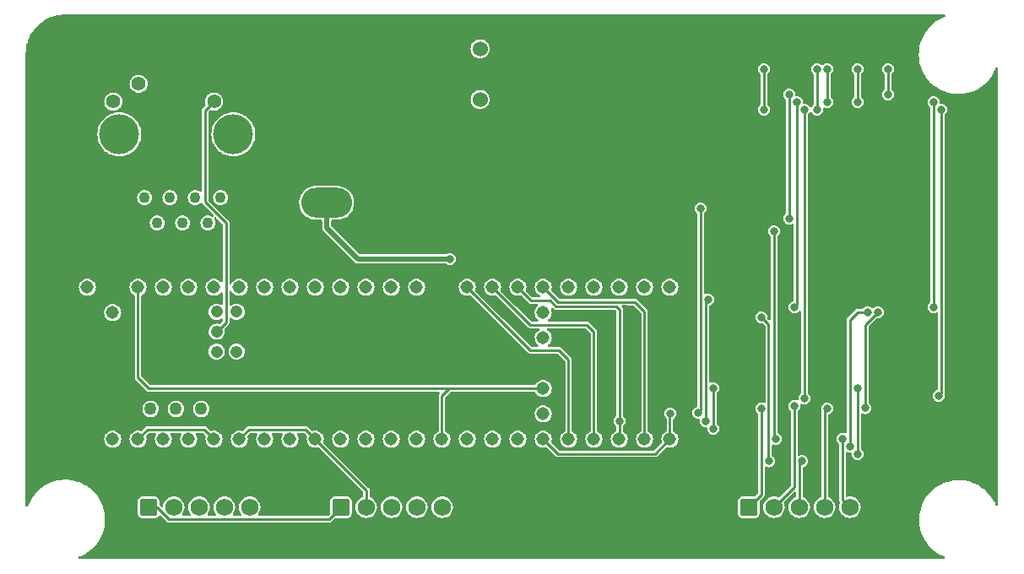
<source format=gbl>
%TF.GenerationSoftware,KiCad,Pcbnew,(6.0.7)*%
%TF.CreationDate,2023-04-22T03:46:43-05:00*%
%TF.ProjectId,Flouro_Breakout,466c6f75-726f-45f4-9272-65616b6f7574,rev?*%
%TF.SameCoordinates,Original*%
%TF.FileFunction,Copper,L2,Bot*%
%TF.FilePolarity,Positive*%
%FSLAX46Y46*%
G04 Gerber Fmt 4.6, Leading zero omitted, Abs format (unit mm)*
G04 Created by KiCad (PCBNEW (6.0.7)) date 2023-04-22 03:46:43*
%MOMM*%
%LPD*%
G01*
G04 APERTURE LIST*
G04 Aperture macros list*
%AMRoundRect*
0 Rectangle with rounded corners*
0 $1 Rounding radius*
0 $2 $3 $4 $5 $6 $7 $8 $9 X,Y pos of 4 corners*
0 Add a 4 corners polygon primitive as box body*
4,1,4,$2,$3,$4,$5,$6,$7,$8,$9,$2,$3,0*
0 Add four circle primitives for the rounded corners*
1,1,$1+$1,$2,$3*
1,1,$1+$1,$4,$5*
1,1,$1+$1,$6,$7*
1,1,$1+$1,$8,$9*
0 Add four rect primitives between the rounded corners*
20,1,$1+$1,$2,$3,$4,$5,0*
20,1,$1+$1,$4,$5,$6,$7,0*
20,1,$1+$1,$6,$7,$8,$9,0*
20,1,$1+$1,$8,$9,$2,$3,0*%
G04 Aperture macros list end*
%TA.AperFunction,ComponentPad*%
%ADD10RoundRect,0.250000X-0.620000X-0.620000X0.620000X-0.620000X0.620000X0.620000X-0.620000X0.620000X0*%
%TD*%
%TA.AperFunction,ComponentPad*%
%ADD11C,1.740000*%
%TD*%
%TA.AperFunction,ComponentPad*%
%ADD12C,1.524000*%
%TD*%
%TA.AperFunction,ComponentPad*%
%ADD13O,5.100000X3.000000*%
%TD*%
%TA.AperFunction,ComponentPad*%
%ADD14C,1.308000*%
%TD*%
%TA.AperFunction,ComponentPad*%
%ADD15C,1.258000*%
%TD*%
%TA.AperFunction,ComponentPad*%
%ADD16C,1.208000*%
%TD*%
%TA.AperFunction,ComponentPad*%
%ADD17C,1.100000*%
%TD*%
%TA.AperFunction,ComponentPad*%
%ADD18C,1.400000*%
%TD*%
%TA.AperFunction,ComponentPad*%
%ADD19C,4.000000*%
%TD*%
%TA.AperFunction,ComponentPad*%
%ADD20C,2.000000*%
%TD*%
%TA.AperFunction,ViaPad*%
%ADD21C,0.800000*%
%TD*%
%TA.AperFunction,Conductor*%
%ADD22C,0.254000*%
%TD*%
%TA.AperFunction,Conductor*%
%ADD23C,0.250000*%
%TD*%
%TA.AperFunction,Conductor*%
%ADD24C,0.508000*%
%TD*%
G04 APERTURE END LIST*
D10*
%TO.P,Conn4,1*%
%TO.N,+3V3*%
X139700000Y-97294000D03*
D11*
%TO.P,Conn4,2*%
%TO.N,CCD_MC_1*%
X142240000Y-97294000D03*
%TO.P,Conn4,3*%
%TO.N, CCD_SH_1*%
X144780000Y-97294000D03*
%TO.P,Conn4,4*%
%TO.N,CCD_ICG_1*%
X147320000Y-97294000D03*
%TO.P,Conn4,5*%
%TO.N,CCD_OS_1*%
X149860000Y-97294000D03*
%TO.P,Conn4,6*%
%TO.N,GND*%
X152400000Y-97294000D03*
%TD*%
D10*
%TO.P,Conn2,1*%
%TO.N,+3V3*%
X120396000Y-97294000D03*
D11*
%TO.P,Conn2,2*%
%TO.N,CCD_MC*%
X122936000Y-97294000D03*
%TO.P,Conn2,3*%
%TO.N,CCD_SH*%
X125476000Y-97294000D03*
%TO.P,Conn2,4*%
%TO.N,CCD_ICG*%
X128016000Y-97294000D03*
%TO.P,Conn2,5*%
%TO.N,CCD_OS*%
X130556000Y-97294000D03*
%TO.P,Conn2,6*%
%TO.N,GND*%
X133096000Y-97294000D03*
%TD*%
D10*
%TO.P,J2,1,Pin_1*%
%TO.N,365nm*%
X180594000Y-97294000D03*
D11*
%TO.P,J2,2,Pin_2*%
%TO.N,310nm*%
X183134000Y-97294000D03*
%TO.P,J2,3,Pin_3*%
%TO.N,280nm*%
X185674000Y-97294000D03*
%TO.P,J2,4,Pin_4*%
%TO.N,275nm*%
X188214000Y-97294000D03*
%TO.P,J2,5,Pin_5*%
%TO.N,260nm*%
X190754000Y-97294000D03*
%TO.P,J2,6,Pin_6*%
%TO.N,GND*%
X193294000Y-97294000D03*
%TD*%
D12*
%TO.P,U2,1,Vi*%
%TO.N,+12V*%
X153670000Y-56388000D03*
%TO.P,U2,2,GND*%
%TO.N,GND*%
X153670000Y-53848000D03*
%TO.P,U2,3,Vo*%
%TO.N,+3.3V*%
X153670000Y-51308000D03*
%TD*%
D13*
%TO.P,Conn1,1,GND*%
%TO.N,GND*%
X146139000Y-66737200D03*
%TO.P,Conn1,2,V+Log*%
%TO.N,+12V*%
X138265000Y-66737200D03*
%TD*%
D14*
%TO.P,U1,0,RX1*%
%TO.N,unconnected-(U1-Pad0)*%
X116802000Y-90471000D03*
%TO.P,U1,1,TX1*%
%TO.N,CCD_MC*%
X119342000Y-90471000D03*
%TO.P,U1,2,OUT2*%
%TO.N,CCD_SH*%
X121882000Y-90471000D03*
%TO.P,U1,3,LRCLK2*%
%TO.N,CCD_ICG*%
X124422000Y-90471000D03*
%TO.P,U1,3.3V_1,3.3V*%
%TO.N,Net-(U1-Pad3.3V_1)*%
X149822000Y-90471000D03*
%TO.P,U1,3.3V_2,3.3V*%
X119342000Y-75231000D03*
%TO.P,U1,3.3V_3,3.3V*%
X159982000Y-85391000D03*
%TO.P,U1,4,BCLK2*%
%TO.N,CCD_MC*%
X126962000Y-90471000D03*
%TO.P,U1,5,IN2*%
%TO.N,CCD_MC_1*%
X129502000Y-90471000D03*
D15*
%TO.P,U1,5V,5V*%
%TO.N,unconnected-(U1-Pad5V)*%
X120612000Y-87421000D03*
D14*
%TO.P,U1,6,OUT1D*%
%TO.N, CCD_SH_1*%
X132042000Y-90471000D03*
%TO.P,U1,7,RX2*%
%TO.N,CCD_ICG_1*%
X134582000Y-90471000D03*
%TO.P,U1,8,TX2*%
%TO.N,CCD_MC_1*%
X137122000Y-90471000D03*
%TO.P,U1,9,OUT1C*%
%TO.N,unconnected-(U1-Pad9)*%
X139662000Y-90471000D03*
%TO.P,U1,10,CS1*%
%TO.N,unconnected-(U1-Pad10)*%
X142202000Y-90471000D03*
%TO.P,U1,11,MOSI*%
%TO.N,unconnected-(U1-Pad11)*%
X144742000Y-90471000D03*
%TO.P,U1,12,MISO*%
%TO.N,unconnected-(U1-Pad12)*%
X147282000Y-90471000D03*
%TO.P,U1,13,SCK*%
%TO.N,unconnected-(U1-Pad13)*%
X147282000Y-75231000D03*
%TO.P,U1,14,A0*%
%TO.N,unconnected-(U1-Pad14)*%
X144742000Y-75231000D03*
%TO.P,U1,15,A1*%
%TO.N,unconnected-(U1-Pad15)*%
X142202000Y-75231000D03*
%TO.P,U1,16,A2*%
%TO.N,unconnected-(U1-Pad16)*%
X139662000Y-75231000D03*
%TO.P,U1,17,A3*%
%TO.N,unconnected-(U1-Pad17)*%
X137122000Y-75231000D03*
%TO.P,U1,18,A4*%
%TO.N,unconnected-(U1-Pad18)*%
X134582000Y-75231000D03*
%TO.P,U1,19,A5*%
%TO.N,unconnected-(U1-Pad19)*%
X132042000Y-75231000D03*
%TO.P,U1,20,A6*%
%TO.N,unconnected-(U1-Pad20)*%
X129502000Y-75231000D03*
%TO.P,U1,21,A7*%
%TO.N,unconnected-(U1-Pad21)*%
X126962000Y-75231000D03*
%TO.P,U1,22,A8*%
%TO.N,unconnected-(U1-Pad22)*%
X124422000Y-75231000D03*
%TO.P,U1,23,A9*%
%TO.N,unconnected-(U1-Pad23)*%
X121882000Y-75231000D03*
%TO.P,U1,24,A10*%
%TO.N,CCD_OS*%
X152362000Y-90471000D03*
%TO.P,U1,25,A11*%
%TO.N,CCD_OS_1*%
X154902000Y-90471000D03*
%TO.P,U1,26,A12*%
%TO.N,unconnected-(U1-Pad26)*%
X157442000Y-90471000D03*
%TO.P,U1,27,A13*%
%TO.N,260_CTRL*%
X159982000Y-90471000D03*
%TO.P,U1,28,RX7*%
%TO.N,365_CTRL*%
X162522000Y-90471000D03*
%TO.P,U1,29,TX7*%
%TO.N,310_CTRL*%
X165062000Y-90471000D03*
%TO.P,U1,30,CRX3*%
%TO.N,280_CTRL*%
X167602000Y-90471000D03*
%TO.P,U1,31,CTX3*%
%TO.N,275_CTRL*%
X170142000Y-90471000D03*
%TO.P,U1,32,OUT1B*%
%TO.N,260_CTRL*%
X172682000Y-90471000D03*
%TO.P,U1,33,MCLK2*%
%TO.N,unconnected-(U1-Pad33)*%
X172682000Y-75231000D03*
%TO.P,U1,34,RX8*%
%TO.N,unconnected-(U1-Pad34)*%
X170142000Y-75231000D03*
%TO.P,U1,35,TX8*%
%TO.N,unconnected-(U1-Pad35)*%
X167602000Y-75231000D03*
%TO.P,U1,36,CS2*%
%TO.N,unconnected-(U1-Pad36)*%
X165062000Y-75231000D03*
%TO.P,U1,37,CS3*%
%TO.N,unconnected-(U1-Pad37)*%
X162522000Y-75231000D03*
%TO.P,U1,38,A14*%
%TO.N,275_CTRL*%
X159982000Y-75231000D03*
%TO.P,U1,39,A15*%
%TO.N,280_CTRL*%
X157442000Y-75231000D03*
%TO.P,U1,40,A16*%
%TO.N,310_CTRL*%
X154902000Y-75231000D03*
%TO.P,U1,41,A17*%
%TO.N,365_CTRL*%
X152362000Y-75231000D03*
D15*
%TO.P,U1,D+,D+*%
%TO.N,unconnected-(U1-PadD+)*%
X125692000Y-87421000D03*
%TO.P,U1,D-*%
%TO.N,N/C*%
X123152000Y-87421000D03*
D14*
%TO.P,U1,GND1,GND*%
%TO.N,GND*%
X114262000Y-90471000D03*
%TO.P,U1,GND2,GND*%
X149822000Y-75231000D03*
%TO.P,U1,GND3,GND*%
X116802000Y-75231000D03*
%TO.P,U1,GND4,GND*%
X159982000Y-82851000D03*
D16*
%TO.P,U1,GND5,GND*%
X129232000Y-79681000D03*
%TO.P,U1,LED,LED*%
%TO.N,ETH_LED*%
X127232000Y-79681000D03*
D14*
%TO.P,U1,ON/OFF,ON/OFF*%
%TO.N,unconnected-(U1-PadON/OFF)*%
X159982000Y-77771000D03*
%TO.P,U1,PROGRAM,PROGRAM*%
%TO.N,unconnected-(U1-PadPROGRAM)*%
X159982000Y-80311000D03*
D16*
%TO.P,U1,R+,R+*%
%TO.N,R+*%
X127232000Y-77681000D03*
%TO.P,U1,R-*%
%TO.N,N/C*%
X129232000Y-77681000D03*
%TO.P,U1,T+,T+*%
%TO.N,T+*%
X129232000Y-81681000D03*
%TO.P,U1,T-*%
%TO.N,N/C*%
X127232000Y-81681000D03*
D15*
%TO.P,U1,USB_GND1,USB_GND*%
%TO.N,GND*%
X128232000Y-87421000D03*
%TO.P,U1,USB_GND2,USB_GND*%
X130772000Y-87421000D03*
D14*
%TO.P,U1,VBAT,VBAT*%
%TO.N,unconnected-(U1-PadVBAT)*%
X159982000Y-87931000D03*
%TO.P,U1,VIN,VIN*%
%TO.N,+5V*%
X114262000Y-75231000D03*
%TO.P,U1,VUSB,VUSB*%
%TO.N,unconnected-(U1-PadVUSB)*%
X116802000Y-77771000D03*
%TD*%
D17*
%TO.P,J1,1*%
%TO.N,T+*%
X127635000Y-66242500D03*
%TO.P,J1,2*%
%TO.N,Net-(C1-Pad1)*%
X126365000Y-68782500D03*
%TO.P,J1,3*%
%TO.N,T-*%
X125095000Y-66242500D03*
%TO.P,J1,4*%
%TO.N,R+*%
X123825000Y-68782500D03*
%TO.P,J1,5*%
%TO.N,Net-(C1-Pad1)*%
X122555000Y-66242500D03*
%TO.P,J1,6*%
%TO.N,R-*%
X121285000Y-68782500D03*
%TO.P,J1,7*%
%TO.N,unconnected-(J1-Pad7)*%
X120015000Y-66242500D03*
%TO.P,J1,8*%
%TO.N,GND*%
X118745000Y-68782500D03*
D18*
%TO.P,J1,9*%
X129515000Y-54812500D03*
%TO.P,J1,10*%
%TO.N,ETH_LED*%
X126975000Y-56602500D03*
%TO.P,J1,11*%
%TO.N,unconnected-(J1-Pad11)*%
X119405000Y-54812500D03*
%TO.P,J1,12*%
%TO.N,unconnected-(J1-Pad12)*%
X116865000Y-56602500D03*
D19*
%TO.P,J1,13*%
%TO.N,N/C*%
X128905000Y-59892500D03*
%TO.P,J1,14*%
X117475000Y-59892500D03*
D20*
%TO.P,J1,SH*%
%TO.N,GND*%
X131065000Y-62942500D03*
X115315000Y-62942500D03*
%TD*%
D21*
%TO.N,260nm*%
X189992000Y-90424000D03*
%TO.N,275nm*%
X188468000Y-87376000D03*
X192278000Y-87340500D03*
%TO.N,280nm*%
X185928000Y-92674500D03*
%TO.N,GND*%
X194564000Y-76454000D03*
X192278000Y-72390000D03*
X195326000Y-68072000D03*
%TO.N,Net-(D2-Pad2)*%
X182118000Y-53340000D03*
X182118000Y-57404000D03*
X186182000Y-57404000D03*
%TO.N,Net-(D4-Pad2)*%
X187452000Y-53340000D03*
X187452000Y-57404000D03*
X199898000Y-57404000D03*
%TO.N,Net-(D5-Pad2)*%
X188468000Y-56642000D03*
X188468000Y-53340000D03*
X185420000Y-56642000D03*
%TO.N,Net-(D6-Pad2)*%
X191516000Y-53340000D03*
X191516000Y-56642000D03*
X199136000Y-56642000D03*
%TO.N,Net-(D3-Pad2)*%
X194564000Y-53340000D03*
X194564000Y-55880000D03*
X184658000Y-55880000D03*
%TO.N,GND*%
X201930000Y-77978000D03*
%TO.N,Net-(D4-Pad2)*%
X199644000Y-86106000D03*
%TO.N,Net-(D6-Pad2)*%
X199136000Y-77216000D03*
%TO.N,260nm*%
X183313500Y-90424000D03*
X183134000Y-69596000D03*
%TO.N,275nm*%
X193548000Y-77724000D03*
%TO.N,310nm*%
X185166000Y-87122000D03*
%TO.N,280nm*%
X182626000Y-92674500D03*
X181864000Y-78232000D03*
%TO.N,365nm*%
X181864000Y-87376000D03*
%TO.N,275_CTRL*%
X190754000Y-91186000D03*
X192532000Y-77724000D03*
%TO.N,310_CTRL*%
X191516000Y-91948000D03*
X191516000Y-85344000D03*
%TO.N,260_CTRL*%
X172720000Y-87884000D03*
X175768000Y-67310000D03*
X175551500Y-87814364D03*
%TO.N,280_CTRL*%
X167640000Y-88646000D03*
X176530000Y-76454000D03*
X176276000Y-88646000D03*
%TO.N,365_CTRL*%
X177038000Y-89408000D03*
X177038000Y-85344000D03*
%TO.N,Net-(D2-Pad2)*%
X186182000Y-86360000D03*
%TO.N,Net-(D5-Pad2)*%
X185203500Y-77216000D03*
%TO.N,Net-(D3-Pad2)*%
X184658000Y-68326000D03*
%TO.N,+12V*%
X150622000Y-72390000D03*
%TD*%
D22*
%TO.N,+3V3*%
X121243186Y-97294000D02*
X122440186Y-98491000D01*
X138503000Y-98491000D02*
X139700000Y-97294000D01*
X120396000Y-97294000D02*
X121243186Y-97294000D01*
X122440186Y-98491000D02*
X138503000Y-98491000D01*
%TO.N,CCD_MC_1*%
X142240000Y-95589000D02*
X142240000Y-97294000D01*
X137122000Y-90471000D02*
X142240000Y-95589000D01*
D23*
%TO.N,260nm*%
X189992000Y-96532000D02*
X190754000Y-97294000D01*
X189992000Y-90424000D02*
X189992000Y-96532000D01*
D22*
%TO.N,275nm*%
X188214000Y-87630000D02*
X188214000Y-97294000D01*
X188468000Y-87376000D02*
X188214000Y-87630000D01*
X192278000Y-87122000D02*
X192278000Y-87340500D01*
X192278000Y-79006134D02*
X192278000Y-87122000D01*
D23*
%TO.N,280nm*%
X185674000Y-92928500D02*
X185674000Y-97294000D01*
X185928000Y-92674500D02*
X185674000Y-92928500D01*
D22*
%TO.N,310nm*%
X185166000Y-95262000D02*
X183134000Y-97294000D01*
X185166000Y-87122000D02*
X185166000Y-95262000D01*
%TO.N,365nm*%
X181864000Y-96024000D02*
X180594000Y-97294000D01*
X181864000Y-87376000D02*
X181864000Y-96024000D01*
%TO.N,260_CTRL*%
X159982000Y-90471000D02*
X161439257Y-91928257D01*
X161439257Y-91928257D02*
X171224743Y-91928257D01*
X171224743Y-91928257D02*
X172682000Y-90471000D01*
%TO.N,Net-(U1-Pad3.3V_1)*%
X120443000Y-85391000D02*
X119342000Y-84290000D01*
X150575000Y-85391000D02*
X120443000Y-85391000D01*
X119342000Y-84290000D02*
X119342000Y-75231000D01*
X149822000Y-86144000D02*
X149822000Y-90471000D01*
X150575000Y-85391000D02*
X149822000Y-86144000D01*
X159982000Y-85391000D02*
X150575000Y-85391000D01*
%TO.N,365_CTRL*%
X158665000Y-81534000D02*
X152362000Y-75231000D01*
X161544000Y-81534000D02*
X158665000Y-81534000D01*
X162522000Y-82512000D02*
X161544000Y-81534000D01*
X162522000Y-90471000D02*
X162522000Y-82512000D01*
%TO.N,310_CTRL*%
X158665000Y-78994000D02*
X154902000Y-75231000D01*
X164338000Y-78994000D02*
X158665000Y-78994000D01*
X165062000Y-79718000D02*
X164338000Y-78994000D01*
X165062000Y-90471000D02*
X165062000Y-79718000D01*
D23*
%TO.N,280_CTRL*%
X158773112Y-76562112D02*
X157442000Y-75231000D01*
X167310257Y-77140257D02*
X161252033Y-77140257D01*
X161252033Y-77140257D02*
X160673888Y-76562112D01*
X167640000Y-77470000D02*
X167310257Y-77140257D01*
X160673888Y-76562112D02*
X158773112Y-76562112D01*
X167640000Y-88646000D02*
X167640000Y-77470000D01*
D22*
%TO.N,275_CTRL*%
X161439257Y-76688257D02*
X159982000Y-75231000D01*
X169164000Y-76708000D02*
X168418744Y-76708000D01*
X168418744Y-76708000D02*
X168399001Y-76688257D01*
X170142000Y-77686000D02*
X169164000Y-76708000D01*
X170142000Y-90471000D02*
X170142000Y-77686000D01*
X168399001Y-76688257D02*
X161439257Y-76688257D01*
%TO.N,Net-(D2-Pad2)*%
X182118000Y-57404000D02*
X182118000Y-53340000D01*
%TO.N,Net-(D4-Pad2)*%
X187452000Y-57404000D02*
X187452000Y-53340000D01*
X199898000Y-57912000D02*
X199898000Y-57404000D01*
%TO.N,Net-(D5-Pad2)*%
X188468000Y-56642000D02*
X188468000Y-53340000D01*
X185420000Y-57912000D02*
X185420000Y-56642000D01*
%TO.N,Net-(D6-Pad2)*%
X191516000Y-56642000D02*
X191516000Y-53340000D01*
X199136000Y-58674000D02*
X199136000Y-56642000D01*
%TO.N,Net-(D3-Pad2)*%
X194564000Y-55880000D02*
X194564000Y-53340000D01*
X184658000Y-58674000D02*
X184658000Y-55880000D01*
%TO.N,Net-(D4-Pad2)*%
X199644000Y-86106000D02*
X199898000Y-85852000D01*
X199898000Y-85852000D02*
X199898000Y-57912000D01*
%TO.N,Net-(D6-Pad2)*%
X199136000Y-77216000D02*
X199136000Y-58674000D01*
D23*
%TO.N,260nm*%
X183134000Y-90244500D02*
X183313500Y-90424000D01*
X183134000Y-69596000D02*
X183134000Y-90244500D01*
D22*
%TO.N,275nm*%
X193548000Y-77736134D02*
X192278000Y-79006134D01*
X193548000Y-77724000D02*
X193548000Y-77736134D01*
D23*
%TO.N,280nm*%
X182589000Y-92637500D02*
X182626000Y-92674500D01*
X182589000Y-87376000D02*
X182589000Y-92637500D01*
X182589000Y-78957000D02*
X182589000Y-87376000D01*
X181864000Y-78232000D02*
X182589000Y-78957000D01*
D22*
%TO.N,275_CTRL*%
X191516000Y-77724000D02*
X191008000Y-78232000D01*
X191008000Y-78232000D02*
X190754000Y-78486000D01*
X192532000Y-77724000D02*
X191516000Y-77724000D01*
X190754000Y-78486000D02*
X190754000Y-79248000D01*
X190754000Y-79248000D02*
X190754000Y-91186000D01*
%TO.N,310_CTRL*%
X191516000Y-85344000D02*
X191516000Y-91948000D01*
D23*
%TO.N,260_CTRL*%
X172682000Y-87922000D02*
X172682000Y-90471000D01*
X172720000Y-87884000D02*
X172682000Y-87922000D01*
X175768000Y-67310000D02*
X175768000Y-87597864D01*
X175768000Y-87597864D02*
X175551500Y-87814364D01*
%TO.N,280_CTRL*%
X167640000Y-90433000D02*
X167602000Y-90471000D01*
X167640000Y-88646000D02*
X167640000Y-90433000D01*
X176530000Y-76454000D02*
X176276000Y-76708000D01*
X176276000Y-76708000D02*
X176276000Y-88646000D01*
D22*
%TO.N,365_CTRL*%
X177038000Y-85344000D02*
X177038000Y-89408000D01*
%TO.N,Net-(D2-Pad2)*%
X186182000Y-86360000D02*
X186182000Y-57404000D01*
%TO.N,Net-(D5-Pad2)*%
X185420000Y-76999500D02*
X185420000Y-57912000D01*
D23*
X185203500Y-77216000D02*
X185420000Y-76999500D01*
D22*
%TO.N,Net-(D3-Pad2)*%
X184658000Y-68326000D02*
X184658000Y-58674000D01*
D24*
%TO.N,+12V*%
X138265000Y-69277200D02*
X138265000Y-66737200D01*
X141377800Y-72390000D02*
X148590000Y-72390000D01*
X148590000Y-72390000D02*
X150622000Y-72390000D01*
X138265000Y-69277200D02*
X141377800Y-72390000D01*
D22*
%TO.N,CCD_MC*%
X120323000Y-89490000D02*
X125981000Y-89490000D01*
X125981000Y-89490000D02*
X126962000Y-90471000D01*
X119342000Y-90471000D02*
X120323000Y-89490000D01*
%TO.N,CCD_MC_1*%
X136141000Y-89490000D02*
X137122000Y-90471000D01*
X130483000Y-89490000D02*
X136141000Y-89490000D01*
X129502000Y-90471000D02*
X130483000Y-89490000D01*
%TO.N,ETH_LED*%
X128175582Y-68739582D02*
X126086321Y-66650321D01*
X126086321Y-57491179D02*
X126975000Y-56602500D01*
X128175582Y-78737418D02*
X128175582Y-68739582D01*
X126086321Y-66650321D02*
X126086321Y-57491179D01*
X127232000Y-79681000D02*
X128175582Y-78737418D01*
%TD*%
%TA.AperFunction,Conductor*%
%TO.N,GND*%
G36*
X200304508Y-47899502D02*
G01*
X200351001Y-47953158D01*
X200361105Y-48023432D01*
X200331611Y-48088012D01*
X200279378Y-48123939D01*
X200248344Y-48135204D01*
X200092571Y-48191746D01*
X200092561Y-48191750D01*
X200089633Y-48192813D01*
X199732974Y-48364078D01*
X199395089Y-48569919D01*
X199079319Y-48808301D01*
X199077037Y-48810411D01*
X199077028Y-48810418D01*
X198875331Y-48996866D01*
X198788786Y-49076867D01*
X198786714Y-49079205D01*
X198786709Y-49079210D01*
X198528448Y-49370609D01*
X198528443Y-49370615D01*
X198526364Y-49372961D01*
X198524526Y-49375505D01*
X198524525Y-49375506D01*
X198471758Y-49448535D01*
X198294647Y-49693654D01*
X198095927Y-50035776D01*
X198094637Y-50038613D01*
X198094635Y-50038617D01*
X197933461Y-50393101D01*
X197932169Y-50395943D01*
X197804992Y-50770593D01*
X197804284Y-50773648D01*
X197722549Y-51126278D01*
X197715654Y-51156023D01*
X197693022Y-51331480D01*
X197674323Y-51476448D01*
X197665039Y-51548419D01*
X197653647Y-51943902D01*
X197653868Y-51947021D01*
X197653868Y-51947028D01*
X197671508Y-52196171D01*
X197681590Y-52338562D01*
X197748593Y-52728495D01*
X197853992Y-53109845D01*
X197855122Y-53112765D01*
X197855123Y-53112769D01*
X197939865Y-53331812D01*
X197996746Y-53478841D01*
X197998161Y-53481635D01*
X197998164Y-53481643D01*
X198144245Y-53770208D01*
X198175443Y-53831835D01*
X198177134Y-53834484D01*
X198177135Y-53834486D01*
X198184239Y-53845615D01*
X198388315Y-54165335D01*
X198633258Y-54476043D01*
X198635433Y-54478299D01*
X198635438Y-54478305D01*
X198758888Y-54606364D01*
X198907849Y-54760888D01*
X198910242Y-54762921D01*
X199206979Y-55015018D01*
X199206987Y-55015025D01*
X199209374Y-55017052D01*
X199211954Y-55018835D01*
X199532277Y-55240225D01*
X199532286Y-55240230D01*
X199534849Y-55242002D01*
X199537584Y-55243515D01*
X199537589Y-55243518D01*
X199630577Y-55294956D01*
X199881058Y-55433514D01*
X199883927Y-55434747D01*
X199883938Y-55434752D01*
X200241707Y-55588461D01*
X200244575Y-55589693D01*
X200247552Y-55590634D01*
X200247556Y-55590636D01*
X200376331Y-55631362D01*
X200621807Y-55708996D01*
X200624875Y-55709640D01*
X200624876Y-55709640D01*
X200634351Y-55711628D01*
X201009023Y-55790242D01*
X201012141Y-55790578D01*
X201399942Y-55832365D01*
X201399945Y-55832365D01*
X201402393Y-55832629D01*
X201404856Y-55832700D01*
X201404857Y-55832700D01*
X201408506Y-55832805D01*
X201459711Y-55834280D01*
X201730772Y-55834280D01*
X201732335Y-55834202D01*
X201732343Y-55834202D01*
X201828711Y-55829404D01*
X202026578Y-55819554D01*
X202029663Y-55819090D01*
X202029665Y-55819090D01*
X202414736Y-55761197D01*
X202417829Y-55760732D01*
X202499528Y-55739983D01*
X202798259Y-55664115D01*
X202798262Y-55664114D01*
X202801302Y-55663342D01*
X202804250Y-55662272D01*
X203170269Y-55529414D01*
X203170279Y-55529410D01*
X203173207Y-55528347D01*
X203529866Y-55357082D01*
X203867751Y-55151241D01*
X204183521Y-54912859D01*
X204185803Y-54910749D01*
X204185812Y-54910742D01*
X204471757Y-54646416D01*
X204474054Y-54644293D01*
X204476131Y-54641950D01*
X204734392Y-54350551D01*
X204734397Y-54350545D01*
X204736476Y-54348199D01*
X204968193Y-54027506D01*
X205166913Y-53685384D01*
X205189726Y-53635211D01*
X205329379Y-53328059D01*
X205329380Y-53328056D01*
X205330671Y-53325217D01*
X205367187Y-53217645D01*
X205408024Y-53159569D01*
X205473777Y-53132791D01*
X205543569Y-53145812D01*
X205595243Y-53194499D01*
X205612500Y-53258147D01*
X205612500Y-97039009D01*
X205592498Y-97107130D01*
X205538842Y-97153623D01*
X205468568Y-97163727D01*
X205403988Y-97134233D01*
X205368988Y-97084471D01*
X205311809Y-96936672D01*
X205311807Y-96936667D01*
X205310674Y-96933739D01*
X205288107Y-96889159D01*
X205133396Y-96583548D01*
X205131977Y-96580745D01*
X205100934Y-96532110D01*
X204933363Y-96269582D01*
X204919105Y-96247245D01*
X204674162Y-95936537D01*
X204671987Y-95934281D01*
X204671982Y-95934275D01*
X204494399Y-95750061D01*
X204399571Y-95651692D01*
X204271226Y-95542655D01*
X204100441Y-95397562D01*
X204100433Y-95397555D01*
X204098046Y-95395528D01*
X203903891Y-95261339D01*
X203775143Y-95172355D01*
X203775134Y-95172350D01*
X203772571Y-95170578D01*
X203769836Y-95169065D01*
X203769831Y-95169062D01*
X203562080Y-95054141D01*
X203426362Y-94979066D01*
X203423493Y-94977833D01*
X203423482Y-94977828D01*
X203065713Y-94824119D01*
X203065710Y-94824118D01*
X203062845Y-94822887D01*
X203059868Y-94821946D01*
X203059864Y-94821944D01*
X202918903Y-94777364D01*
X202685613Y-94703584D01*
X202298397Y-94622338D01*
X202158541Y-94607268D01*
X201907478Y-94580215D01*
X201907475Y-94580215D01*
X201905027Y-94579951D01*
X201902564Y-94579880D01*
X201902563Y-94579880D01*
X201898914Y-94579775D01*
X201847709Y-94578300D01*
X201576648Y-94578300D01*
X201575085Y-94578378D01*
X201575077Y-94578378D01*
X201478709Y-94583176D01*
X201280842Y-94593026D01*
X201277757Y-94593490D01*
X201277755Y-94593490D01*
X201088110Y-94622002D01*
X200889591Y-94651848D01*
X200886556Y-94652619D01*
X200886555Y-94652619D01*
X200509161Y-94748465D01*
X200509158Y-94748466D01*
X200506118Y-94749238D01*
X200503171Y-94750308D01*
X200503170Y-94750308D01*
X200137151Y-94883166D01*
X200137141Y-94883170D01*
X200134213Y-94884233D01*
X199777554Y-95055498D01*
X199439669Y-95261339D01*
X199437159Y-95263234D01*
X199156300Y-95475261D01*
X199123899Y-95499721D01*
X199121617Y-95501831D01*
X199121608Y-95501838D01*
X199005280Y-95609371D01*
X198833366Y-95768287D01*
X198831294Y-95770625D01*
X198831289Y-95770630D01*
X198573028Y-96062029D01*
X198573023Y-96062035D01*
X198570944Y-96064381D01*
X198339227Y-96385074D01*
X198140507Y-96727196D01*
X198139217Y-96730033D01*
X198139215Y-96730037D01*
X197983490Y-97072536D01*
X197976749Y-97087363D01*
X197975747Y-97090316D01*
X197975745Y-97090320D01*
X197960839Y-97134233D01*
X197849572Y-97462013D01*
X197760234Y-97847443D01*
X197730653Y-98076771D01*
X197714471Y-98202227D01*
X197709619Y-98239839D01*
X197698227Y-98635322D01*
X197698448Y-98638441D01*
X197698448Y-98638448D01*
X197711493Y-98822691D01*
X197726170Y-99029982D01*
X197793173Y-99419915D01*
X197898572Y-99801265D01*
X197899702Y-99804185D01*
X197899703Y-99804189D01*
X197964647Y-99972057D01*
X198041326Y-100170261D01*
X198042741Y-100173055D01*
X198042744Y-100173063D01*
X198123317Y-100332224D01*
X198220023Y-100523255D01*
X198432895Y-100856755D01*
X198677838Y-101167463D01*
X198680013Y-101169719D01*
X198680018Y-101169725D01*
X198794797Y-101288790D01*
X198952429Y-101452308D01*
X198954822Y-101454341D01*
X199251559Y-101706438D01*
X199251567Y-101706445D01*
X199253954Y-101708472D01*
X199256534Y-101710255D01*
X199576857Y-101931645D01*
X199576866Y-101931650D01*
X199579429Y-101933422D01*
X199582164Y-101934935D01*
X199582169Y-101934938D01*
X199709330Y-102005279D01*
X199925638Y-102124934D01*
X199928507Y-102126167D01*
X199928518Y-102126172D01*
X200209131Y-102246732D01*
X200263824Y-102292000D01*
X200285361Y-102359651D01*
X200266904Y-102428207D01*
X200214313Y-102475901D01*
X200159393Y-102488500D01*
X113453613Y-102488500D01*
X113385492Y-102468498D01*
X113338999Y-102414842D01*
X113328895Y-102344568D01*
X113358389Y-102279988D01*
X113410622Y-102244061D01*
X113431362Y-102236533D01*
X113441656Y-102232796D01*
X113597429Y-102176254D01*
X113597439Y-102176250D01*
X113600367Y-102175187D01*
X113957026Y-102003922D01*
X114294911Y-101798081D01*
X114610681Y-101559699D01*
X114612963Y-101557589D01*
X114612972Y-101557582D01*
X114898917Y-101293256D01*
X114901214Y-101291133D01*
X114978436Y-101204003D01*
X115161552Y-100997391D01*
X115161557Y-100997385D01*
X115163636Y-100995039D01*
X115214770Y-100924271D01*
X115265463Y-100854112D01*
X115395353Y-100674346D01*
X115594073Y-100332224D01*
X115605702Y-100306649D01*
X115756539Y-99974899D01*
X115756540Y-99974896D01*
X115757831Y-99972057D01*
X115885008Y-99597407D01*
X115974346Y-99211977D01*
X116024961Y-98819581D01*
X116036353Y-98424098D01*
X116034747Y-98401405D01*
X116008632Y-98032574D01*
X116008410Y-98029438D01*
X115997824Y-97967834D01*
X119325500Y-97967834D01*
X119328481Y-97999369D01*
X119373366Y-98127184D01*
X119378958Y-98134754D01*
X119378959Y-98134757D01*
X119441335Y-98219206D01*
X119453850Y-98236150D01*
X119461421Y-98241742D01*
X119555243Y-98311041D01*
X119555246Y-98311042D01*
X119562816Y-98316634D01*
X119690631Y-98361519D01*
X119698277Y-98362242D01*
X119698278Y-98362242D01*
X119704248Y-98362806D01*
X119722166Y-98364500D01*
X121069834Y-98364500D01*
X121087752Y-98362806D01*
X121093722Y-98362242D01*
X121093723Y-98362242D01*
X121101369Y-98361519D01*
X121229184Y-98316634D01*
X121236754Y-98311042D01*
X121236757Y-98311041D01*
X121330579Y-98241742D01*
X121338150Y-98236150D01*
X121343742Y-98228579D01*
X121343745Y-98228576D01*
X121414343Y-98132994D01*
X121470904Y-98090083D01*
X121541686Y-98084563D01*
X121604790Y-98118758D01*
X121907003Y-98420972D01*
X122194611Y-98708580D01*
X122202036Y-98716683D01*
X122226426Y-98745750D01*
X122235971Y-98751261D01*
X122239941Y-98753553D01*
X122259300Y-98764730D01*
X122268547Y-98770622D01*
X122299643Y-98792395D01*
X122310292Y-98795248D01*
X122313526Y-98796756D01*
X122316898Y-98797983D01*
X122326447Y-98803497D01*
X122363819Y-98810087D01*
X122374533Y-98812462D01*
X122411202Y-98822287D01*
X122422186Y-98821326D01*
X122422187Y-98821326D01*
X122448997Y-98818980D01*
X122459980Y-98818500D01*
X138483206Y-98818500D01*
X138494189Y-98818980D01*
X138520999Y-98821326D01*
X138521000Y-98821326D01*
X138531984Y-98822287D01*
X138568644Y-98812464D01*
X138579367Y-98810087D01*
X138581690Y-98809677D01*
X138616739Y-98803497D01*
X138626285Y-98797986D01*
X138629653Y-98796760D01*
X138632899Y-98795246D01*
X138643543Y-98792394D01*
X138674635Y-98770623D01*
X138683894Y-98764725D01*
X138707211Y-98751263D01*
X138716760Y-98745750D01*
X138741160Y-98716671D01*
X138748587Y-98708567D01*
X139055749Y-98401405D01*
X139118061Y-98367379D01*
X139144844Y-98364500D01*
X140373834Y-98364500D01*
X140391752Y-98362806D01*
X140397722Y-98362242D01*
X140397723Y-98362242D01*
X140405369Y-98361519D01*
X140533184Y-98316634D01*
X140540754Y-98311042D01*
X140540757Y-98311041D01*
X140634579Y-98241742D01*
X140642150Y-98236150D01*
X140654665Y-98219206D01*
X140717041Y-98134757D01*
X140717042Y-98134754D01*
X140722634Y-98127184D01*
X140767519Y-97999369D01*
X140770500Y-97967834D01*
X140770500Y-96620166D01*
X140767519Y-96588631D01*
X140722634Y-96460816D01*
X140717042Y-96453246D01*
X140717041Y-96453243D01*
X140647742Y-96359421D01*
X140642150Y-96351850D01*
X140623349Y-96337963D01*
X140540757Y-96276959D01*
X140540754Y-96276958D01*
X140533184Y-96271366D01*
X140405369Y-96226481D01*
X140397723Y-96225758D01*
X140397722Y-96225758D01*
X140391752Y-96225194D01*
X140373834Y-96223500D01*
X139026166Y-96223500D01*
X139008248Y-96225194D01*
X139002278Y-96225758D01*
X139002277Y-96225758D01*
X138994631Y-96226481D01*
X138866816Y-96271366D01*
X138859246Y-96276958D01*
X138859243Y-96276959D01*
X138776651Y-96337963D01*
X138757850Y-96351850D01*
X138752258Y-96359421D01*
X138682959Y-96453243D01*
X138682958Y-96453246D01*
X138677366Y-96460816D01*
X138632481Y-96588631D01*
X138629500Y-96620166D01*
X138629500Y-97849156D01*
X138609498Y-97917277D01*
X138592595Y-97938251D01*
X138404251Y-98126595D01*
X138341939Y-98160621D01*
X138315156Y-98163500D01*
X131494880Y-98163500D01*
X131426759Y-98143498D01*
X131380266Y-98089842D01*
X131370162Y-98019568D01*
X131399499Y-97955169D01*
X131430957Y-97918725D01*
X131430958Y-97918723D01*
X131434986Y-97914057D01*
X131538683Y-97731518D01*
X131604949Y-97532315D01*
X131619462Y-97417433D01*
X131630819Y-97327538D01*
X131630820Y-97327529D01*
X131631261Y-97324035D01*
X131631680Y-97294000D01*
X131611194Y-97085066D01*
X131550516Y-96884090D01*
X131546277Y-96876118D01*
X131454853Y-96704174D01*
X131454851Y-96704172D01*
X131451957Y-96698728D01*
X131362164Y-96588631D01*
X131323166Y-96540814D01*
X131323163Y-96540811D01*
X131319271Y-96536039D01*
X131312185Y-96530177D01*
X131162263Y-96406150D01*
X131162259Y-96406148D01*
X131157513Y-96402221D01*
X130972843Y-96302370D01*
X130772295Y-96240290D01*
X130766170Y-96239646D01*
X130766169Y-96239646D01*
X130569638Y-96218990D01*
X130569637Y-96218990D01*
X130563510Y-96218346D01*
X130482066Y-96225758D01*
X130360577Y-96236814D01*
X130360574Y-96236815D01*
X130354438Y-96237373D01*
X130348532Y-96239111D01*
X130348528Y-96239112D01*
X130223202Y-96275998D01*
X130153043Y-96296647D01*
X130147583Y-96299501D01*
X130147584Y-96299501D01*
X129978723Y-96387779D01*
X129966997Y-96393909D01*
X129803386Y-96525456D01*
X129668442Y-96686276D01*
X129665478Y-96691668D01*
X129665475Y-96691672D01*
X129635030Y-96747052D01*
X129567304Y-96870245D01*
X129503826Y-97070354D01*
X129503140Y-97076471D01*
X129503139Y-97076475D01*
X129492553Y-97170853D01*
X129480425Y-97278981D01*
X129480941Y-97285125D01*
X129495927Y-97463586D01*
X129497992Y-97488181D01*
X129555858Y-97689984D01*
X129558673Y-97695461D01*
X129558674Y-97695464D01*
X129649004Y-97871228D01*
X129651819Y-97876705D01*
X129655642Y-97881529D01*
X129655645Y-97881533D01*
X129717232Y-97959235D01*
X129743870Y-98025045D01*
X129730700Y-98094809D01*
X129681902Y-98146378D01*
X129618487Y-98163500D01*
X128954880Y-98163500D01*
X128886759Y-98143498D01*
X128840266Y-98089842D01*
X128830162Y-98019568D01*
X128859499Y-97955169D01*
X128890957Y-97918725D01*
X128890958Y-97918723D01*
X128894986Y-97914057D01*
X128998683Y-97731518D01*
X129064949Y-97532315D01*
X129079462Y-97417433D01*
X129090819Y-97327538D01*
X129090820Y-97327529D01*
X129091261Y-97324035D01*
X129091680Y-97294000D01*
X129071194Y-97085066D01*
X129010516Y-96884090D01*
X129006277Y-96876118D01*
X128914853Y-96704174D01*
X128914851Y-96704172D01*
X128911957Y-96698728D01*
X128822164Y-96588631D01*
X128783166Y-96540814D01*
X128783163Y-96540811D01*
X128779271Y-96536039D01*
X128772185Y-96530177D01*
X128622263Y-96406150D01*
X128622259Y-96406148D01*
X128617513Y-96402221D01*
X128432843Y-96302370D01*
X128232295Y-96240290D01*
X128226170Y-96239646D01*
X128226169Y-96239646D01*
X128029638Y-96218990D01*
X128029637Y-96218990D01*
X128023510Y-96218346D01*
X127942066Y-96225758D01*
X127820577Y-96236814D01*
X127820574Y-96236815D01*
X127814438Y-96237373D01*
X127808532Y-96239111D01*
X127808528Y-96239112D01*
X127683202Y-96275998D01*
X127613043Y-96296647D01*
X127607583Y-96299501D01*
X127607584Y-96299501D01*
X127438723Y-96387779D01*
X127426997Y-96393909D01*
X127263386Y-96525456D01*
X127128442Y-96686276D01*
X127125478Y-96691668D01*
X127125475Y-96691672D01*
X127095030Y-96747052D01*
X127027304Y-96870245D01*
X126963826Y-97070354D01*
X126963140Y-97076471D01*
X126963139Y-97076475D01*
X126952553Y-97170853D01*
X126940425Y-97278981D01*
X126940941Y-97285125D01*
X126955927Y-97463586D01*
X126957992Y-97488181D01*
X127015858Y-97689984D01*
X127018673Y-97695461D01*
X127018674Y-97695464D01*
X127109004Y-97871228D01*
X127111819Y-97876705D01*
X127115642Y-97881529D01*
X127115645Y-97881533D01*
X127177232Y-97959235D01*
X127203870Y-98025045D01*
X127190700Y-98094809D01*
X127141902Y-98146378D01*
X127078487Y-98163500D01*
X126414880Y-98163500D01*
X126346759Y-98143498D01*
X126300266Y-98089842D01*
X126290162Y-98019568D01*
X126319499Y-97955169D01*
X126350957Y-97918725D01*
X126350958Y-97918723D01*
X126354986Y-97914057D01*
X126458683Y-97731518D01*
X126524949Y-97532315D01*
X126539462Y-97417433D01*
X126550819Y-97327538D01*
X126550820Y-97327529D01*
X126551261Y-97324035D01*
X126551680Y-97294000D01*
X126531194Y-97085066D01*
X126470516Y-96884090D01*
X126466277Y-96876118D01*
X126374853Y-96704174D01*
X126374851Y-96704172D01*
X126371957Y-96698728D01*
X126282164Y-96588631D01*
X126243166Y-96540814D01*
X126243163Y-96540811D01*
X126239271Y-96536039D01*
X126232185Y-96530177D01*
X126082263Y-96406150D01*
X126082259Y-96406148D01*
X126077513Y-96402221D01*
X125892843Y-96302370D01*
X125692295Y-96240290D01*
X125686170Y-96239646D01*
X125686169Y-96239646D01*
X125489638Y-96218990D01*
X125489637Y-96218990D01*
X125483510Y-96218346D01*
X125402066Y-96225758D01*
X125280577Y-96236814D01*
X125280574Y-96236815D01*
X125274438Y-96237373D01*
X125268532Y-96239111D01*
X125268528Y-96239112D01*
X125143202Y-96275998D01*
X125073043Y-96296647D01*
X125067583Y-96299501D01*
X125067584Y-96299501D01*
X124898723Y-96387779D01*
X124886997Y-96393909D01*
X124723386Y-96525456D01*
X124588442Y-96686276D01*
X124585478Y-96691668D01*
X124585475Y-96691672D01*
X124555030Y-96747052D01*
X124487304Y-96870245D01*
X124423826Y-97070354D01*
X124423140Y-97076471D01*
X124423139Y-97076475D01*
X124412553Y-97170853D01*
X124400425Y-97278981D01*
X124400941Y-97285125D01*
X124415927Y-97463586D01*
X124417992Y-97488181D01*
X124475858Y-97689984D01*
X124478673Y-97695461D01*
X124478674Y-97695464D01*
X124569004Y-97871228D01*
X124571819Y-97876705D01*
X124575642Y-97881529D01*
X124575645Y-97881533D01*
X124637232Y-97959235D01*
X124663870Y-98025045D01*
X124650700Y-98094809D01*
X124601902Y-98146378D01*
X124538487Y-98163500D01*
X123874880Y-98163500D01*
X123806759Y-98143498D01*
X123760266Y-98089842D01*
X123750162Y-98019568D01*
X123779499Y-97955169D01*
X123810957Y-97918725D01*
X123810958Y-97918723D01*
X123814986Y-97914057D01*
X123918683Y-97731518D01*
X123984949Y-97532315D01*
X123999462Y-97417433D01*
X124010819Y-97327538D01*
X124010820Y-97327529D01*
X124011261Y-97324035D01*
X124011680Y-97294000D01*
X123991194Y-97085066D01*
X123930516Y-96884090D01*
X123926277Y-96876118D01*
X123834853Y-96704174D01*
X123834851Y-96704172D01*
X123831957Y-96698728D01*
X123742164Y-96588631D01*
X123703166Y-96540814D01*
X123703163Y-96540811D01*
X123699271Y-96536039D01*
X123692185Y-96530177D01*
X123542263Y-96406150D01*
X123542259Y-96406148D01*
X123537513Y-96402221D01*
X123352843Y-96302370D01*
X123152295Y-96240290D01*
X123146170Y-96239646D01*
X123146169Y-96239646D01*
X122949638Y-96218990D01*
X122949637Y-96218990D01*
X122943510Y-96218346D01*
X122862066Y-96225758D01*
X122740577Y-96236814D01*
X122740574Y-96236815D01*
X122734438Y-96237373D01*
X122728532Y-96239111D01*
X122728528Y-96239112D01*
X122603202Y-96275998D01*
X122533043Y-96296647D01*
X122527583Y-96299501D01*
X122527584Y-96299501D01*
X122358723Y-96387779D01*
X122346997Y-96393909D01*
X122183386Y-96525456D01*
X122048442Y-96686276D01*
X122045478Y-96691668D01*
X122045475Y-96691672D01*
X122015030Y-96747052D01*
X121947304Y-96870245D01*
X121883826Y-97070354D01*
X121881503Y-97091064D01*
X121872553Y-97170853D01*
X121845082Y-97236319D01*
X121786578Y-97276541D01*
X121715616Y-97278748D01*
X121658243Y-97245902D01*
X121503405Y-97091064D01*
X121469379Y-97028752D01*
X121466500Y-97001969D01*
X121466500Y-96620166D01*
X121463519Y-96588631D01*
X121418634Y-96460816D01*
X121413042Y-96453246D01*
X121413041Y-96453243D01*
X121343742Y-96359421D01*
X121338150Y-96351850D01*
X121319349Y-96337963D01*
X121236757Y-96276959D01*
X121236754Y-96276958D01*
X121229184Y-96271366D01*
X121101369Y-96226481D01*
X121093723Y-96225758D01*
X121093722Y-96225758D01*
X121087752Y-96225194D01*
X121069834Y-96223500D01*
X119722166Y-96223500D01*
X119704248Y-96225194D01*
X119698278Y-96225758D01*
X119698277Y-96225758D01*
X119690631Y-96226481D01*
X119562816Y-96271366D01*
X119555246Y-96276958D01*
X119555243Y-96276959D01*
X119472651Y-96337963D01*
X119453850Y-96351850D01*
X119448258Y-96359421D01*
X119378959Y-96453243D01*
X119378958Y-96453246D01*
X119373366Y-96460816D01*
X119328481Y-96588631D01*
X119325500Y-96620166D01*
X119325500Y-97967834D01*
X115997824Y-97967834D01*
X115941407Y-97639505D01*
X115911782Y-97532315D01*
X115848329Y-97302735D01*
X115836008Y-97258155D01*
X115827131Y-97235209D01*
X115694389Y-96892092D01*
X115694387Y-96892087D01*
X115693254Y-96889159D01*
X115687934Y-96878649D01*
X115515976Y-96538968D01*
X115514557Y-96536165D01*
X115507722Y-96525456D01*
X115303372Y-96205308D01*
X115301685Y-96202665D01*
X115056742Y-95891957D01*
X115054567Y-95889701D01*
X115054562Y-95889695D01*
X114896807Y-95726050D01*
X114782151Y-95607112D01*
X114706280Y-95542655D01*
X114483021Y-95352982D01*
X114483013Y-95352975D01*
X114480626Y-95350948D01*
X114286471Y-95216759D01*
X114157723Y-95127775D01*
X114157714Y-95127770D01*
X114155151Y-95125998D01*
X114152416Y-95124485D01*
X114152411Y-95124482D01*
X113887294Y-94977828D01*
X113808942Y-94934486D01*
X113806073Y-94933253D01*
X113806062Y-94933248D01*
X113448293Y-94779539D01*
X113448290Y-94779538D01*
X113445425Y-94778307D01*
X113442448Y-94777366D01*
X113442444Y-94777364D01*
X113313669Y-94736638D01*
X113068193Y-94659004D01*
X113037763Y-94652619D01*
X112692687Y-94580215D01*
X112680977Y-94577758D01*
X112677859Y-94577422D01*
X112290058Y-94535635D01*
X112290055Y-94535635D01*
X112287607Y-94535371D01*
X112285144Y-94535300D01*
X112285143Y-94535300D01*
X112281494Y-94535195D01*
X112230289Y-94533720D01*
X111959228Y-94533720D01*
X111957665Y-94533798D01*
X111957657Y-94533798D01*
X111861289Y-94538596D01*
X111663422Y-94548446D01*
X111660337Y-94548910D01*
X111660335Y-94548910D01*
X111313392Y-94601071D01*
X111272171Y-94607268D01*
X111269136Y-94608039D01*
X111269135Y-94608039D01*
X110891741Y-94703885D01*
X110891738Y-94703886D01*
X110888698Y-94704658D01*
X110885751Y-94705728D01*
X110885750Y-94705728D01*
X110519731Y-94838586D01*
X110519721Y-94838590D01*
X110516793Y-94839653D01*
X110160134Y-95010918D01*
X109822249Y-95216759D01*
X109697807Y-95310703D01*
X109587807Y-95393745D01*
X109506479Y-95455141D01*
X109504197Y-95457251D01*
X109504188Y-95457258D01*
X109352139Y-95597811D01*
X109215946Y-95723707D01*
X109213874Y-95726045D01*
X109213869Y-95726050D01*
X108955608Y-96017449D01*
X108955603Y-96017455D01*
X108953524Y-96019801D01*
X108721807Y-96340494D01*
X108523087Y-96682616D01*
X108521797Y-96685453D01*
X108521795Y-96685457D01*
X108361045Y-97039009D01*
X108359329Y-97042783D01*
X108349970Y-97070354D01*
X108322813Y-97150355D01*
X108281976Y-97208431D01*
X108216223Y-97235209D01*
X108146431Y-97222188D01*
X108094757Y-97173501D01*
X108077500Y-97109853D01*
X108077500Y-90471000D01*
X115942793Y-90471000D01*
X115961569Y-90649639D01*
X115963609Y-90655917D01*
X115963609Y-90655918D01*
X116007776Y-90791850D01*
X116017075Y-90820471D01*
X116106887Y-90976029D01*
X116111305Y-90980936D01*
X116111306Y-90980937D01*
X116155196Y-91029682D01*
X116227078Y-91109515D01*
X116372396Y-91215095D01*
X116378424Y-91217779D01*
X116378426Y-91217780D01*
X116475260Y-91260893D01*
X116536490Y-91288154D01*
X116624339Y-91306827D01*
X116705731Y-91324128D01*
X116705736Y-91324128D01*
X116712188Y-91325500D01*
X116891812Y-91325500D01*
X116898264Y-91324128D01*
X116898269Y-91324128D01*
X116979661Y-91306827D01*
X117067510Y-91288154D01*
X117128740Y-91260893D01*
X117225574Y-91217780D01*
X117225576Y-91217779D01*
X117231604Y-91215095D01*
X117376922Y-91109515D01*
X117448804Y-91029682D01*
X117492694Y-90980937D01*
X117492695Y-90980936D01*
X117497113Y-90976029D01*
X117586925Y-90820471D01*
X117596225Y-90791850D01*
X117640391Y-90655918D01*
X117640391Y-90655917D01*
X117642431Y-90649639D01*
X117661207Y-90471000D01*
X118482793Y-90471000D01*
X118501569Y-90649639D01*
X118503609Y-90655917D01*
X118503609Y-90655918D01*
X118547776Y-90791850D01*
X118557075Y-90820471D01*
X118646887Y-90976029D01*
X118651305Y-90980936D01*
X118651306Y-90980937D01*
X118695196Y-91029682D01*
X118767078Y-91109515D01*
X118912396Y-91215095D01*
X118918424Y-91217779D01*
X118918426Y-91217780D01*
X119015260Y-91260893D01*
X119076490Y-91288154D01*
X119164339Y-91306827D01*
X119245731Y-91324128D01*
X119245736Y-91324128D01*
X119252188Y-91325500D01*
X119431812Y-91325500D01*
X119438264Y-91324128D01*
X119438269Y-91324128D01*
X119519661Y-91306827D01*
X119607510Y-91288154D01*
X119668740Y-91260893D01*
X119765574Y-91217780D01*
X119765576Y-91217779D01*
X119771604Y-91215095D01*
X119916922Y-91109515D01*
X119988804Y-91029682D01*
X120032694Y-90980937D01*
X120032695Y-90980936D01*
X120037113Y-90976029D01*
X120126925Y-90820471D01*
X120136225Y-90791850D01*
X120180391Y-90655918D01*
X120180391Y-90655917D01*
X120182431Y-90649639D01*
X120201207Y-90471000D01*
X120182431Y-90292361D01*
X120157578Y-90215870D01*
X120155551Y-90144902D01*
X120188316Y-90087838D01*
X120304466Y-89971689D01*
X120421751Y-89854404D01*
X120484063Y-89820379D01*
X120510846Y-89817500D01*
X121054368Y-89817500D01*
X121122489Y-89837502D01*
X121168982Y-89891158D01*
X121179086Y-89961432D01*
X121163487Y-90006500D01*
X121101071Y-90114608D01*
X121097075Y-90121529D01*
X121095034Y-90127811D01*
X121095033Y-90127813D01*
X121049732Y-90267238D01*
X121041569Y-90292361D01*
X121022793Y-90471000D01*
X121041569Y-90649639D01*
X121043609Y-90655917D01*
X121043609Y-90655918D01*
X121087776Y-90791850D01*
X121097075Y-90820471D01*
X121186887Y-90976029D01*
X121191305Y-90980936D01*
X121191306Y-90980937D01*
X121235196Y-91029682D01*
X121307078Y-91109515D01*
X121452396Y-91215095D01*
X121458424Y-91217779D01*
X121458426Y-91217780D01*
X121555260Y-91260893D01*
X121616490Y-91288154D01*
X121704339Y-91306827D01*
X121785731Y-91324128D01*
X121785736Y-91324128D01*
X121792188Y-91325500D01*
X121971812Y-91325500D01*
X121978264Y-91324128D01*
X121978269Y-91324128D01*
X122059661Y-91306827D01*
X122147510Y-91288154D01*
X122208740Y-91260893D01*
X122305574Y-91217780D01*
X122305576Y-91217779D01*
X122311604Y-91215095D01*
X122456922Y-91109515D01*
X122528804Y-91029682D01*
X122572694Y-90980937D01*
X122572695Y-90980936D01*
X122577113Y-90976029D01*
X122666925Y-90820471D01*
X122676225Y-90791850D01*
X122720391Y-90655918D01*
X122720391Y-90655917D01*
X122722431Y-90649639D01*
X122741207Y-90471000D01*
X122722431Y-90292361D01*
X122714268Y-90267238D01*
X122668967Y-90127813D01*
X122668966Y-90127811D01*
X122666925Y-90121529D01*
X122662929Y-90114608D01*
X122600513Y-90006500D01*
X122583775Y-89937505D01*
X122606995Y-89870413D01*
X122662803Y-89826526D01*
X122709632Y-89817500D01*
X123594368Y-89817500D01*
X123662489Y-89837502D01*
X123708982Y-89891158D01*
X123719086Y-89961432D01*
X123703487Y-90006500D01*
X123641071Y-90114608D01*
X123637075Y-90121529D01*
X123635034Y-90127811D01*
X123635033Y-90127813D01*
X123589732Y-90267238D01*
X123581569Y-90292361D01*
X123562793Y-90471000D01*
X123581569Y-90649639D01*
X123583609Y-90655917D01*
X123583609Y-90655918D01*
X123627776Y-90791850D01*
X123637075Y-90820471D01*
X123726887Y-90976029D01*
X123731305Y-90980936D01*
X123731306Y-90980937D01*
X123775196Y-91029682D01*
X123847078Y-91109515D01*
X123992396Y-91215095D01*
X123998424Y-91217779D01*
X123998426Y-91217780D01*
X124095260Y-91260893D01*
X124156490Y-91288154D01*
X124244339Y-91306827D01*
X124325731Y-91324128D01*
X124325736Y-91324128D01*
X124332188Y-91325500D01*
X124511812Y-91325500D01*
X124518264Y-91324128D01*
X124518269Y-91324128D01*
X124599661Y-91306827D01*
X124687510Y-91288154D01*
X124748740Y-91260893D01*
X124845574Y-91217780D01*
X124845576Y-91217779D01*
X124851604Y-91215095D01*
X124996922Y-91109515D01*
X125068804Y-91029682D01*
X125112694Y-90980937D01*
X125112695Y-90980936D01*
X125117113Y-90976029D01*
X125206925Y-90820471D01*
X125216225Y-90791850D01*
X125260391Y-90655918D01*
X125260391Y-90655917D01*
X125262431Y-90649639D01*
X125281207Y-90471000D01*
X125262431Y-90292361D01*
X125254268Y-90267238D01*
X125208967Y-90127813D01*
X125208966Y-90127811D01*
X125206925Y-90121529D01*
X125202929Y-90114608D01*
X125140513Y-90006500D01*
X125123775Y-89937505D01*
X125146995Y-89870413D01*
X125202803Y-89826526D01*
X125249632Y-89817500D01*
X125793156Y-89817500D01*
X125861277Y-89837502D01*
X125882251Y-89854405D01*
X126115684Y-90087838D01*
X126149710Y-90150150D01*
X126146422Y-90215868D01*
X126127071Y-90275426D01*
X126121569Y-90292361D01*
X126102793Y-90471000D01*
X126121569Y-90649639D01*
X126123609Y-90655917D01*
X126123609Y-90655918D01*
X126167776Y-90791850D01*
X126177075Y-90820471D01*
X126266887Y-90976029D01*
X126271305Y-90980936D01*
X126271306Y-90980937D01*
X126315196Y-91029682D01*
X126387078Y-91109515D01*
X126532396Y-91215095D01*
X126538424Y-91217779D01*
X126538426Y-91217780D01*
X126635260Y-91260893D01*
X126696490Y-91288154D01*
X126784339Y-91306827D01*
X126865731Y-91324128D01*
X126865736Y-91324128D01*
X126872188Y-91325500D01*
X127051812Y-91325500D01*
X127058264Y-91324128D01*
X127058269Y-91324128D01*
X127139661Y-91306827D01*
X127227510Y-91288154D01*
X127288740Y-91260893D01*
X127385574Y-91217780D01*
X127385576Y-91217779D01*
X127391604Y-91215095D01*
X127536922Y-91109515D01*
X127608804Y-91029682D01*
X127652694Y-90980937D01*
X127652695Y-90980936D01*
X127657113Y-90976029D01*
X127746925Y-90820471D01*
X127756225Y-90791850D01*
X127800391Y-90655918D01*
X127800391Y-90655917D01*
X127802431Y-90649639D01*
X127821207Y-90471000D01*
X128642793Y-90471000D01*
X128661569Y-90649639D01*
X128663609Y-90655917D01*
X128663609Y-90655918D01*
X128707776Y-90791850D01*
X128717075Y-90820471D01*
X128806887Y-90976029D01*
X128811305Y-90980936D01*
X128811306Y-90980937D01*
X128855196Y-91029682D01*
X128927078Y-91109515D01*
X129072396Y-91215095D01*
X129078424Y-91217779D01*
X129078426Y-91217780D01*
X129175260Y-91260893D01*
X129236490Y-91288154D01*
X129324339Y-91306827D01*
X129405731Y-91324128D01*
X129405736Y-91324128D01*
X129412188Y-91325500D01*
X129591812Y-91325500D01*
X129598264Y-91324128D01*
X129598269Y-91324128D01*
X129679661Y-91306827D01*
X129767510Y-91288154D01*
X129828740Y-91260893D01*
X129925574Y-91217780D01*
X129925576Y-91217779D01*
X129931604Y-91215095D01*
X130076922Y-91109515D01*
X130148804Y-91029682D01*
X130192694Y-90980937D01*
X130192695Y-90980936D01*
X130197113Y-90976029D01*
X130286925Y-90820471D01*
X130296225Y-90791850D01*
X130340391Y-90655918D01*
X130340391Y-90655917D01*
X130342431Y-90649639D01*
X130361207Y-90471000D01*
X130342431Y-90292361D01*
X130317578Y-90215870D01*
X130315551Y-90144902D01*
X130348316Y-90087838D01*
X130464466Y-89971689D01*
X130581751Y-89854404D01*
X130644063Y-89820379D01*
X130670846Y-89817500D01*
X131214368Y-89817500D01*
X131282489Y-89837502D01*
X131328982Y-89891158D01*
X131339086Y-89961432D01*
X131323487Y-90006500D01*
X131261071Y-90114608D01*
X131257075Y-90121529D01*
X131255034Y-90127811D01*
X131255033Y-90127813D01*
X131209732Y-90267238D01*
X131201569Y-90292361D01*
X131182793Y-90471000D01*
X131201569Y-90649639D01*
X131203609Y-90655917D01*
X131203609Y-90655918D01*
X131247776Y-90791850D01*
X131257075Y-90820471D01*
X131346887Y-90976029D01*
X131351305Y-90980936D01*
X131351306Y-90980937D01*
X131395196Y-91029682D01*
X131467078Y-91109515D01*
X131612396Y-91215095D01*
X131618424Y-91217779D01*
X131618426Y-91217780D01*
X131715260Y-91260893D01*
X131776490Y-91288154D01*
X131864339Y-91306827D01*
X131945731Y-91324128D01*
X131945736Y-91324128D01*
X131952188Y-91325500D01*
X132131812Y-91325500D01*
X132138264Y-91324128D01*
X132138269Y-91324128D01*
X132219661Y-91306827D01*
X132307510Y-91288154D01*
X132368740Y-91260893D01*
X132465574Y-91217780D01*
X132465576Y-91217779D01*
X132471604Y-91215095D01*
X132616922Y-91109515D01*
X132688804Y-91029682D01*
X132732694Y-90980937D01*
X132732695Y-90980936D01*
X132737113Y-90976029D01*
X132826925Y-90820471D01*
X132836225Y-90791850D01*
X132880391Y-90655918D01*
X132880391Y-90655917D01*
X132882431Y-90649639D01*
X132901207Y-90471000D01*
X132882431Y-90292361D01*
X132874268Y-90267238D01*
X132828967Y-90127813D01*
X132828966Y-90127811D01*
X132826925Y-90121529D01*
X132822929Y-90114608D01*
X132760513Y-90006500D01*
X132743775Y-89937505D01*
X132766995Y-89870413D01*
X132822803Y-89826526D01*
X132869632Y-89817500D01*
X133754368Y-89817500D01*
X133822489Y-89837502D01*
X133868982Y-89891158D01*
X133879086Y-89961432D01*
X133863487Y-90006500D01*
X133801071Y-90114608D01*
X133797075Y-90121529D01*
X133795034Y-90127811D01*
X133795033Y-90127813D01*
X133749732Y-90267238D01*
X133741569Y-90292361D01*
X133722793Y-90471000D01*
X133741569Y-90649639D01*
X133743609Y-90655917D01*
X133743609Y-90655918D01*
X133787776Y-90791850D01*
X133797075Y-90820471D01*
X133886887Y-90976029D01*
X133891305Y-90980936D01*
X133891306Y-90980937D01*
X133935196Y-91029682D01*
X134007078Y-91109515D01*
X134152396Y-91215095D01*
X134158424Y-91217779D01*
X134158426Y-91217780D01*
X134255260Y-91260893D01*
X134316490Y-91288154D01*
X134404339Y-91306827D01*
X134485731Y-91324128D01*
X134485736Y-91324128D01*
X134492188Y-91325500D01*
X134671812Y-91325500D01*
X134678264Y-91324128D01*
X134678269Y-91324128D01*
X134759661Y-91306827D01*
X134847510Y-91288154D01*
X134908740Y-91260893D01*
X135005574Y-91217780D01*
X135005576Y-91217779D01*
X135011604Y-91215095D01*
X135156922Y-91109515D01*
X135228804Y-91029682D01*
X135272694Y-90980937D01*
X135272695Y-90980936D01*
X135277113Y-90976029D01*
X135366925Y-90820471D01*
X135376225Y-90791850D01*
X135420391Y-90655918D01*
X135420391Y-90655917D01*
X135422431Y-90649639D01*
X135441207Y-90471000D01*
X135422431Y-90292361D01*
X135414268Y-90267238D01*
X135368967Y-90127813D01*
X135368966Y-90127811D01*
X135366925Y-90121529D01*
X135362929Y-90114608D01*
X135300513Y-90006500D01*
X135283775Y-89937505D01*
X135306995Y-89870413D01*
X135362803Y-89826526D01*
X135409632Y-89817500D01*
X135953156Y-89817500D01*
X136021277Y-89837502D01*
X136042251Y-89854405D01*
X136275684Y-90087838D01*
X136309710Y-90150150D01*
X136306422Y-90215868D01*
X136287071Y-90275426D01*
X136281569Y-90292361D01*
X136262793Y-90471000D01*
X136281569Y-90649639D01*
X136283609Y-90655917D01*
X136283609Y-90655918D01*
X136327776Y-90791850D01*
X136337075Y-90820471D01*
X136426887Y-90976029D01*
X136431305Y-90980936D01*
X136431306Y-90980937D01*
X136475196Y-91029682D01*
X136547078Y-91109515D01*
X136692396Y-91215095D01*
X136698424Y-91217779D01*
X136698426Y-91217780D01*
X136795260Y-91260893D01*
X136856490Y-91288154D01*
X136944339Y-91306827D01*
X137025731Y-91324128D01*
X137025736Y-91324128D01*
X137032188Y-91325500D01*
X137211812Y-91325500D01*
X137218264Y-91324128D01*
X137218269Y-91324128D01*
X137387510Y-91288154D01*
X137387808Y-91289554D01*
X137451272Y-91287734D01*
X137508349Y-91320503D01*
X141875595Y-95687749D01*
X141909621Y-95750061D01*
X141912500Y-95776844D01*
X141912500Y-96181821D01*
X141892498Y-96249942D01*
X141836762Y-96296109D01*
X141837043Y-96296647D01*
X141831585Y-96299500D01*
X141831581Y-96299502D01*
X141656456Y-96391055D01*
X141650997Y-96393909D01*
X141487386Y-96525456D01*
X141352442Y-96686276D01*
X141349478Y-96691668D01*
X141349475Y-96691672D01*
X141319030Y-96747052D01*
X141251304Y-96870245D01*
X141187826Y-97070354D01*
X141187140Y-97076471D01*
X141187139Y-97076475D01*
X141176553Y-97170853D01*
X141164425Y-97278981D01*
X141164941Y-97285125D01*
X141179927Y-97463586D01*
X141181992Y-97488181D01*
X141239858Y-97689984D01*
X141242673Y-97695461D01*
X141242674Y-97695464D01*
X141333004Y-97871228D01*
X141335819Y-97876705D01*
X141339642Y-97881529D01*
X141339645Y-97881533D01*
X141426981Y-97991722D01*
X141466221Y-98041230D01*
X141626095Y-98177294D01*
X141631473Y-98180300D01*
X141631475Y-98180301D01*
X141675680Y-98205006D01*
X141809353Y-98279713D01*
X142009014Y-98344587D01*
X142217473Y-98369444D01*
X142223608Y-98368972D01*
X142223610Y-98368972D01*
X142420648Y-98353811D01*
X142420652Y-98353810D01*
X142426790Y-98353338D01*
X142628992Y-98296882D01*
X142634496Y-98294102D01*
X142634498Y-98294101D01*
X142810877Y-98205006D01*
X142810879Y-98205005D01*
X142816378Y-98202227D01*
X142981810Y-98072977D01*
X143019392Y-98029438D01*
X143114957Y-97918725D01*
X143114958Y-97918723D01*
X143118986Y-97914057D01*
X143222683Y-97731518D01*
X143288949Y-97532315D01*
X143303462Y-97417433D01*
X143314819Y-97327538D01*
X143314820Y-97327529D01*
X143315261Y-97324035D01*
X143315680Y-97294000D01*
X143314207Y-97278981D01*
X143704425Y-97278981D01*
X143704941Y-97285125D01*
X143719927Y-97463586D01*
X143721992Y-97488181D01*
X143779858Y-97689984D01*
X143782673Y-97695461D01*
X143782674Y-97695464D01*
X143873004Y-97871228D01*
X143875819Y-97876705D01*
X143879642Y-97881529D01*
X143879645Y-97881533D01*
X143966981Y-97991722D01*
X144006221Y-98041230D01*
X144166095Y-98177294D01*
X144171473Y-98180300D01*
X144171475Y-98180301D01*
X144215680Y-98205006D01*
X144349353Y-98279713D01*
X144549014Y-98344587D01*
X144757473Y-98369444D01*
X144763608Y-98368972D01*
X144763610Y-98368972D01*
X144960648Y-98353811D01*
X144960652Y-98353810D01*
X144966790Y-98353338D01*
X145168992Y-98296882D01*
X145174496Y-98294102D01*
X145174498Y-98294101D01*
X145350877Y-98205006D01*
X145350879Y-98205005D01*
X145356378Y-98202227D01*
X145521810Y-98072977D01*
X145559392Y-98029438D01*
X145654957Y-97918725D01*
X145654958Y-97918723D01*
X145658986Y-97914057D01*
X145762683Y-97731518D01*
X145828949Y-97532315D01*
X145843462Y-97417433D01*
X145854819Y-97327538D01*
X145854820Y-97327529D01*
X145855261Y-97324035D01*
X145855680Y-97294000D01*
X145854207Y-97278981D01*
X146244425Y-97278981D01*
X146244941Y-97285125D01*
X146259927Y-97463586D01*
X146261992Y-97488181D01*
X146319858Y-97689984D01*
X146322673Y-97695461D01*
X146322674Y-97695464D01*
X146413004Y-97871228D01*
X146415819Y-97876705D01*
X146419642Y-97881529D01*
X146419645Y-97881533D01*
X146506981Y-97991722D01*
X146546221Y-98041230D01*
X146706095Y-98177294D01*
X146711473Y-98180300D01*
X146711475Y-98180301D01*
X146755680Y-98205006D01*
X146889353Y-98279713D01*
X147089014Y-98344587D01*
X147297473Y-98369444D01*
X147303608Y-98368972D01*
X147303610Y-98368972D01*
X147500648Y-98353811D01*
X147500652Y-98353810D01*
X147506790Y-98353338D01*
X147708992Y-98296882D01*
X147714496Y-98294102D01*
X147714498Y-98294101D01*
X147890877Y-98205006D01*
X147890879Y-98205005D01*
X147896378Y-98202227D01*
X148061810Y-98072977D01*
X148099392Y-98029438D01*
X148194957Y-97918725D01*
X148194958Y-97918723D01*
X148198986Y-97914057D01*
X148302683Y-97731518D01*
X148368949Y-97532315D01*
X148383462Y-97417433D01*
X148394819Y-97327538D01*
X148394820Y-97327529D01*
X148395261Y-97324035D01*
X148395680Y-97294000D01*
X148394207Y-97278981D01*
X148784425Y-97278981D01*
X148784941Y-97285125D01*
X148799927Y-97463586D01*
X148801992Y-97488181D01*
X148859858Y-97689984D01*
X148862673Y-97695461D01*
X148862674Y-97695464D01*
X148953004Y-97871228D01*
X148955819Y-97876705D01*
X148959642Y-97881529D01*
X148959645Y-97881533D01*
X149046981Y-97991722D01*
X149086221Y-98041230D01*
X149246095Y-98177294D01*
X149251473Y-98180300D01*
X149251475Y-98180301D01*
X149295680Y-98205006D01*
X149429353Y-98279713D01*
X149629014Y-98344587D01*
X149837473Y-98369444D01*
X149843608Y-98368972D01*
X149843610Y-98368972D01*
X150040648Y-98353811D01*
X150040652Y-98353810D01*
X150046790Y-98353338D01*
X150248992Y-98296882D01*
X150254496Y-98294102D01*
X150254498Y-98294101D01*
X150430877Y-98205006D01*
X150430879Y-98205005D01*
X150436378Y-98202227D01*
X150601810Y-98072977D01*
X150639392Y-98029438D01*
X150692567Y-97967834D01*
X179523500Y-97967834D01*
X179526481Y-97999369D01*
X179571366Y-98127184D01*
X179576958Y-98134754D01*
X179576959Y-98134757D01*
X179639335Y-98219206D01*
X179651850Y-98236150D01*
X179659421Y-98241742D01*
X179753243Y-98311041D01*
X179753246Y-98311042D01*
X179760816Y-98316634D01*
X179888631Y-98361519D01*
X179896277Y-98362242D01*
X179896278Y-98362242D01*
X179902248Y-98362806D01*
X179920166Y-98364500D01*
X181267834Y-98364500D01*
X181285752Y-98362806D01*
X181291722Y-98362242D01*
X181291723Y-98362242D01*
X181299369Y-98361519D01*
X181427184Y-98316634D01*
X181434754Y-98311042D01*
X181434757Y-98311041D01*
X181528579Y-98241742D01*
X181536150Y-98236150D01*
X181548665Y-98219206D01*
X181611041Y-98134757D01*
X181611042Y-98134754D01*
X181616634Y-98127184D01*
X181661519Y-97999369D01*
X181664500Y-97967834D01*
X181664500Y-97278981D01*
X182058425Y-97278981D01*
X182058941Y-97285125D01*
X182073927Y-97463586D01*
X182075992Y-97488181D01*
X182133858Y-97689984D01*
X182136673Y-97695461D01*
X182136674Y-97695464D01*
X182227004Y-97871228D01*
X182229819Y-97876705D01*
X182233642Y-97881529D01*
X182233645Y-97881533D01*
X182320981Y-97991722D01*
X182360221Y-98041230D01*
X182520095Y-98177294D01*
X182525473Y-98180300D01*
X182525475Y-98180301D01*
X182569680Y-98205006D01*
X182703353Y-98279713D01*
X182903014Y-98344587D01*
X183111473Y-98369444D01*
X183117608Y-98368972D01*
X183117610Y-98368972D01*
X183314648Y-98353811D01*
X183314652Y-98353810D01*
X183320790Y-98353338D01*
X183522992Y-98296882D01*
X183528496Y-98294102D01*
X183528498Y-98294101D01*
X183704877Y-98205006D01*
X183704879Y-98205005D01*
X183710378Y-98202227D01*
X183875810Y-98072977D01*
X183913392Y-98029438D01*
X184008957Y-97918725D01*
X184008958Y-97918723D01*
X184012986Y-97914057D01*
X184116683Y-97731518D01*
X184182949Y-97532315D01*
X184197462Y-97417433D01*
X184208819Y-97327538D01*
X184208820Y-97327529D01*
X184209261Y-97324035D01*
X184209680Y-97294000D01*
X184189194Y-97085066D01*
X184128516Y-96884090D01*
X184125625Y-96878654D01*
X184124629Y-96876236D01*
X184117164Y-96805633D01*
X184152027Y-96739128D01*
X185133405Y-95757750D01*
X185195717Y-95723724D01*
X185266532Y-95728789D01*
X185323368Y-95771336D01*
X185348179Y-95837856D01*
X185348500Y-95846845D01*
X185348500Y-96181013D01*
X185328498Y-96249134D01*
X185271188Y-96296604D01*
X185271043Y-96296647D01*
X185265585Y-96299500D01*
X185265581Y-96299502D01*
X185090456Y-96391055D01*
X185084997Y-96393909D01*
X184921386Y-96525456D01*
X184786442Y-96686276D01*
X184783478Y-96691668D01*
X184783475Y-96691672D01*
X184753030Y-96747052D01*
X184685304Y-96870245D01*
X184621826Y-97070354D01*
X184621140Y-97076471D01*
X184621139Y-97076475D01*
X184610553Y-97170853D01*
X184598425Y-97278981D01*
X184598941Y-97285125D01*
X184613927Y-97463586D01*
X184615992Y-97488181D01*
X184673858Y-97689984D01*
X184676673Y-97695461D01*
X184676674Y-97695464D01*
X184767004Y-97871228D01*
X184769819Y-97876705D01*
X184773642Y-97881529D01*
X184773645Y-97881533D01*
X184860981Y-97991722D01*
X184900221Y-98041230D01*
X185060095Y-98177294D01*
X185065473Y-98180300D01*
X185065475Y-98180301D01*
X185109680Y-98205006D01*
X185243353Y-98279713D01*
X185443014Y-98344587D01*
X185651473Y-98369444D01*
X185657608Y-98368972D01*
X185657610Y-98368972D01*
X185854648Y-98353811D01*
X185854652Y-98353810D01*
X185860790Y-98353338D01*
X186062992Y-98296882D01*
X186068496Y-98294102D01*
X186068498Y-98294101D01*
X186244877Y-98205006D01*
X186244879Y-98205005D01*
X186250378Y-98202227D01*
X186415810Y-98072977D01*
X186453392Y-98029438D01*
X186548957Y-97918725D01*
X186548958Y-97918723D01*
X186552986Y-97914057D01*
X186656683Y-97731518D01*
X186722949Y-97532315D01*
X186737462Y-97417433D01*
X186748819Y-97327538D01*
X186748820Y-97327529D01*
X186749261Y-97324035D01*
X186749680Y-97294000D01*
X186748207Y-97278981D01*
X187138425Y-97278981D01*
X187138941Y-97285125D01*
X187153927Y-97463586D01*
X187155992Y-97488181D01*
X187213858Y-97689984D01*
X187216673Y-97695461D01*
X187216674Y-97695464D01*
X187307004Y-97871228D01*
X187309819Y-97876705D01*
X187313642Y-97881529D01*
X187313645Y-97881533D01*
X187400981Y-97991722D01*
X187440221Y-98041230D01*
X187600095Y-98177294D01*
X187605473Y-98180300D01*
X187605475Y-98180301D01*
X187649680Y-98205006D01*
X187783353Y-98279713D01*
X187983014Y-98344587D01*
X188191473Y-98369444D01*
X188197608Y-98368972D01*
X188197610Y-98368972D01*
X188394648Y-98353811D01*
X188394652Y-98353810D01*
X188400790Y-98353338D01*
X188602992Y-98296882D01*
X188608496Y-98294102D01*
X188608498Y-98294101D01*
X188784877Y-98205006D01*
X188784879Y-98205005D01*
X188790378Y-98202227D01*
X188955810Y-98072977D01*
X188993392Y-98029438D01*
X189088957Y-97918725D01*
X189088958Y-97918723D01*
X189092986Y-97914057D01*
X189196683Y-97731518D01*
X189262949Y-97532315D01*
X189277462Y-97417433D01*
X189288819Y-97327538D01*
X189288820Y-97327529D01*
X189289261Y-97324035D01*
X189289680Y-97294000D01*
X189269194Y-97085066D01*
X189208516Y-96884090D01*
X189204277Y-96876118D01*
X189112853Y-96704174D01*
X189112851Y-96704172D01*
X189109957Y-96698728D01*
X189020164Y-96588631D01*
X188981166Y-96540814D01*
X188981163Y-96540811D01*
X188977271Y-96536039D01*
X188970185Y-96530177D01*
X188820263Y-96406150D01*
X188820259Y-96406148D01*
X188815513Y-96402221D01*
X188630843Y-96302370D01*
X188624955Y-96300547D01*
X188619278Y-96298161D01*
X188620351Y-96295608D01*
X188571124Y-96262984D01*
X188542543Y-96197995D01*
X188541500Y-96181819D01*
X188541500Y-90424000D01*
X189386318Y-90424000D01*
X189406956Y-90580762D01*
X189467464Y-90726841D01*
X189563718Y-90852282D01*
X189570264Y-90857305D01*
X189617204Y-90893323D01*
X189659071Y-90950661D01*
X189666500Y-90993286D01*
X189666500Y-96512290D01*
X189666020Y-96523272D01*
X189662736Y-96560807D01*
X189668079Y-96580745D01*
X189672491Y-96597210D01*
X189674870Y-96607942D01*
X189681412Y-96645045D01*
X189686923Y-96654590D01*
X189688115Y-96657866D01*
X189689592Y-96661034D01*
X189692446Y-96671684D01*
X189698770Y-96680715D01*
X189714055Y-96702544D01*
X189719961Y-96711815D01*
X189730482Y-96730037D01*
X189738806Y-96744455D01*
X189744401Y-96749150D01*
X189771947Y-96812093D01*
X189763878Y-96869793D01*
X189765304Y-96870245D01*
X189701826Y-97070354D01*
X189701140Y-97076471D01*
X189701139Y-97076475D01*
X189690553Y-97170853D01*
X189678425Y-97278981D01*
X189678941Y-97285125D01*
X189693927Y-97463586D01*
X189695992Y-97488181D01*
X189753858Y-97689984D01*
X189756673Y-97695461D01*
X189756674Y-97695464D01*
X189847004Y-97871228D01*
X189849819Y-97876705D01*
X189853642Y-97881529D01*
X189853645Y-97881533D01*
X189940981Y-97991722D01*
X189980221Y-98041230D01*
X190140095Y-98177294D01*
X190145473Y-98180300D01*
X190145475Y-98180301D01*
X190189680Y-98205006D01*
X190323353Y-98279713D01*
X190523014Y-98344587D01*
X190731473Y-98369444D01*
X190737608Y-98368972D01*
X190737610Y-98368972D01*
X190934648Y-98353811D01*
X190934652Y-98353810D01*
X190940790Y-98353338D01*
X191142992Y-98296882D01*
X191148496Y-98294102D01*
X191148498Y-98294101D01*
X191324877Y-98205006D01*
X191324879Y-98205005D01*
X191330378Y-98202227D01*
X191495810Y-98072977D01*
X191533392Y-98029438D01*
X191628957Y-97918725D01*
X191628958Y-97918723D01*
X191632986Y-97914057D01*
X191736683Y-97731518D01*
X191802949Y-97532315D01*
X191817462Y-97417433D01*
X191828819Y-97327538D01*
X191828820Y-97327529D01*
X191829261Y-97324035D01*
X191829680Y-97294000D01*
X191809194Y-97085066D01*
X191748516Y-96884090D01*
X191744277Y-96876118D01*
X191652853Y-96704174D01*
X191652851Y-96704172D01*
X191649957Y-96698728D01*
X191560164Y-96588631D01*
X191521166Y-96540814D01*
X191521163Y-96540811D01*
X191517271Y-96536039D01*
X191510185Y-96530177D01*
X191360263Y-96406150D01*
X191360259Y-96406148D01*
X191355513Y-96402221D01*
X191170843Y-96302370D01*
X190970295Y-96240290D01*
X190964170Y-96239646D01*
X190964169Y-96239646D01*
X190767638Y-96218990D01*
X190767637Y-96218990D01*
X190761510Y-96218346D01*
X190680066Y-96225758D01*
X190558577Y-96236814D01*
X190558574Y-96236815D01*
X190552438Y-96237373D01*
X190546532Y-96239111D01*
X190546528Y-96239112D01*
X190479075Y-96258965D01*
X190408079Y-96259010D01*
X190348328Y-96220664D01*
X190318794Y-96156102D01*
X190317500Y-96138091D01*
X190317500Y-91843745D01*
X190337502Y-91775624D01*
X190391158Y-91729131D01*
X190461432Y-91719027D01*
X190491717Y-91727336D01*
X190597238Y-91771044D01*
X190754000Y-91791682D01*
X190771217Y-91789415D01*
X190841363Y-91800353D01*
X190894463Y-91847480D01*
X190913654Y-91915834D01*
X190912586Y-91930774D01*
X190910318Y-91948000D01*
X190930956Y-92104762D01*
X190991464Y-92250841D01*
X191087718Y-92376282D01*
X191213159Y-92472536D01*
X191359238Y-92533044D01*
X191516000Y-92553682D01*
X191524188Y-92552604D01*
X191664574Y-92534122D01*
X191672762Y-92533044D01*
X191818841Y-92472536D01*
X191944282Y-92376282D01*
X192040536Y-92250841D01*
X192101044Y-92104762D01*
X192121682Y-91948000D01*
X192101044Y-91791238D01*
X192040536Y-91645159D01*
X191944282Y-91519718D01*
X191937732Y-91514692D01*
X191937729Y-91514689D01*
X191892796Y-91480211D01*
X191850929Y-91422873D01*
X191843500Y-91380249D01*
X191843500Y-87999074D01*
X191863502Y-87930953D01*
X191917158Y-87884460D01*
X191987432Y-87874356D01*
X192017718Y-87882665D01*
X192113608Y-87922384D01*
X192113611Y-87922385D01*
X192121238Y-87925544D01*
X192278000Y-87946182D01*
X192286188Y-87945104D01*
X192426574Y-87926622D01*
X192434762Y-87925544D01*
X192580841Y-87865036D01*
X192706282Y-87768782D01*
X192717652Y-87753965D01*
X192775296Y-87678841D01*
X192802536Y-87643341D01*
X192863044Y-87497262D01*
X192883682Y-87340500D01*
X192863044Y-87183738D01*
X192802536Y-87037659D01*
X192733522Y-86947718D01*
X192711309Y-86918769D01*
X192711308Y-86918768D01*
X192706282Y-86912218D01*
X192699732Y-86907192D01*
X192699729Y-86907189D01*
X192654796Y-86872711D01*
X192612929Y-86815373D01*
X192605500Y-86772749D01*
X192605500Y-79193979D01*
X192625502Y-79125858D01*
X192642405Y-79104883D01*
X193388840Y-78358449D01*
X193451152Y-78324424D01*
X193494380Y-78322623D01*
X193548000Y-78329682D01*
X193556188Y-78328604D01*
X193696574Y-78310122D01*
X193704762Y-78309044D01*
X193715006Y-78304801D01*
X193772618Y-78280937D01*
X193850841Y-78248536D01*
X193976282Y-78152282D01*
X194072536Y-78026841D01*
X194133044Y-77880762D01*
X194153682Y-77724000D01*
X194137216Y-77598925D01*
X194134122Y-77575426D01*
X194133044Y-77567238D01*
X194072536Y-77421159D01*
X193991155Y-77315101D01*
X193981305Y-77302264D01*
X193976282Y-77295718D01*
X193872391Y-77216000D01*
X198530318Y-77216000D01*
X198550956Y-77372762D01*
X198611464Y-77518841D01*
X198707718Y-77644282D01*
X198833159Y-77740536D01*
X198979238Y-77801044D01*
X199136000Y-77821682D01*
X199144188Y-77820604D01*
X199284574Y-77802122D01*
X199292762Y-77801044D01*
X199300389Y-77797885D01*
X199300392Y-77797884D01*
X199396282Y-77758165D01*
X199466872Y-77750576D01*
X199530359Y-77782356D01*
X199566586Y-77843414D01*
X199570500Y-77874574D01*
X199570500Y-85403079D01*
X199550498Y-85471200D01*
X199496842Y-85517693D01*
X199488070Y-85520846D01*
X199487238Y-85520956D01*
X199341159Y-85581464D01*
X199215718Y-85677718D01*
X199119464Y-85803159D01*
X199080996Y-85896029D01*
X199063500Y-85938269D01*
X199058956Y-85949238D01*
X199038318Y-86106000D01*
X199058956Y-86262762D01*
X199119464Y-86408841D01*
X199215718Y-86534282D01*
X199341159Y-86630536D01*
X199487238Y-86691044D01*
X199495426Y-86692122D01*
X199557271Y-86700264D01*
X199644000Y-86711682D01*
X199652188Y-86710604D01*
X199792574Y-86692122D01*
X199800762Y-86691044D01*
X199946841Y-86630536D01*
X200072282Y-86534282D01*
X200168536Y-86408841D01*
X200229044Y-86262762D01*
X200249682Y-86106000D01*
X200244631Y-86067633D01*
X200230122Y-85957424D01*
X200230121Y-85957422D01*
X200229044Y-85949238D01*
X200228201Y-85947203D01*
X200228199Y-85902852D01*
X200225472Y-85902613D01*
X200226433Y-85891633D01*
X200229286Y-85880984D01*
X200225979Y-85843185D01*
X200225500Y-85832203D01*
X200225500Y-57971751D01*
X200245502Y-57903630D01*
X200274796Y-57871789D01*
X200319729Y-57837311D01*
X200319732Y-57837308D01*
X200326282Y-57832282D01*
X200422536Y-57706841D01*
X200483044Y-57560762D01*
X200503682Y-57404000D01*
X200486105Y-57270485D01*
X200484122Y-57255426D01*
X200483044Y-57247238D01*
X200422536Y-57101159D01*
X200326282Y-56975718D01*
X200200841Y-56879464D01*
X200054762Y-56818956D01*
X199898000Y-56798318D01*
X199880783Y-56800585D01*
X199810637Y-56789647D01*
X199757537Y-56742520D01*
X199738346Y-56674166D01*
X199739414Y-56659226D01*
X199741682Y-56642000D01*
X199721044Y-56485238D01*
X199660536Y-56339159D01*
X199564282Y-56213718D01*
X199555491Y-56206972D01*
X199445392Y-56122491D01*
X199438841Y-56117464D01*
X199292762Y-56056956D01*
X199136000Y-56036318D01*
X198979238Y-56056956D01*
X198833159Y-56117464D01*
X198826608Y-56122491D01*
X198716510Y-56206972D01*
X198707718Y-56213718D01*
X198611464Y-56339159D01*
X198550956Y-56485238D01*
X198530318Y-56642000D01*
X198550956Y-56798762D01*
X198611464Y-56944841D01*
X198659591Y-57007561D01*
X198699709Y-57059844D01*
X198707718Y-57070282D01*
X198714268Y-57075308D01*
X198714271Y-57075311D01*
X198759204Y-57109789D01*
X198801071Y-57167127D01*
X198808500Y-57209751D01*
X198808500Y-76648249D01*
X198788498Y-76716370D01*
X198759204Y-76748211D01*
X198714271Y-76782689D01*
X198714268Y-76782692D01*
X198707718Y-76787718D01*
X198611464Y-76913159D01*
X198550956Y-77059238D01*
X198530318Y-77216000D01*
X193872391Y-77216000D01*
X193850841Y-77199464D01*
X193704762Y-77138956D01*
X193548000Y-77118318D01*
X193391238Y-77138956D01*
X193245159Y-77199464D01*
X193119718Y-77295718D01*
X193118240Y-77293792D01*
X193066783Y-77321890D01*
X192995968Y-77316825D01*
X192961221Y-77294494D01*
X192960282Y-77295718D01*
X192921515Y-77265971D01*
X192834841Y-77199464D01*
X192688762Y-77138956D01*
X192532000Y-77118318D01*
X192375238Y-77138956D01*
X192229159Y-77199464D01*
X192166439Y-77247591D01*
X192110929Y-77290185D01*
X192103718Y-77295718D01*
X192098692Y-77302268D01*
X192098689Y-77302271D01*
X192064211Y-77347204D01*
X192006873Y-77389071D01*
X191964249Y-77396500D01*
X191535796Y-77396500D01*
X191524814Y-77396021D01*
X191487015Y-77392714D01*
X191476369Y-77395567D01*
X191476366Y-77395567D01*
X191450370Y-77402533D01*
X191439637Y-77404913D01*
X191432267Y-77406213D01*
X191402261Y-77411503D01*
X191392712Y-77417016D01*
X191389353Y-77418238D01*
X191386106Y-77419752D01*
X191375457Y-77422606D01*
X191366429Y-77428928D01*
X191366428Y-77428928D01*
X191344372Y-77444372D01*
X191335102Y-77450277D01*
X191311788Y-77463737D01*
X191311786Y-77463739D01*
X191302240Y-77469250D01*
X191295154Y-77477695D01*
X191277850Y-77498317D01*
X191270424Y-77506421D01*
X190796685Y-77980161D01*
X190796682Y-77980163D01*
X190796676Y-77980169D01*
X190536427Y-78240419D01*
X190528323Y-78247845D01*
X190499250Y-78272240D01*
X190493737Y-78281789D01*
X190480275Y-78305106D01*
X190474377Y-78314365D01*
X190452606Y-78345457D01*
X190449754Y-78356101D01*
X190448240Y-78359347D01*
X190447014Y-78362715D01*
X190441503Y-78372261D01*
X190438581Y-78388832D01*
X190434913Y-78409633D01*
X190432536Y-78420356D01*
X190422713Y-78457016D01*
X190423674Y-78467999D01*
X190426020Y-78494811D01*
X190426500Y-78505794D01*
X190426500Y-89765426D01*
X190406498Y-89833547D01*
X190352842Y-89880040D01*
X190282568Y-89890144D01*
X190252282Y-89881835D01*
X190156392Y-89842116D01*
X190156389Y-89842115D01*
X190148762Y-89838956D01*
X189992000Y-89818318D01*
X189835238Y-89838956D01*
X189689159Y-89899464D01*
X189563718Y-89995718D01*
X189467464Y-90121159D01*
X189406956Y-90267238D01*
X189405878Y-90275426D01*
X189402784Y-90298925D01*
X189386318Y-90424000D01*
X188541500Y-90424000D01*
X188541500Y-88078921D01*
X188561502Y-88010800D01*
X188615158Y-87964307D01*
X188623930Y-87961154D01*
X188624762Y-87961044D01*
X188770841Y-87900536D01*
X188896282Y-87804282D01*
X188992536Y-87678841D01*
X189045787Y-87550282D01*
X189049884Y-87540391D01*
X189053044Y-87532762D01*
X189073682Y-87376000D01*
X189053044Y-87219238D01*
X188992536Y-87073159D01*
X188896282Y-86947718D01*
X188770841Y-86851464D01*
X188624762Y-86790956D01*
X188468000Y-86770318D01*
X188311238Y-86790956D01*
X188165159Y-86851464D01*
X188039718Y-86947718D01*
X187943464Y-87073159D01*
X187882956Y-87219238D01*
X187862318Y-87376000D01*
X187882956Y-87532762D01*
X187883799Y-87534797D01*
X187883800Y-87579145D01*
X187886528Y-87579384D01*
X187885567Y-87590364D01*
X187882713Y-87601016D01*
X187883674Y-87612001D01*
X187883674Y-87612003D01*
X187886020Y-87638811D01*
X187886500Y-87649794D01*
X187886500Y-96181821D01*
X187866498Y-96249942D01*
X187810762Y-96296109D01*
X187811043Y-96296647D01*
X187805585Y-96299500D01*
X187805581Y-96299502D01*
X187630456Y-96391055D01*
X187624997Y-96393909D01*
X187461386Y-96525456D01*
X187326442Y-96686276D01*
X187323478Y-96691668D01*
X187323475Y-96691672D01*
X187293030Y-96747052D01*
X187225304Y-96870245D01*
X187161826Y-97070354D01*
X187161140Y-97076471D01*
X187161139Y-97076475D01*
X187150553Y-97170853D01*
X187138425Y-97278981D01*
X186748207Y-97278981D01*
X186729194Y-97085066D01*
X186668516Y-96884090D01*
X186664277Y-96876118D01*
X186572853Y-96704174D01*
X186572851Y-96704172D01*
X186569957Y-96698728D01*
X186480164Y-96588631D01*
X186441166Y-96540814D01*
X186441163Y-96540811D01*
X186437271Y-96536039D01*
X186430185Y-96530177D01*
X186280263Y-96406150D01*
X186280259Y-96406148D01*
X186275513Y-96402221D01*
X186090843Y-96302370D01*
X186084955Y-96300547D01*
X186079278Y-96298161D01*
X186080115Y-96296169D01*
X186029094Y-96262329D01*
X186000537Y-96197329D01*
X185999500Y-96181200D01*
X185999500Y-93377957D01*
X186019502Y-93309836D01*
X186073158Y-93263343D01*
X186083128Y-93259759D01*
X186084762Y-93259544D01*
X186230841Y-93199036D01*
X186356282Y-93102782D01*
X186452536Y-92977341D01*
X186513044Y-92831262D01*
X186533682Y-92674500D01*
X186513044Y-92517738D01*
X186452536Y-92371659D01*
X186356282Y-92246218D01*
X186230841Y-92149964D01*
X186084762Y-92089456D01*
X185928000Y-92068818D01*
X185771238Y-92089456D01*
X185763611Y-92092615D01*
X185763608Y-92092616D01*
X185667718Y-92132335D01*
X185597128Y-92139924D01*
X185533641Y-92108144D01*
X185497414Y-92047086D01*
X185493500Y-92015926D01*
X185493500Y-87689751D01*
X185513502Y-87621630D01*
X185542796Y-87589789D01*
X185587729Y-87555311D01*
X185587732Y-87555308D01*
X185594282Y-87550282D01*
X185614009Y-87524574D01*
X185666843Y-87455718D01*
X185690536Y-87424841D01*
X185751044Y-87278762D01*
X185771682Y-87122000D01*
X185760903Y-87040125D01*
X185771842Y-86969976D01*
X185818970Y-86916878D01*
X185887324Y-86897688D01*
X185934043Y-86907270D01*
X186017608Y-86941884D01*
X186017611Y-86941885D01*
X186025238Y-86945044D01*
X186182000Y-86965682D01*
X186190188Y-86964604D01*
X186330574Y-86946122D01*
X186338762Y-86945044D01*
X186484841Y-86884536D01*
X186610282Y-86788282D01*
X186706536Y-86662841D01*
X186767044Y-86516762D01*
X186787682Y-86360000D01*
X186767044Y-86203238D01*
X186706536Y-86057159D01*
X186634367Y-85963106D01*
X186615309Y-85938269D01*
X186615308Y-85938268D01*
X186610282Y-85931718D01*
X186603732Y-85926692D01*
X186603729Y-85926689D01*
X186558796Y-85892211D01*
X186516929Y-85834873D01*
X186509500Y-85792249D01*
X186509500Y-57971751D01*
X186529502Y-57903630D01*
X186558796Y-57871789D01*
X186603729Y-57837311D01*
X186603732Y-57837308D01*
X186610282Y-57832282D01*
X186706536Y-57706841D01*
X186708728Y-57701550D01*
X186759262Y-57653364D01*
X186828975Y-57639926D01*
X186894886Y-57666312D01*
X186925137Y-57701224D01*
X186927464Y-57706841D01*
X187023718Y-57832282D01*
X187030264Y-57837305D01*
X187055883Y-57856963D01*
X187149159Y-57928536D01*
X187253489Y-57971751D01*
X187285514Y-57985016D01*
X187295238Y-57989044D01*
X187452000Y-58009682D01*
X187460188Y-58008604D01*
X187600574Y-57990122D01*
X187608762Y-57989044D01*
X187618487Y-57985016D01*
X187650511Y-57971751D01*
X187754841Y-57928536D01*
X187848117Y-57856963D01*
X187873736Y-57837305D01*
X187880282Y-57832282D01*
X187976536Y-57706841D01*
X188037044Y-57560762D01*
X188057682Y-57404000D01*
X188046903Y-57322125D01*
X188057842Y-57251976D01*
X188104970Y-57198878D01*
X188173324Y-57179688D01*
X188220043Y-57189270D01*
X188303608Y-57223884D01*
X188303611Y-57223885D01*
X188311238Y-57227044D01*
X188468000Y-57247682D01*
X188476188Y-57246604D01*
X188483830Y-57245598D01*
X188624762Y-57227044D01*
X188770841Y-57166536D01*
X188896282Y-57070282D01*
X188992536Y-56944841D01*
X189053044Y-56798762D01*
X189073682Y-56642000D01*
X190910318Y-56642000D01*
X190930956Y-56798762D01*
X190991464Y-56944841D01*
X191087718Y-57070282D01*
X191213159Y-57166536D01*
X191359238Y-57227044D01*
X191516000Y-57247682D01*
X191524188Y-57246604D01*
X191531830Y-57245598D01*
X191672762Y-57227044D01*
X191818841Y-57166536D01*
X191944282Y-57070282D01*
X192040536Y-56944841D01*
X192101044Y-56798762D01*
X192121682Y-56642000D01*
X192101044Y-56485238D01*
X192040536Y-56339159D01*
X191944282Y-56213718D01*
X191937732Y-56208692D01*
X191937729Y-56208689D01*
X191892796Y-56174211D01*
X191850929Y-56116873D01*
X191843500Y-56074249D01*
X191843500Y-55880000D01*
X193958318Y-55880000D01*
X193978956Y-56036762D01*
X194039464Y-56182841D01*
X194135718Y-56308282D01*
X194261159Y-56404536D01*
X194407238Y-56465044D01*
X194564000Y-56485682D01*
X194572188Y-56484604D01*
X194712574Y-56466122D01*
X194720762Y-56465044D01*
X194866841Y-56404536D01*
X194992282Y-56308282D01*
X195088536Y-56182841D01*
X195149044Y-56036762D01*
X195169682Y-55880000D01*
X195149044Y-55723238D01*
X195144093Y-55711284D01*
X195097722Y-55599337D01*
X195088536Y-55577159D01*
X194992282Y-55451718D01*
X194985732Y-55446692D01*
X194985729Y-55446689D01*
X194940796Y-55412211D01*
X194898929Y-55354873D01*
X194891500Y-55312249D01*
X194891500Y-53907751D01*
X194911502Y-53839630D01*
X194940796Y-53807789D01*
X194985729Y-53773311D01*
X194985732Y-53773308D01*
X194992282Y-53768282D01*
X195088536Y-53642841D01*
X195149044Y-53496762D01*
X195169682Y-53340000D01*
X195149044Y-53183238D01*
X195088536Y-53037159D01*
X194992282Y-52911718D01*
X194866841Y-52815464D01*
X194720762Y-52754956D01*
X194564000Y-52734318D01*
X194407238Y-52754956D01*
X194261159Y-52815464D01*
X194135718Y-52911718D01*
X194039464Y-53037159D01*
X193978956Y-53183238D01*
X193958318Y-53340000D01*
X193978956Y-53496762D01*
X194039464Y-53642841D01*
X194135718Y-53768282D01*
X194142268Y-53773308D01*
X194142271Y-53773311D01*
X194187204Y-53807789D01*
X194229071Y-53865127D01*
X194236500Y-53907751D01*
X194236500Y-55312249D01*
X194216498Y-55380370D01*
X194187204Y-55412211D01*
X194142271Y-55446689D01*
X194142268Y-55446692D01*
X194135718Y-55451718D01*
X194039464Y-55577159D01*
X194030278Y-55599337D01*
X193983908Y-55711284D01*
X193978956Y-55723238D01*
X193958318Y-55880000D01*
X191843500Y-55880000D01*
X191843500Y-53907751D01*
X191863502Y-53839630D01*
X191892796Y-53807789D01*
X191937729Y-53773311D01*
X191937732Y-53773308D01*
X191944282Y-53768282D01*
X192040536Y-53642841D01*
X192101044Y-53496762D01*
X192121682Y-53340000D01*
X192101044Y-53183238D01*
X192040536Y-53037159D01*
X191944282Y-52911718D01*
X191818841Y-52815464D01*
X191672762Y-52754956D01*
X191516000Y-52734318D01*
X191359238Y-52754956D01*
X191213159Y-52815464D01*
X191087718Y-52911718D01*
X190991464Y-53037159D01*
X190930956Y-53183238D01*
X190910318Y-53340000D01*
X190930956Y-53496762D01*
X190991464Y-53642841D01*
X191087718Y-53768282D01*
X191094268Y-53773308D01*
X191094271Y-53773311D01*
X191139204Y-53807789D01*
X191181071Y-53865127D01*
X191188500Y-53907751D01*
X191188500Y-56074249D01*
X191168498Y-56142370D01*
X191139204Y-56174211D01*
X191094271Y-56208689D01*
X191094268Y-56208692D01*
X191087718Y-56213718D01*
X190991464Y-56339159D01*
X190930956Y-56485238D01*
X190910318Y-56642000D01*
X189073682Y-56642000D01*
X189053044Y-56485238D01*
X188992536Y-56339159D01*
X188896282Y-56213718D01*
X188889732Y-56208692D01*
X188889729Y-56208689D01*
X188844796Y-56174211D01*
X188802929Y-56116873D01*
X188795500Y-56074249D01*
X188795500Y-53907751D01*
X188815502Y-53839630D01*
X188844796Y-53807789D01*
X188889729Y-53773311D01*
X188889732Y-53773308D01*
X188896282Y-53768282D01*
X188992536Y-53642841D01*
X189053044Y-53496762D01*
X189073682Y-53340000D01*
X189053044Y-53183238D01*
X188992536Y-53037159D01*
X188896282Y-52911718D01*
X188770841Y-52815464D01*
X188624762Y-52754956D01*
X188468000Y-52734318D01*
X188311238Y-52754956D01*
X188165159Y-52815464D01*
X188039718Y-52911718D01*
X188038240Y-52909792D01*
X187986783Y-52937890D01*
X187915968Y-52932825D01*
X187881221Y-52910494D01*
X187880282Y-52911718D01*
X187761392Y-52820491D01*
X187754841Y-52815464D01*
X187608762Y-52754956D01*
X187452000Y-52734318D01*
X187295238Y-52754956D01*
X187149159Y-52815464D01*
X187023718Y-52911718D01*
X186927464Y-53037159D01*
X186866956Y-53183238D01*
X186846318Y-53340000D01*
X186866956Y-53496762D01*
X186927464Y-53642841D01*
X187023718Y-53768282D01*
X187030268Y-53773308D01*
X187030271Y-53773311D01*
X187075204Y-53807789D01*
X187117071Y-53865127D01*
X187124500Y-53907751D01*
X187124500Y-56836249D01*
X187104498Y-56904370D01*
X187075204Y-56936211D01*
X187030271Y-56970689D01*
X187030268Y-56970692D01*
X187023718Y-56975718D01*
X186927464Y-57101159D01*
X186925272Y-57106450D01*
X186874738Y-57154636D01*
X186805025Y-57168074D01*
X186739114Y-57141688D01*
X186708863Y-57106776D01*
X186706536Y-57101159D01*
X186610282Y-56975718D01*
X186484841Y-56879464D01*
X186338762Y-56818956D01*
X186182000Y-56798318D01*
X186164783Y-56800585D01*
X186094637Y-56789647D01*
X186041537Y-56742520D01*
X186022346Y-56674166D01*
X186023414Y-56659226D01*
X186025682Y-56642000D01*
X186005044Y-56485238D01*
X185944536Y-56339159D01*
X185848282Y-56213718D01*
X185839491Y-56206972D01*
X185729392Y-56122491D01*
X185722841Y-56117464D01*
X185576762Y-56056956D01*
X185420000Y-56036318D01*
X185402783Y-56038585D01*
X185332637Y-56027647D01*
X185279537Y-55980520D01*
X185260346Y-55912166D01*
X185261414Y-55897226D01*
X185263682Y-55880000D01*
X185243044Y-55723238D01*
X185238093Y-55711284D01*
X185191722Y-55599337D01*
X185182536Y-55577159D01*
X185086282Y-55451718D01*
X184960841Y-55355464D01*
X184814762Y-55294956D01*
X184658000Y-55274318D01*
X184501238Y-55294956D01*
X184355159Y-55355464D01*
X184229718Y-55451718D01*
X184133464Y-55577159D01*
X184124278Y-55599337D01*
X184077908Y-55711284D01*
X184072956Y-55723238D01*
X184052318Y-55880000D01*
X184072956Y-56036762D01*
X184133464Y-56182841D01*
X184168494Y-56228493D01*
X184200102Y-56269685D01*
X184229718Y-56308282D01*
X184236268Y-56313308D01*
X184236271Y-56313311D01*
X184281204Y-56347789D01*
X184323071Y-56405127D01*
X184330500Y-56447751D01*
X184330500Y-67758249D01*
X184310498Y-67826370D01*
X184281204Y-67858211D01*
X184236271Y-67892689D01*
X184236268Y-67892692D01*
X184229718Y-67897718D01*
X184133464Y-68023159D01*
X184072956Y-68169238D01*
X184052318Y-68326000D01*
X184053396Y-68334188D01*
X184067024Y-68437700D01*
X184072956Y-68482762D01*
X184133464Y-68628841D01*
X184229718Y-68754282D01*
X184236264Y-68759305D01*
X184243644Y-68764968D01*
X184355159Y-68850536D01*
X184501238Y-68911044D01*
X184658000Y-68931682D01*
X184666188Y-68930604D01*
X184806574Y-68912122D01*
X184814762Y-68911044D01*
X184822389Y-68907885D01*
X184822392Y-68907884D01*
X184918282Y-68868165D01*
X184988872Y-68860576D01*
X185052359Y-68892356D01*
X185088586Y-68953414D01*
X185092500Y-68984574D01*
X185092500Y-76527810D01*
X185072498Y-76595931D01*
X185014718Y-76644219D01*
X184900659Y-76691464D01*
X184775218Y-76787718D01*
X184678964Y-76913159D01*
X184618456Y-77059238D01*
X184597818Y-77216000D01*
X184618456Y-77372762D01*
X184678964Y-77518841D01*
X184775218Y-77644282D01*
X184900659Y-77740536D01*
X185046738Y-77801044D01*
X185203500Y-77821682D01*
X185211688Y-77820604D01*
X185352074Y-77802122D01*
X185360262Y-77801044D01*
X185506341Y-77740536D01*
X185631782Y-77644282D01*
X185636805Y-77637736D01*
X185639405Y-77635136D01*
X185701717Y-77601110D01*
X185772532Y-77606175D01*
X185829368Y-77648722D01*
X185854179Y-77715242D01*
X185854500Y-77724231D01*
X185854500Y-85792249D01*
X185834498Y-85860370D01*
X185805204Y-85892211D01*
X185760271Y-85926689D01*
X185760268Y-85926692D01*
X185753718Y-85931718D01*
X185748692Y-85938268D01*
X185748691Y-85938269D01*
X185729633Y-85963106D01*
X185657464Y-86057159D01*
X185596956Y-86203238D01*
X185576318Y-86360000D01*
X185577396Y-86368188D01*
X185587097Y-86441875D01*
X185576158Y-86512024D01*
X185529030Y-86565122D01*
X185460676Y-86584312D01*
X185413957Y-86574730D01*
X185330392Y-86540116D01*
X185330389Y-86540115D01*
X185322762Y-86536956D01*
X185166000Y-86516318D01*
X185009238Y-86536956D01*
X184863159Y-86597464D01*
X184737718Y-86693718D01*
X184641464Y-86819159D01*
X184580956Y-86965238D01*
X184560318Y-87122000D01*
X184580956Y-87278762D01*
X184641464Y-87424841D01*
X184665157Y-87455718D01*
X184717992Y-87524574D01*
X184737718Y-87550282D01*
X184744268Y-87555308D01*
X184744271Y-87555311D01*
X184789204Y-87589789D01*
X184831071Y-87647127D01*
X184838500Y-87689751D01*
X184838500Y-95074155D01*
X184818498Y-95142276D01*
X184801595Y-95163250D01*
X184236057Y-95728789D01*
X183688848Y-96275998D01*
X183626536Y-96310023D01*
X183552356Y-96303188D01*
X183550843Y-96302370D01*
X183350295Y-96240290D01*
X183344170Y-96239646D01*
X183344169Y-96239646D01*
X183147638Y-96218990D01*
X183147637Y-96218990D01*
X183141510Y-96218346D01*
X183060066Y-96225758D01*
X182938577Y-96236814D01*
X182938574Y-96236815D01*
X182932438Y-96237373D01*
X182926532Y-96239111D01*
X182926528Y-96239112D01*
X182801202Y-96275998D01*
X182731043Y-96296647D01*
X182725583Y-96299501D01*
X182725584Y-96299501D01*
X182556723Y-96387779D01*
X182544997Y-96393909D01*
X182381386Y-96525456D01*
X182246442Y-96686276D01*
X182243478Y-96691668D01*
X182243475Y-96691672D01*
X182213030Y-96747052D01*
X182145304Y-96870245D01*
X182081826Y-97070354D01*
X182081140Y-97076471D01*
X182081139Y-97076475D01*
X182070553Y-97170853D01*
X182058425Y-97278981D01*
X181664500Y-97278981D01*
X181664500Y-96738845D01*
X181684502Y-96670724D01*
X181701405Y-96649750D01*
X182081573Y-96269582D01*
X182089677Y-96262155D01*
X182110305Y-96244846D01*
X182118750Y-96237760D01*
X182125680Y-96225758D01*
X182137723Y-96204898D01*
X182143628Y-96195628D01*
X182153731Y-96181200D01*
X182165394Y-96164543D01*
X182168248Y-96153892D01*
X182169763Y-96150642D01*
X182170984Y-96147287D01*
X182176497Y-96137739D01*
X182178411Y-96126885D01*
X182178412Y-96126882D01*
X182183088Y-96100360D01*
X182185464Y-96089642D01*
X182195286Y-96052984D01*
X182191979Y-96015185D01*
X182191500Y-96004203D01*
X182191500Y-93333074D01*
X182211502Y-93264953D01*
X182265158Y-93218460D01*
X182335432Y-93208356D01*
X182365718Y-93216665D01*
X182461608Y-93256384D01*
X182461611Y-93256385D01*
X182469238Y-93259544D01*
X182626000Y-93280182D01*
X182634188Y-93279104D01*
X182774574Y-93260622D01*
X182782762Y-93259544D01*
X182928841Y-93199036D01*
X183054282Y-93102782D01*
X183150536Y-92977341D01*
X183211044Y-92831262D01*
X183231682Y-92674500D01*
X183211044Y-92517738D01*
X183150536Y-92371659D01*
X183054282Y-92246218D01*
X182963796Y-92176786D01*
X182921929Y-92119448D01*
X182914500Y-92076823D01*
X182914500Y-91097278D01*
X182934502Y-91029157D01*
X182988158Y-90982664D01*
X183058432Y-90972560D01*
X183088717Y-90980869D01*
X183156738Y-91009044D01*
X183313500Y-91029682D01*
X183321688Y-91028604D01*
X183462074Y-91010122D01*
X183470262Y-91009044D01*
X183616341Y-90948536D01*
X183741782Y-90852282D01*
X183838036Y-90726841D01*
X183898544Y-90580762D01*
X183919182Y-90424000D01*
X183902716Y-90298925D01*
X183899622Y-90275426D01*
X183898544Y-90267238D01*
X183838036Y-90121159D01*
X183741782Y-89995718D01*
X183616341Y-89899464D01*
X183537281Y-89866716D01*
X183482001Y-89822169D01*
X183459500Y-89750308D01*
X183459500Y-70165286D01*
X183479502Y-70097165D01*
X183508796Y-70065323D01*
X183555736Y-70029305D01*
X183562282Y-70024282D01*
X183658536Y-69898841D01*
X183719044Y-69752762D01*
X183739682Y-69596000D01*
X183719044Y-69439238D01*
X183658536Y-69293159D01*
X183562282Y-69167718D01*
X183436841Y-69071464D01*
X183290762Y-69010956D01*
X183134000Y-68990318D01*
X182977238Y-69010956D01*
X182831159Y-69071464D01*
X182705718Y-69167718D01*
X182609464Y-69293159D01*
X182548956Y-69439238D01*
X182528318Y-69596000D01*
X182548956Y-69752762D01*
X182609464Y-69898841D01*
X182705718Y-70024282D01*
X182712264Y-70029305D01*
X182759204Y-70065323D01*
X182801071Y-70122661D01*
X182808500Y-70165286D01*
X182808500Y-78411984D01*
X182788498Y-78480105D01*
X182734842Y-78526598D01*
X182664568Y-78536702D01*
X182599988Y-78507208D01*
X182593405Y-78501079D01*
X182496709Y-78404383D01*
X182462683Y-78342071D01*
X182460882Y-78298842D01*
X182463886Y-78276029D01*
X182469682Y-78232000D01*
X182449044Y-78075238D01*
X182388536Y-77929159D01*
X182292282Y-77803718D01*
X182166841Y-77707464D01*
X182020762Y-77646956D01*
X181864000Y-77626318D01*
X181707238Y-77646956D01*
X181561159Y-77707464D01*
X181435718Y-77803718D01*
X181339464Y-77929159D01*
X181278956Y-78075238D01*
X181258318Y-78232000D01*
X181264232Y-78276920D01*
X181276295Y-78368546D01*
X181278956Y-78388762D01*
X181339464Y-78534841D01*
X181435718Y-78660282D01*
X181442264Y-78665305D01*
X181460879Y-78679589D01*
X181561159Y-78756536D01*
X181707238Y-78817044D01*
X181864000Y-78837682D01*
X181930843Y-78828882D01*
X182000990Y-78839821D01*
X182036383Y-78864709D01*
X182226595Y-79054921D01*
X182260621Y-79117233D01*
X182263500Y-79144016D01*
X182263500Y-86702929D01*
X182243498Y-86771050D01*
X182189842Y-86817543D01*
X182119568Y-86827647D01*
X182089282Y-86819338D01*
X182028391Y-86794116D01*
X182020762Y-86790956D01*
X181864000Y-86770318D01*
X181707238Y-86790956D01*
X181561159Y-86851464D01*
X181435718Y-86947718D01*
X181339464Y-87073159D01*
X181278956Y-87219238D01*
X181258318Y-87376000D01*
X181278956Y-87532762D01*
X181282116Y-87540391D01*
X181286213Y-87550282D01*
X181339464Y-87678841D01*
X181344491Y-87685392D01*
X181397109Y-87753965D01*
X181435718Y-87804282D01*
X181442268Y-87809308D01*
X181442271Y-87809311D01*
X181487204Y-87843789D01*
X181529071Y-87901127D01*
X181536500Y-87943751D01*
X181536500Y-95836155D01*
X181516498Y-95904276D01*
X181499595Y-95925250D01*
X181238250Y-96186595D01*
X181175938Y-96220621D01*
X181149155Y-96223500D01*
X179920166Y-96223500D01*
X179902248Y-96225194D01*
X179896278Y-96225758D01*
X179896277Y-96225758D01*
X179888631Y-96226481D01*
X179760816Y-96271366D01*
X179753246Y-96276958D01*
X179753243Y-96276959D01*
X179670651Y-96337963D01*
X179651850Y-96351850D01*
X179646258Y-96359421D01*
X179576959Y-96453243D01*
X179576958Y-96453246D01*
X179571366Y-96460816D01*
X179526481Y-96588631D01*
X179523500Y-96620166D01*
X179523500Y-97967834D01*
X150692567Y-97967834D01*
X150734957Y-97918725D01*
X150734958Y-97918723D01*
X150738986Y-97914057D01*
X150842683Y-97731518D01*
X150908949Y-97532315D01*
X150923462Y-97417433D01*
X150934819Y-97327538D01*
X150934820Y-97327529D01*
X150935261Y-97324035D01*
X150935680Y-97294000D01*
X150915194Y-97085066D01*
X150854516Y-96884090D01*
X150850277Y-96876118D01*
X150758853Y-96704174D01*
X150758851Y-96704172D01*
X150755957Y-96698728D01*
X150666164Y-96588631D01*
X150627166Y-96540814D01*
X150627163Y-96540811D01*
X150623271Y-96536039D01*
X150616185Y-96530177D01*
X150466263Y-96406150D01*
X150466259Y-96406148D01*
X150461513Y-96402221D01*
X150276843Y-96302370D01*
X150076295Y-96240290D01*
X150070170Y-96239646D01*
X150070169Y-96239646D01*
X149873638Y-96218990D01*
X149873637Y-96218990D01*
X149867510Y-96218346D01*
X149786066Y-96225758D01*
X149664577Y-96236814D01*
X149664574Y-96236815D01*
X149658438Y-96237373D01*
X149652532Y-96239111D01*
X149652528Y-96239112D01*
X149527202Y-96275998D01*
X149457043Y-96296647D01*
X149451583Y-96299501D01*
X149451584Y-96299501D01*
X149282723Y-96387779D01*
X149270997Y-96393909D01*
X149107386Y-96525456D01*
X148972442Y-96686276D01*
X148969478Y-96691668D01*
X148969475Y-96691672D01*
X148939030Y-96747052D01*
X148871304Y-96870245D01*
X148807826Y-97070354D01*
X148807140Y-97076471D01*
X148807139Y-97076475D01*
X148796553Y-97170853D01*
X148784425Y-97278981D01*
X148394207Y-97278981D01*
X148375194Y-97085066D01*
X148314516Y-96884090D01*
X148310277Y-96876118D01*
X148218853Y-96704174D01*
X148218851Y-96704172D01*
X148215957Y-96698728D01*
X148126164Y-96588631D01*
X148087166Y-96540814D01*
X148087163Y-96540811D01*
X148083271Y-96536039D01*
X148076185Y-96530177D01*
X147926263Y-96406150D01*
X147926259Y-96406148D01*
X147921513Y-96402221D01*
X147736843Y-96302370D01*
X147536295Y-96240290D01*
X147530170Y-96239646D01*
X147530169Y-96239646D01*
X147333638Y-96218990D01*
X147333637Y-96218990D01*
X147327510Y-96218346D01*
X147246066Y-96225758D01*
X147124577Y-96236814D01*
X147124574Y-96236815D01*
X147118438Y-96237373D01*
X147112532Y-96239111D01*
X147112528Y-96239112D01*
X146987202Y-96275998D01*
X146917043Y-96296647D01*
X146911583Y-96299501D01*
X146911584Y-96299501D01*
X146742723Y-96387779D01*
X146730997Y-96393909D01*
X146567386Y-96525456D01*
X146432442Y-96686276D01*
X146429478Y-96691668D01*
X146429475Y-96691672D01*
X146399030Y-96747052D01*
X146331304Y-96870245D01*
X146267826Y-97070354D01*
X146267140Y-97076471D01*
X146267139Y-97076475D01*
X146256553Y-97170853D01*
X146244425Y-97278981D01*
X145854207Y-97278981D01*
X145835194Y-97085066D01*
X145774516Y-96884090D01*
X145770277Y-96876118D01*
X145678853Y-96704174D01*
X145678851Y-96704172D01*
X145675957Y-96698728D01*
X145586164Y-96588631D01*
X145547166Y-96540814D01*
X145547163Y-96540811D01*
X145543271Y-96536039D01*
X145536185Y-96530177D01*
X145386263Y-96406150D01*
X145386259Y-96406148D01*
X145381513Y-96402221D01*
X145196843Y-96302370D01*
X144996295Y-96240290D01*
X144990170Y-96239646D01*
X144990169Y-96239646D01*
X144793638Y-96218990D01*
X144793637Y-96218990D01*
X144787510Y-96218346D01*
X144706066Y-96225758D01*
X144584577Y-96236814D01*
X144584574Y-96236815D01*
X144578438Y-96237373D01*
X144572532Y-96239111D01*
X144572528Y-96239112D01*
X144447202Y-96275998D01*
X144377043Y-96296647D01*
X144371583Y-96299501D01*
X144371584Y-96299501D01*
X144202723Y-96387779D01*
X144190997Y-96393909D01*
X144027386Y-96525456D01*
X143892442Y-96686276D01*
X143889478Y-96691668D01*
X143889475Y-96691672D01*
X143859030Y-96747052D01*
X143791304Y-96870245D01*
X143727826Y-97070354D01*
X143727140Y-97076471D01*
X143727139Y-97076475D01*
X143716553Y-97170853D01*
X143704425Y-97278981D01*
X143314207Y-97278981D01*
X143295194Y-97085066D01*
X143234516Y-96884090D01*
X143230277Y-96876118D01*
X143138853Y-96704174D01*
X143138851Y-96704172D01*
X143135957Y-96698728D01*
X143046164Y-96588631D01*
X143007166Y-96540814D01*
X143007163Y-96540811D01*
X143003271Y-96536039D01*
X142996185Y-96530177D01*
X142846263Y-96406150D01*
X142846259Y-96406148D01*
X142841513Y-96402221D01*
X142656843Y-96302370D01*
X142650955Y-96300547D01*
X142645278Y-96298161D01*
X142646351Y-96295608D01*
X142597124Y-96262984D01*
X142568543Y-96197995D01*
X142567500Y-96181819D01*
X142567500Y-95608794D01*
X142567980Y-95597811D01*
X142570326Y-95570999D01*
X142571287Y-95560016D01*
X142561464Y-95523356D01*
X142559087Y-95512633D01*
X142554411Y-95486117D01*
X142552497Y-95475261D01*
X142546986Y-95465715D01*
X142545760Y-95462347D01*
X142544246Y-95459101D01*
X142541394Y-95448457D01*
X142519623Y-95417365D01*
X142513725Y-95408106D01*
X142500263Y-95384789D01*
X142494750Y-95375240D01*
X142465670Y-95350839D01*
X142457566Y-95343412D01*
X137968316Y-90854162D01*
X137934290Y-90791850D01*
X137937578Y-90726132D01*
X137960390Y-90655922D01*
X137960391Y-90655918D01*
X137962431Y-90649639D01*
X137981207Y-90471000D01*
X138802793Y-90471000D01*
X138821569Y-90649639D01*
X138823609Y-90655917D01*
X138823609Y-90655918D01*
X138867776Y-90791850D01*
X138877075Y-90820471D01*
X138966887Y-90976029D01*
X138971305Y-90980936D01*
X138971306Y-90980937D01*
X139015196Y-91029682D01*
X139087078Y-91109515D01*
X139232396Y-91215095D01*
X139238424Y-91217779D01*
X139238426Y-91217780D01*
X139335260Y-91260893D01*
X139396490Y-91288154D01*
X139484339Y-91306827D01*
X139565731Y-91324128D01*
X139565736Y-91324128D01*
X139572188Y-91325500D01*
X139751812Y-91325500D01*
X139758264Y-91324128D01*
X139758269Y-91324128D01*
X139839661Y-91306827D01*
X139927510Y-91288154D01*
X139988740Y-91260893D01*
X140085574Y-91217780D01*
X140085576Y-91217779D01*
X140091604Y-91215095D01*
X140236922Y-91109515D01*
X140308804Y-91029682D01*
X140352694Y-90980937D01*
X140352695Y-90980936D01*
X140357113Y-90976029D01*
X140446925Y-90820471D01*
X140456225Y-90791850D01*
X140500391Y-90655918D01*
X140500391Y-90655917D01*
X140502431Y-90649639D01*
X140521207Y-90471000D01*
X141342793Y-90471000D01*
X141361569Y-90649639D01*
X141363609Y-90655917D01*
X141363609Y-90655918D01*
X141407776Y-90791850D01*
X141417075Y-90820471D01*
X141506887Y-90976029D01*
X141511305Y-90980936D01*
X141511306Y-90980937D01*
X141555196Y-91029682D01*
X141627078Y-91109515D01*
X141772396Y-91215095D01*
X141778424Y-91217779D01*
X141778426Y-91217780D01*
X141875260Y-91260893D01*
X141936490Y-91288154D01*
X142024339Y-91306827D01*
X142105731Y-91324128D01*
X142105736Y-91324128D01*
X142112188Y-91325500D01*
X142291812Y-91325500D01*
X142298264Y-91324128D01*
X142298269Y-91324128D01*
X142379661Y-91306827D01*
X142467510Y-91288154D01*
X142528740Y-91260893D01*
X142625574Y-91217780D01*
X142625576Y-91217779D01*
X142631604Y-91215095D01*
X142776922Y-91109515D01*
X142848804Y-91029682D01*
X142892694Y-90980937D01*
X142892695Y-90980936D01*
X142897113Y-90976029D01*
X142986925Y-90820471D01*
X142996225Y-90791850D01*
X143040391Y-90655918D01*
X143040391Y-90655917D01*
X143042431Y-90649639D01*
X143061207Y-90471000D01*
X143882793Y-90471000D01*
X143901569Y-90649639D01*
X143903609Y-90655917D01*
X143903609Y-90655918D01*
X143947776Y-90791850D01*
X143957075Y-90820471D01*
X144046887Y-90976029D01*
X144051305Y-90980936D01*
X144051306Y-90980937D01*
X144095196Y-91029682D01*
X144167078Y-91109515D01*
X144312396Y-91215095D01*
X144318424Y-91217779D01*
X144318426Y-91217780D01*
X144415260Y-91260893D01*
X144476490Y-91288154D01*
X144564339Y-91306827D01*
X144645731Y-91324128D01*
X144645736Y-91324128D01*
X144652188Y-91325500D01*
X144831812Y-91325500D01*
X144838264Y-91324128D01*
X144838269Y-91324128D01*
X144919661Y-91306827D01*
X145007510Y-91288154D01*
X145068740Y-91260893D01*
X145165574Y-91217780D01*
X145165576Y-91217779D01*
X145171604Y-91215095D01*
X145316922Y-91109515D01*
X145388804Y-91029682D01*
X145432694Y-90980937D01*
X145432695Y-90980936D01*
X145437113Y-90976029D01*
X145526925Y-90820471D01*
X145536225Y-90791850D01*
X145580391Y-90655918D01*
X145580391Y-90655917D01*
X145582431Y-90649639D01*
X145601207Y-90471000D01*
X146422793Y-90471000D01*
X146441569Y-90649639D01*
X146443609Y-90655917D01*
X146443609Y-90655918D01*
X146487776Y-90791850D01*
X146497075Y-90820471D01*
X146586887Y-90976029D01*
X146591305Y-90980936D01*
X146591306Y-90980937D01*
X146635196Y-91029682D01*
X146707078Y-91109515D01*
X146852396Y-91215095D01*
X146858424Y-91217779D01*
X146858426Y-91217780D01*
X146955260Y-91260893D01*
X147016490Y-91288154D01*
X147104339Y-91306827D01*
X147185731Y-91324128D01*
X147185736Y-91324128D01*
X147192188Y-91325500D01*
X147371812Y-91325500D01*
X147378264Y-91324128D01*
X147378269Y-91324128D01*
X147459661Y-91306827D01*
X147547510Y-91288154D01*
X147608740Y-91260893D01*
X147705574Y-91217780D01*
X147705576Y-91217779D01*
X147711604Y-91215095D01*
X147856922Y-91109515D01*
X147928804Y-91029682D01*
X147972694Y-90980937D01*
X147972695Y-90980936D01*
X147977113Y-90976029D01*
X148066925Y-90820471D01*
X148076225Y-90791850D01*
X148120391Y-90655918D01*
X148120391Y-90655917D01*
X148122431Y-90649639D01*
X148141207Y-90471000D01*
X148122431Y-90292361D01*
X148114268Y-90267238D01*
X148068967Y-90127813D01*
X148068966Y-90127811D01*
X148066925Y-90121529D01*
X147977113Y-89965971D01*
X147949854Y-89935696D01*
X147861344Y-89837396D01*
X147861343Y-89837395D01*
X147856922Y-89832485D01*
X147848721Y-89826526D01*
X147716946Y-89730786D01*
X147716945Y-89730785D01*
X147711604Y-89726905D01*
X147705576Y-89724221D01*
X147705574Y-89724220D01*
X147553541Y-89656531D01*
X147553540Y-89656531D01*
X147547510Y-89653846D01*
X147459661Y-89635173D01*
X147378269Y-89617872D01*
X147378264Y-89617872D01*
X147371812Y-89616500D01*
X147192188Y-89616500D01*
X147185736Y-89617872D01*
X147185731Y-89617872D01*
X147104339Y-89635173D01*
X147016490Y-89653846D01*
X147010460Y-89656531D01*
X147010459Y-89656531D01*
X146858427Y-89724220D01*
X146858425Y-89724221D01*
X146852397Y-89726905D01*
X146847056Y-89730785D01*
X146847055Y-89730786D01*
X146712422Y-89828602D01*
X146712420Y-89828604D01*
X146707078Y-89832485D01*
X146702657Y-89837395D01*
X146702656Y-89837396D01*
X146614147Y-89935696D01*
X146586887Y-89965971D01*
X146497075Y-90121529D01*
X146495034Y-90127811D01*
X146495033Y-90127813D01*
X146449732Y-90267238D01*
X146441569Y-90292361D01*
X146422793Y-90471000D01*
X145601207Y-90471000D01*
X145582431Y-90292361D01*
X145574268Y-90267238D01*
X145528967Y-90127813D01*
X145528966Y-90127811D01*
X145526925Y-90121529D01*
X145437113Y-89965971D01*
X145409854Y-89935696D01*
X145321344Y-89837396D01*
X145321343Y-89837395D01*
X145316922Y-89832485D01*
X145308721Y-89826526D01*
X145176946Y-89730786D01*
X145176945Y-89730785D01*
X145171604Y-89726905D01*
X145165576Y-89724221D01*
X145165574Y-89724220D01*
X145013541Y-89656531D01*
X145013540Y-89656531D01*
X145007510Y-89653846D01*
X144919661Y-89635173D01*
X144838269Y-89617872D01*
X144838264Y-89617872D01*
X144831812Y-89616500D01*
X144652188Y-89616500D01*
X144645736Y-89617872D01*
X144645731Y-89617872D01*
X144564339Y-89635173D01*
X144476490Y-89653846D01*
X144470460Y-89656531D01*
X144470459Y-89656531D01*
X144318427Y-89724220D01*
X144318425Y-89724221D01*
X144312397Y-89726905D01*
X144307056Y-89730785D01*
X144307055Y-89730786D01*
X144172422Y-89828602D01*
X144172420Y-89828604D01*
X144167078Y-89832485D01*
X144162657Y-89837395D01*
X144162656Y-89837396D01*
X144074147Y-89935696D01*
X144046887Y-89965971D01*
X143957075Y-90121529D01*
X143955034Y-90127811D01*
X143955033Y-90127813D01*
X143909732Y-90267238D01*
X143901569Y-90292361D01*
X143882793Y-90471000D01*
X143061207Y-90471000D01*
X143042431Y-90292361D01*
X143034268Y-90267238D01*
X142988967Y-90127813D01*
X142988966Y-90127811D01*
X142986925Y-90121529D01*
X142897113Y-89965971D01*
X142869854Y-89935696D01*
X142781344Y-89837396D01*
X142781343Y-89837395D01*
X142776922Y-89832485D01*
X142768721Y-89826526D01*
X142636946Y-89730786D01*
X142636945Y-89730785D01*
X142631604Y-89726905D01*
X142625576Y-89724221D01*
X142625574Y-89724220D01*
X142473541Y-89656531D01*
X142473540Y-89656531D01*
X142467510Y-89653846D01*
X142379661Y-89635173D01*
X142298269Y-89617872D01*
X142298264Y-89617872D01*
X142291812Y-89616500D01*
X142112188Y-89616500D01*
X142105736Y-89617872D01*
X142105731Y-89617872D01*
X142024339Y-89635173D01*
X141936490Y-89653846D01*
X141930460Y-89656531D01*
X141930459Y-89656531D01*
X141778427Y-89724220D01*
X141778425Y-89724221D01*
X141772397Y-89726905D01*
X141767056Y-89730785D01*
X141767055Y-89730786D01*
X141632422Y-89828602D01*
X141632420Y-89828604D01*
X141627078Y-89832485D01*
X141622657Y-89837395D01*
X141622656Y-89837396D01*
X141534147Y-89935696D01*
X141506887Y-89965971D01*
X141417075Y-90121529D01*
X141415034Y-90127811D01*
X141415033Y-90127813D01*
X141369732Y-90267238D01*
X141361569Y-90292361D01*
X141342793Y-90471000D01*
X140521207Y-90471000D01*
X140502431Y-90292361D01*
X140494268Y-90267238D01*
X140448967Y-90127813D01*
X140448966Y-90127811D01*
X140446925Y-90121529D01*
X140357113Y-89965971D01*
X140329854Y-89935696D01*
X140241344Y-89837396D01*
X140241343Y-89837395D01*
X140236922Y-89832485D01*
X140228721Y-89826526D01*
X140096946Y-89730786D01*
X140096945Y-89730785D01*
X140091604Y-89726905D01*
X140085576Y-89724221D01*
X140085574Y-89724220D01*
X139933541Y-89656531D01*
X139933540Y-89656531D01*
X139927510Y-89653846D01*
X139839661Y-89635173D01*
X139758269Y-89617872D01*
X139758264Y-89617872D01*
X139751812Y-89616500D01*
X139572188Y-89616500D01*
X139565736Y-89617872D01*
X139565731Y-89617872D01*
X139484339Y-89635173D01*
X139396490Y-89653846D01*
X139390460Y-89656531D01*
X139390459Y-89656531D01*
X139238427Y-89724220D01*
X139238425Y-89724221D01*
X139232397Y-89726905D01*
X139227056Y-89730785D01*
X139227055Y-89730786D01*
X139092422Y-89828602D01*
X139092420Y-89828604D01*
X139087078Y-89832485D01*
X139082657Y-89837395D01*
X139082656Y-89837396D01*
X138994147Y-89935696D01*
X138966887Y-89965971D01*
X138877075Y-90121529D01*
X138875034Y-90127811D01*
X138875033Y-90127813D01*
X138829732Y-90267238D01*
X138821569Y-90292361D01*
X138802793Y-90471000D01*
X137981207Y-90471000D01*
X137962431Y-90292361D01*
X137954268Y-90267238D01*
X137908967Y-90127813D01*
X137908966Y-90127811D01*
X137906925Y-90121529D01*
X137817113Y-89965971D01*
X137789854Y-89935696D01*
X137701344Y-89837396D01*
X137701343Y-89837395D01*
X137696922Y-89832485D01*
X137688721Y-89826526D01*
X137556946Y-89730786D01*
X137556945Y-89730785D01*
X137551604Y-89726905D01*
X137545576Y-89724221D01*
X137545574Y-89724220D01*
X137393541Y-89656531D01*
X137393540Y-89656531D01*
X137387510Y-89653846D01*
X137299661Y-89635173D01*
X137218269Y-89617872D01*
X137218264Y-89617872D01*
X137211812Y-89616500D01*
X137032188Y-89616500D01*
X137025736Y-89617872D01*
X137025731Y-89617872D01*
X136856490Y-89653846D01*
X136856192Y-89652446D01*
X136792728Y-89654266D01*
X136735651Y-89621497D01*
X136386587Y-89272433D01*
X136379160Y-89264329D01*
X136361846Y-89243695D01*
X136361845Y-89243694D01*
X136354760Y-89235250D01*
X136321895Y-89216275D01*
X136312635Y-89210377D01*
X136281543Y-89188606D01*
X136270899Y-89185754D01*
X136267653Y-89184240D01*
X136264285Y-89183014D01*
X136254739Y-89177503D01*
X136217368Y-89170913D01*
X136206640Y-89168535D01*
X136169984Y-89158713D01*
X136159000Y-89159674D01*
X136158999Y-89159674D01*
X136132189Y-89162020D01*
X136121206Y-89162500D01*
X130502809Y-89162500D01*
X130491827Y-89162021D01*
X130464993Y-89159673D01*
X130464991Y-89159673D01*
X130454016Y-89158713D01*
X130417347Y-89168538D01*
X130406633Y-89170913D01*
X130369261Y-89177503D01*
X130359712Y-89183017D01*
X130356340Y-89184244D01*
X130353106Y-89185752D01*
X130342457Y-89188605D01*
X130311361Y-89210378D01*
X130302114Y-89216270D01*
X130282755Y-89227447D01*
X130278789Y-89229737D01*
X130269240Y-89235250D01*
X130262155Y-89243694D01*
X130244851Y-89264316D01*
X130237425Y-89272420D01*
X129888350Y-89621496D01*
X129826037Y-89655521D01*
X129767773Y-89652608D01*
X129767510Y-89653846D01*
X129598269Y-89617872D01*
X129598264Y-89617872D01*
X129591812Y-89616500D01*
X129412188Y-89616500D01*
X129405736Y-89617872D01*
X129405731Y-89617872D01*
X129324339Y-89635173D01*
X129236490Y-89653846D01*
X129230460Y-89656531D01*
X129230459Y-89656531D01*
X129078427Y-89724220D01*
X129078425Y-89724221D01*
X129072397Y-89726905D01*
X129067056Y-89730785D01*
X129067055Y-89730786D01*
X128932422Y-89828602D01*
X128932420Y-89828604D01*
X128927078Y-89832485D01*
X128922657Y-89837395D01*
X128922656Y-89837396D01*
X128834147Y-89935696D01*
X128806887Y-89965971D01*
X128717075Y-90121529D01*
X128715034Y-90127811D01*
X128715033Y-90127813D01*
X128669732Y-90267238D01*
X128661569Y-90292361D01*
X128642793Y-90471000D01*
X127821207Y-90471000D01*
X127802431Y-90292361D01*
X127794268Y-90267238D01*
X127748967Y-90127813D01*
X127748966Y-90127811D01*
X127746925Y-90121529D01*
X127657113Y-89965971D01*
X127629854Y-89935696D01*
X127541344Y-89837396D01*
X127541343Y-89837395D01*
X127536922Y-89832485D01*
X127528721Y-89826526D01*
X127396946Y-89730786D01*
X127396945Y-89730785D01*
X127391604Y-89726905D01*
X127385576Y-89724221D01*
X127385574Y-89724220D01*
X127233541Y-89656531D01*
X127233540Y-89656531D01*
X127227510Y-89653846D01*
X127139661Y-89635173D01*
X127058269Y-89617872D01*
X127058264Y-89617872D01*
X127051812Y-89616500D01*
X126872188Y-89616500D01*
X126865736Y-89617872D01*
X126865731Y-89617872D01*
X126696490Y-89653846D01*
X126696192Y-89652446D01*
X126632728Y-89654266D01*
X126575651Y-89621497D01*
X126226587Y-89272433D01*
X126219160Y-89264329D01*
X126201846Y-89243695D01*
X126201845Y-89243694D01*
X126194760Y-89235250D01*
X126161895Y-89216275D01*
X126152635Y-89210377D01*
X126121543Y-89188606D01*
X126110899Y-89185754D01*
X126107653Y-89184240D01*
X126104285Y-89183014D01*
X126094739Y-89177503D01*
X126057368Y-89170913D01*
X126046640Y-89168535D01*
X126009984Y-89158713D01*
X125999000Y-89159674D01*
X125998999Y-89159674D01*
X125972189Y-89162020D01*
X125961206Y-89162500D01*
X120342809Y-89162500D01*
X120331827Y-89162021D01*
X120304993Y-89159673D01*
X120304991Y-89159673D01*
X120294016Y-89158713D01*
X120257347Y-89168538D01*
X120246633Y-89170913D01*
X120209261Y-89177503D01*
X120199712Y-89183017D01*
X120196340Y-89184244D01*
X120193106Y-89185752D01*
X120182457Y-89188605D01*
X120151361Y-89210378D01*
X120142114Y-89216270D01*
X120122755Y-89227447D01*
X120118789Y-89229737D01*
X120109240Y-89235250D01*
X120102155Y-89243694D01*
X120084851Y-89264316D01*
X120077425Y-89272420D01*
X119728350Y-89621496D01*
X119666037Y-89655521D01*
X119607773Y-89652608D01*
X119607510Y-89653846D01*
X119438269Y-89617872D01*
X119438264Y-89617872D01*
X119431812Y-89616500D01*
X119252188Y-89616500D01*
X119245736Y-89617872D01*
X119245731Y-89617872D01*
X119164339Y-89635173D01*
X119076490Y-89653846D01*
X119070460Y-89656531D01*
X119070459Y-89656531D01*
X118918427Y-89724220D01*
X118918425Y-89724221D01*
X118912397Y-89726905D01*
X118907056Y-89730785D01*
X118907055Y-89730786D01*
X118772422Y-89828602D01*
X118772420Y-89828604D01*
X118767078Y-89832485D01*
X118762657Y-89837395D01*
X118762656Y-89837396D01*
X118674147Y-89935696D01*
X118646887Y-89965971D01*
X118557075Y-90121529D01*
X118555034Y-90127811D01*
X118555033Y-90127813D01*
X118509732Y-90267238D01*
X118501569Y-90292361D01*
X118482793Y-90471000D01*
X117661207Y-90471000D01*
X117642431Y-90292361D01*
X117634268Y-90267238D01*
X117588967Y-90127813D01*
X117588966Y-90127811D01*
X117586925Y-90121529D01*
X117497113Y-89965971D01*
X117469854Y-89935696D01*
X117381344Y-89837396D01*
X117381343Y-89837395D01*
X117376922Y-89832485D01*
X117368721Y-89826526D01*
X117236946Y-89730786D01*
X117236945Y-89730785D01*
X117231604Y-89726905D01*
X117225576Y-89724221D01*
X117225574Y-89724220D01*
X117073541Y-89656531D01*
X117073540Y-89656531D01*
X117067510Y-89653846D01*
X116979661Y-89635173D01*
X116898269Y-89617872D01*
X116898264Y-89617872D01*
X116891812Y-89616500D01*
X116712188Y-89616500D01*
X116705736Y-89617872D01*
X116705731Y-89617872D01*
X116624339Y-89635173D01*
X116536490Y-89653846D01*
X116530460Y-89656531D01*
X116530459Y-89656531D01*
X116378427Y-89724220D01*
X116378425Y-89724221D01*
X116372397Y-89726905D01*
X116367056Y-89730785D01*
X116367055Y-89730786D01*
X116232422Y-89828602D01*
X116232420Y-89828604D01*
X116227078Y-89832485D01*
X116222657Y-89837395D01*
X116222656Y-89837396D01*
X116134147Y-89935696D01*
X116106887Y-89965971D01*
X116017075Y-90121529D01*
X116015034Y-90127811D01*
X116015033Y-90127813D01*
X115969732Y-90267238D01*
X115961569Y-90292361D01*
X115942793Y-90471000D01*
X108077500Y-90471000D01*
X108077500Y-87421000D01*
X119777931Y-87421000D01*
X119778621Y-87427565D01*
X119794803Y-87581529D01*
X119796157Y-87594413D01*
X119850040Y-87760246D01*
X119937224Y-87911253D01*
X119941642Y-87916160D01*
X119941643Y-87916161D01*
X119982056Y-87961044D01*
X120053899Y-88040834D01*
X120194965Y-88143325D01*
X120200993Y-88146009D01*
X120200995Y-88146010D01*
X120348228Y-88211562D01*
X120354259Y-88214247D01*
X120439538Y-88232374D01*
X120518359Y-88249128D01*
X120518363Y-88249128D01*
X120524816Y-88250500D01*
X120699184Y-88250500D01*
X120705637Y-88249128D01*
X120705641Y-88249128D01*
X120784462Y-88232374D01*
X120869741Y-88214247D01*
X120875772Y-88211562D01*
X121023005Y-88146010D01*
X121023007Y-88146009D01*
X121029035Y-88143325D01*
X121170101Y-88040834D01*
X121241944Y-87961044D01*
X121282357Y-87916161D01*
X121282358Y-87916160D01*
X121286776Y-87911253D01*
X121373960Y-87760246D01*
X121427843Y-87594413D01*
X121429198Y-87581529D01*
X121445379Y-87427565D01*
X121446069Y-87421000D01*
X122317931Y-87421000D01*
X122318621Y-87427565D01*
X122334803Y-87581529D01*
X122336157Y-87594413D01*
X122390040Y-87760246D01*
X122477224Y-87911253D01*
X122481642Y-87916160D01*
X122481643Y-87916161D01*
X122522056Y-87961044D01*
X122593899Y-88040834D01*
X122734965Y-88143325D01*
X122740993Y-88146009D01*
X122740995Y-88146010D01*
X122888228Y-88211562D01*
X122894259Y-88214247D01*
X122979538Y-88232374D01*
X123058359Y-88249128D01*
X123058363Y-88249128D01*
X123064816Y-88250500D01*
X123239184Y-88250500D01*
X123245637Y-88249128D01*
X123245641Y-88249128D01*
X123324462Y-88232374D01*
X123409741Y-88214247D01*
X123415772Y-88211562D01*
X123563005Y-88146010D01*
X123563007Y-88146009D01*
X123569035Y-88143325D01*
X123710101Y-88040834D01*
X123781944Y-87961044D01*
X123822357Y-87916161D01*
X123822358Y-87916160D01*
X123826776Y-87911253D01*
X123913960Y-87760246D01*
X123967843Y-87594413D01*
X123969198Y-87581529D01*
X123985379Y-87427565D01*
X123986069Y-87421000D01*
X124857931Y-87421000D01*
X124858621Y-87427565D01*
X124874803Y-87581529D01*
X124876157Y-87594413D01*
X124930040Y-87760246D01*
X125017224Y-87911253D01*
X125021642Y-87916160D01*
X125021643Y-87916161D01*
X125062056Y-87961044D01*
X125133899Y-88040834D01*
X125274965Y-88143325D01*
X125280993Y-88146009D01*
X125280995Y-88146010D01*
X125428228Y-88211562D01*
X125434259Y-88214247D01*
X125519538Y-88232374D01*
X125598359Y-88249128D01*
X125598363Y-88249128D01*
X125604816Y-88250500D01*
X125779184Y-88250500D01*
X125785637Y-88249128D01*
X125785641Y-88249128D01*
X125864462Y-88232374D01*
X125949741Y-88214247D01*
X125955772Y-88211562D01*
X126103005Y-88146010D01*
X126103007Y-88146009D01*
X126109035Y-88143325D01*
X126250101Y-88040834D01*
X126321944Y-87961044D01*
X126362357Y-87916161D01*
X126362358Y-87916160D01*
X126366776Y-87911253D01*
X126453960Y-87760246D01*
X126507843Y-87594413D01*
X126509198Y-87581529D01*
X126525379Y-87427565D01*
X126526069Y-87421000D01*
X126521871Y-87381059D01*
X126508534Y-87254157D01*
X126508533Y-87254153D01*
X126507843Y-87247587D01*
X126453960Y-87081754D01*
X126366776Y-86930747D01*
X126362172Y-86925633D01*
X126254523Y-86806077D01*
X126254522Y-86806076D01*
X126250101Y-86801166D01*
X126109035Y-86698675D01*
X126103007Y-86695991D01*
X126103005Y-86695990D01*
X125955772Y-86630438D01*
X125955771Y-86630438D01*
X125949741Y-86627753D01*
X125864463Y-86609627D01*
X125785641Y-86592872D01*
X125785637Y-86592872D01*
X125779184Y-86591500D01*
X125604816Y-86591500D01*
X125598363Y-86592872D01*
X125598359Y-86592872D01*
X125519537Y-86609627D01*
X125434259Y-86627753D01*
X125428230Y-86630438D01*
X125428228Y-86630438D01*
X125280996Y-86695990D01*
X125280994Y-86695991D01*
X125274966Y-86698675D01*
X125269625Y-86702555D01*
X125269624Y-86702556D01*
X125139243Y-86797283D01*
X125139241Y-86797285D01*
X125133899Y-86801166D01*
X125129478Y-86806076D01*
X125129477Y-86806077D01*
X125021829Y-86925633D01*
X125017224Y-86930747D01*
X124930040Y-87081754D01*
X124876157Y-87247587D01*
X124875467Y-87254153D01*
X124875466Y-87254157D01*
X124862129Y-87381059D01*
X124857931Y-87421000D01*
X123986069Y-87421000D01*
X123981871Y-87381059D01*
X123968534Y-87254157D01*
X123968533Y-87254153D01*
X123967843Y-87247587D01*
X123913960Y-87081754D01*
X123826776Y-86930747D01*
X123822172Y-86925633D01*
X123714523Y-86806077D01*
X123714522Y-86806076D01*
X123710101Y-86801166D01*
X123569035Y-86698675D01*
X123563007Y-86695991D01*
X123563005Y-86695990D01*
X123415772Y-86630438D01*
X123415771Y-86630438D01*
X123409741Y-86627753D01*
X123324463Y-86609627D01*
X123245641Y-86592872D01*
X123245637Y-86592872D01*
X123239184Y-86591500D01*
X123064816Y-86591500D01*
X123058363Y-86592872D01*
X123058359Y-86592872D01*
X122979537Y-86609627D01*
X122894259Y-86627753D01*
X122888230Y-86630438D01*
X122888228Y-86630438D01*
X122740996Y-86695990D01*
X122740994Y-86695991D01*
X122734966Y-86698675D01*
X122729625Y-86702555D01*
X122729624Y-86702556D01*
X122599243Y-86797283D01*
X122599241Y-86797285D01*
X122593899Y-86801166D01*
X122589478Y-86806076D01*
X122589477Y-86806077D01*
X122481829Y-86925633D01*
X122477224Y-86930747D01*
X122390040Y-87081754D01*
X122336157Y-87247587D01*
X122335467Y-87254153D01*
X122335466Y-87254157D01*
X122322129Y-87381059D01*
X122317931Y-87421000D01*
X121446069Y-87421000D01*
X121441871Y-87381059D01*
X121428534Y-87254157D01*
X121428533Y-87254153D01*
X121427843Y-87247587D01*
X121373960Y-87081754D01*
X121286776Y-86930747D01*
X121282172Y-86925633D01*
X121174523Y-86806077D01*
X121174522Y-86806076D01*
X121170101Y-86801166D01*
X121029035Y-86698675D01*
X121023007Y-86695991D01*
X121023005Y-86695990D01*
X120875772Y-86630438D01*
X120875771Y-86630438D01*
X120869741Y-86627753D01*
X120784463Y-86609627D01*
X120705641Y-86592872D01*
X120705637Y-86592872D01*
X120699184Y-86591500D01*
X120524816Y-86591500D01*
X120518363Y-86592872D01*
X120518359Y-86592872D01*
X120439537Y-86609627D01*
X120354259Y-86627753D01*
X120348230Y-86630438D01*
X120348228Y-86630438D01*
X120200996Y-86695990D01*
X120200994Y-86695991D01*
X120194966Y-86698675D01*
X120189625Y-86702555D01*
X120189624Y-86702556D01*
X120059243Y-86797283D01*
X120059241Y-86797285D01*
X120053899Y-86801166D01*
X120049478Y-86806076D01*
X120049477Y-86806077D01*
X119941829Y-86925633D01*
X119937224Y-86930747D01*
X119850040Y-87081754D01*
X119796157Y-87247587D01*
X119795467Y-87254153D01*
X119795466Y-87254157D01*
X119782129Y-87381059D01*
X119777931Y-87421000D01*
X108077500Y-87421000D01*
X108077500Y-77771000D01*
X115942793Y-77771000D01*
X115943483Y-77777565D01*
X115950289Y-77842314D01*
X115961569Y-77949639D01*
X115963609Y-77955917D01*
X115963609Y-77955918D01*
X115996431Y-78056933D01*
X116017075Y-78120471D01*
X116020378Y-78126193D01*
X116020379Y-78126194D01*
X116045062Y-78168945D01*
X116106887Y-78276029D01*
X116111305Y-78280936D01*
X116111306Y-78280937D01*
X116182896Y-78360446D01*
X116227078Y-78409515D01*
X116232420Y-78413396D01*
X116232422Y-78413398D01*
X116367054Y-78511214D01*
X116372396Y-78515095D01*
X116378424Y-78517779D01*
X116378426Y-78517780D01*
X116528842Y-78584749D01*
X116536490Y-78588154D01*
X116619150Y-78605724D01*
X116705731Y-78624128D01*
X116705736Y-78624128D01*
X116712188Y-78625500D01*
X116891812Y-78625500D01*
X116898264Y-78624128D01*
X116898269Y-78624128D01*
X116984850Y-78605724D01*
X117067510Y-78588154D01*
X117075158Y-78584749D01*
X117225574Y-78517780D01*
X117225576Y-78517779D01*
X117231604Y-78515095D01*
X117236946Y-78511214D01*
X117371578Y-78413398D01*
X117371580Y-78413396D01*
X117376922Y-78409515D01*
X117421104Y-78360446D01*
X117492694Y-78280937D01*
X117492695Y-78280936D01*
X117497113Y-78276029D01*
X117558938Y-78168945D01*
X117583621Y-78126194D01*
X117583622Y-78126193D01*
X117586925Y-78120471D01*
X117607570Y-78056933D01*
X117640391Y-77955918D01*
X117640391Y-77955917D01*
X117642431Y-77949639D01*
X117653712Y-77842314D01*
X117660517Y-77777565D01*
X117661207Y-77771000D01*
X117654529Y-77707464D01*
X117643121Y-77598925D01*
X117643121Y-77598924D01*
X117642431Y-77592361D01*
X117640391Y-77586082D01*
X117588967Y-77427813D01*
X117588966Y-77427811D01*
X117586925Y-77421529D01*
X117581137Y-77411503D01*
X117534263Y-77330316D01*
X117497113Y-77265971D01*
X117423395Y-77184098D01*
X117381344Y-77137396D01*
X117381343Y-77137395D01*
X117376922Y-77132485D01*
X117353611Y-77115548D01*
X117236946Y-77030786D01*
X117236945Y-77030785D01*
X117231604Y-77026905D01*
X117225576Y-77024221D01*
X117225574Y-77024220D01*
X117073541Y-76956531D01*
X117073540Y-76956531D01*
X117067510Y-76953846D01*
X116979661Y-76935173D01*
X116898269Y-76917872D01*
X116898264Y-76917872D01*
X116891812Y-76916500D01*
X116712188Y-76916500D01*
X116705736Y-76917872D01*
X116705731Y-76917872D01*
X116624339Y-76935173D01*
X116536490Y-76953846D01*
X116530460Y-76956531D01*
X116530459Y-76956531D01*
X116378427Y-77024220D01*
X116378425Y-77024221D01*
X116372397Y-77026905D01*
X116367056Y-77030785D01*
X116367055Y-77030786D01*
X116232422Y-77128602D01*
X116232420Y-77128604D01*
X116227078Y-77132485D01*
X116222657Y-77137395D01*
X116222656Y-77137396D01*
X116180606Y-77184098D01*
X116106887Y-77265971D01*
X116069737Y-77330316D01*
X116022864Y-77411503D01*
X116017075Y-77421529D01*
X116015034Y-77427811D01*
X116015033Y-77427813D01*
X115963609Y-77586082D01*
X115961569Y-77592361D01*
X115960879Y-77598924D01*
X115960879Y-77598925D01*
X115949471Y-77707464D01*
X115942793Y-77771000D01*
X108077500Y-77771000D01*
X108077500Y-75231000D01*
X113402793Y-75231000D01*
X113421569Y-75409639D01*
X113423609Y-75415917D01*
X113423609Y-75415918D01*
X113467776Y-75551850D01*
X113477075Y-75580471D01*
X113566887Y-75736029D01*
X113571305Y-75740936D01*
X113571306Y-75740937D01*
X113649172Y-75827416D01*
X113687078Y-75869515D01*
X113692420Y-75873396D01*
X113692422Y-75873398D01*
X113827054Y-75971214D01*
X113832396Y-75975095D01*
X113838424Y-75977779D01*
X113838426Y-75977780D01*
X113981511Y-76041485D01*
X113996490Y-76048154D01*
X114084339Y-76066827D01*
X114165731Y-76084128D01*
X114165736Y-76084128D01*
X114172188Y-76085500D01*
X114351812Y-76085500D01*
X114358264Y-76084128D01*
X114358269Y-76084128D01*
X114439661Y-76066827D01*
X114527510Y-76048154D01*
X114542489Y-76041485D01*
X114685574Y-75977780D01*
X114685576Y-75977779D01*
X114691604Y-75975095D01*
X114696946Y-75971214D01*
X114831578Y-75873398D01*
X114831580Y-75873396D01*
X114836922Y-75869515D01*
X114874828Y-75827416D01*
X114952694Y-75740937D01*
X114952695Y-75740936D01*
X114957113Y-75736029D01*
X115046925Y-75580471D01*
X115056225Y-75551850D01*
X115100391Y-75415918D01*
X115100391Y-75415917D01*
X115102431Y-75409639D01*
X115121207Y-75231000D01*
X118482793Y-75231000D01*
X118501569Y-75409639D01*
X118503609Y-75415917D01*
X118503609Y-75415918D01*
X118547776Y-75551850D01*
X118557075Y-75580471D01*
X118646887Y-75736029D01*
X118651305Y-75740936D01*
X118651306Y-75740937D01*
X118729172Y-75827416D01*
X118767078Y-75869515D01*
X118772420Y-75873396D01*
X118772422Y-75873398D01*
X118907054Y-75971214D01*
X118912396Y-75975095D01*
X118939749Y-75987273D01*
X118993845Y-76033254D01*
X119014500Y-76102380D01*
X119014500Y-84270206D01*
X119014020Y-84281189D01*
X119010713Y-84318984D01*
X119013566Y-84329631D01*
X119020534Y-84355635D01*
X119022913Y-84366367D01*
X119029503Y-84403739D01*
X119035014Y-84413285D01*
X119036240Y-84416653D01*
X119037754Y-84419899D01*
X119040606Y-84430543D01*
X119062377Y-84461635D01*
X119068275Y-84470894D01*
X119087250Y-84503760D01*
X119095695Y-84510846D01*
X119116329Y-84528160D01*
X119124433Y-84535587D01*
X120197418Y-85608573D01*
X120204845Y-85616677D01*
X120229240Y-85645750D01*
X120238786Y-85651261D01*
X120238788Y-85651263D01*
X120262102Y-85664723D01*
X120271372Y-85670628D01*
X120281498Y-85677718D01*
X120302457Y-85692394D01*
X120313101Y-85695246D01*
X120316347Y-85696760D01*
X120319715Y-85697986D01*
X120329261Y-85703497D01*
X120364310Y-85709677D01*
X120366633Y-85710087D01*
X120377356Y-85712464D01*
X120414016Y-85722287D01*
X120425000Y-85721326D01*
X120425001Y-85721326D01*
X120451811Y-85718980D01*
X120462794Y-85718500D01*
X149477212Y-85718500D01*
X149545333Y-85738502D01*
X149591826Y-85792158D01*
X149601930Y-85862432D01*
X149574229Y-85924384D01*
X149567250Y-85930240D01*
X149561737Y-85939789D01*
X149548275Y-85963106D01*
X149542377Y-85972365D01*
X149520606Y-86003457D01*
X149517754Y-86014101D01*
X149516240Y-86017347D01*
X149515014Y-86020715D01*
X149509503Y-86030261D01*
X149507589Y-86041117D01*
X149502913Y-86067633D01*
X149500536Y-86078356D01*
X149490713Y-86115016D01*
X149491674Y-86125999D01*
X149494020Y-86152811D01*
X149494500Y-86163794D01*
X149494500Y-89599620D01*
X149474498Y-89667741D01*
X149419749Y-89714727D01*
X149398427Y-89724220D01*
X149398425Y-89724221D01*
X149392397Y-89726905D01*
X149387056Y-89730785D01*
X149387055Y-89730786D01*
X149252422Y-89828602D01*
X149252420Y-89828604D01*
X149247078Y-89832485D01*
X149242657Y-89837395D01*
X149242656Y-89837396D01*
X149154147Y-89935696D01*
X149126887Y-89965971D01*
X149037075Y-90121529D01*
X149035034Y-90127811D01*
X149035033Y-90127813D01*
X148989732Y-90267238D01*
X148981569Y-90292361D01*
X148962793Y-90471000D01*
X148981569Y-90649639D01*
X148983609Y-90655917D01*
X148983609Y-90655918D01*
X149027776Y-90791850D01*
X149037075Y-90820471D01*
X149126887Y-90976029D01*
X149131305Y-90980936D01*
X149131306Y-90980937D01*
X149175196Y-91029682D01*
X149247078Y-91109515D01*
X149392396Y-91215095D01*
X149398424Y-91217779D01*
X149398426Y-91217780D01*
X149495260Y-91260893D01*
X149556490Y-91288154D01*
X149644339Y-91306827D01*
X149725731Y-91324128D01*
X149725736Y-91324128D01*
X149732188Y-91325500D01*
X149911812Y-91325500D01*
X149918264Y-91324128D01*
X149918269Y-91324128D01*
X149999661Y-91306827D01*
X150087510Y-91288154D01*
X150148740Y-91260893D01*
X150245574Y-91217780D01*
X150245576Y-91217779D01*
X150251604Y-91215095D01*
X150396922Y-91109515D01*
X150468804Y-91029682D01*
X150512694Y-90980937D01*
X150512695Y-90980936D01*
X150517113Y-90976029D01*
X150606925Y-90820471D01*
X150616225Y-90791850D01*
X150660391Y-90655918D01*
X150660391Y-90655917D01*
X150662431Y-90649639D01*
X150681207Y-90471000D01*
X151502793Y-90471000D01*
X151521569Y-90649639D01*
X151523609Y-90655917D01*
X151523609Y-90655918D01*
X151567776Y-90791850D01*
X151577075Y-90820471D01*
X151666887Y-90976029D01*
X151671305Y-90980936D01*
X151671306Y-90980937D01*
X151715196Y-91029682D01*
X151787078Y-91109515D01*
X151932396Y-91215095D01*
X151938424Y-91217779D01*
X151938426Y-91217780D01*
X152035260Y-91260893D01*
X152096490Y-91288154D01*
X152184339Y-91306827D01*
X152265731Y-91324128D01*
X152265736Y-91324128D01*
X152272188Y-91325500D01*
X152451812Y-91325500D01*
X152458264Y-91324128D01*
X152458269Y-91324128D01*
X152539661Y-91306827D01*
X152627510Y-91288154D01*
X152688740Y-91260893D01*
X152785574Y-91217780D01*
X152785576Y-91217779D01*
X152791604Y-91215095D01*
X152936922Y-91109515D01*
X153008804Y-91029682D01*
X153052694Y-90980937D01*
X153052695Y-90980936D01*
X153057113Y-90976029D01*
X153146925Y-90820471D01*
X153156225Y-90791850D01*
X153200391Y-90655918D01*
X153200391Y-90655917D01*
X153202431Y-90649639D01*
X153221207Y-90471000D01*
X154042793Y-90471000D01*
X154061569Y-90649639D01*
X154063609Y-90655917D01*
X154063609Y-90655918D01*
X154107776Y-90791850D01*
X154117075Y-90820471D01*
X154206887Y-90976029D01*
X154211305Y-90980936D01*
X154211306Y-90980937D01*
X154255196Y-91029682D01*
X154327078Y-91109515D01*
X154472396Y-91215095D01*
X154478424Y-91217779D01*
X154478426Y-91217780D01*
X154575260Y-91260893D01*
X154636490Y-91288154D01*
X154724339Y-91306827D01*
X154805731Y-91324128D01*
X154805736Y-91324128D01*
X154812188Y-91325500D01*
X154991812Y-91325500D01*
X154998264Y-91324128D01*
X154998269Y-91324128D01*
X155079661Y-91306827D01*
X155167510Y-91288154D01*
X155228740Y-91260893D01*
X155325574Y-91217780D01*
X155325576Y-91217779D01*
X155331604Y-91215095D01*
X155476922Y-91109515D01*
X155548804Y-91029682D01*
X155592694Y-90980937D01*
X155592695Y-90980936D01*
X155597113Y-90976029D01*
X155686925Y-90820471D01*
X155696225Y-90791850D01*
X155740391Y-90655918D01*
X155740391Y-90655917D01*
X155742431Y-90649639D01*
X155761207Y-90471000D01*
X156582793Y-90471000D01*
X156601569Y-90649639D01*
X156603609Y-90655917D01*
X156603609Y-90655918D01*
X156647776Y-90791850D01*
X156657075Y-90820471D01*
X156746887Y-90976029D01*
X156751305Y-90980936D01*
X156751306Y-90980937D01*
X156795196Y-91029682D01*
X156867078Y-91109515D01*
X157012396Y-91215095D01*
X157018424Y-91217779D01*
X157018426Y-91217780D01*
X157115260Y-91260893D01*
X157176490Y-91288154D01*
X157264339Y-91306827D01*
X157345731Y-91324128D01*
X157345736Y-91324128D01*
X157352188Y-91325500D01*
X157531812Y-91325500D01*
X157538264Y-91324128D01*
X157538269Y-91324128D01*
X157619661Y-91306827D01*
X157707510Y-91288154D01*
X157768740Y-91260893D01*
X157865574Y-91217780D01*
X157865576Y-91217779D01*
X157871604Y-91215095D01*
X158016922Y-91109515D01*
X158088804Y-91029682D01*
X158132694Y-90980937D01*
X158132695Y-90980936D01*
X158137113Y-90976029D01*
X158226925Y-90820471D01*
X158236225Y-90791850D01*
X158280391Y-90655918D01*
X158280391Y-90655917D01*
X158282431Y-90649639D01*
X158301207Y-90471000D01*
X159122793Y-90471000D01*
X159141569Y-90649639D01*
X159143609Y-90655917D01*
X159143609Y-90655918D01*
X159187776Y-90791850D01*
X159197075Y-90820471D01*
X159286887Y-90976029D01*
X159291305Y-90980936D01*
X159291306Y-90980937D01*
X159335196Y-91029682D01*
X159407078Y-91109515D01*
X159552396Y-91215095D01*
X159558424Y-91217779D01*
X159558426Y-91217780D01*
X159655260Y-91260893D01*
X159716490Y-91288154D01*
X159804339Y-91306827D01*
X159885731Y-91324128D01*
X159885736Y-91324128D01*
X159892188Y-91325500D01*
X160071812Y-91325500D01*
X160078264Y-91324128D01*
X160078269Y-91324128D01*
X160247510Y-91288154D01*
X160247807Y-91289551D01*
X160311292Y-91287740D01*
X160368350Y-91320504D01*
X160804610Y-91756765D01*
X161193682Y-92145837D01*
X161201107Y-92153940D01*
X161225497Y-92183007D01*
X161235042Y-92188518D01*
X161239012Y-92190810D01*
X161258371Y-92201987D01*
X161267618Y-92207879D01*
X161298714Y-92229652D01*
X161309363Y-92232505D01*
X161312597Y-92234013D01*
X161315969Y-92235240D01*
X161325518Y-92240754D01*
X161362890Y-92247344D01*
X161373604Y-92249719D01*
X161410273Y-92259544D01*
X161421257Y-92258583D01*
X161421258Y-92258583D01*
X161448068Y-92256237D01*
X161459051Y-92255757D01*
X171204949Y-92255757D01*
X171215932Y-92256237D01*
X171242742Y-92258583D01*
X171242743Y-92258583D01*
X171253727Y-92259544D01*
X171290387Y-92249721D01*
X171301110Y-92247344D01*
X171307495Y-92246218D01*
X171338482Y-92240754D01*
X171348028Y-92235243D01*
X171351396Y-92234017D01*
X171354642Y-92232503D01*
X171365286Y-92229651D01*
X171396378Y-92207880D01*
X171405637Y-92201982D01*
X171428954Y-92188520D01*
X171438503Y-92183007D01*
X171462903Y-92153928D01*
X171470330Y-92145824D01*
X172295651Y-91320503D01*
X172357963Y-91286477D01*
X172416226Y-91289395D01*
X172416490Y-91288154D01*
X172585731Y-91324128D01*
X172585736Y-91324128D01*
X172592188Y-91325500D01*
X172771812Y-91325500D01*
X172778264Y-91324128D01*
X172778269Y-91324128D01*
X172859661Y-91306827D01*
X172947510Y-91288154D01*
X173008740Y-91260893D01*
X173105574Y-91217780D01*
X173105576Y-91217779D01*
X173111604Y-91215095D01*
X173256922Y-91109515D01*
X173328804Y-91029682D01*
X173372694Y-90980937D01*
X173372695Y-90980936D01*
X173377113Y-90976029D01*
X173466925Y-90820471D01*
X173476225Y-90791850D01*
X173520391Y-90655918D01*
X173520391Y-90655917D01*
X173522431Y-90649639D01*
X173541207Y-90471000D01*
X173522431Y-90292361D01*
X173514268Y-90267238D01*
X173468967Y-90127813D01*
X173468966Y-90127811D01*
X173466925Y-90121529D01*
X173377113Y-89965971D01*
X173349854Y-89935696D01*
X173261344Y-89837396D01*
X173261343Y-89837395D01*
X173256922Y-89832485D01*
X173248721Y-89826526D01*
X173116946Y-89730786D01*
X173116945Y-89730785D01*
X173111604Y-89726905D01*
X173105571Y-89724219D01*
X173105566Y-89724216D01*
X173082251Y-89713835D01*
X173028155Y-89667855D01*
X173007500Y-89598729D01*
X173007500Y-88482444D01*
X173027502Y-88414323D01*
X173056797Y-88382481D01*
X173141733Y-88317308D01*
X173141736Y-88317305D01*
X173148282Y-88312282D01*
X173244536Y-88186841D01*
X173305044Y-88040762D01*
X173325682Y-87884000D01*
X173316514Y-87814364D01*
X174945818Y-87814364D01*
X174966456Y-87971126D01*
X175026964Y-88117205D01*
X175031991Y-88123756D01*
X175102480Y-88215619D01*
X175123218Y-88242646D01*
X175129764Y-88247669D01*
X175159418Y-88270423D01*
X175248659Y-88338900D01*
X175394738Y-88399408D01*
X175551500Y-88420046D01*
X175557509Y-88419255D01*
X175624653Y-88438970D01*
X175671146Y-88492626D01*
X175681454Y-88561414D01*
X175670318Y-88646000D01*
X175690956Y-88802762D01*
X175751464Y-88948841D01*
X175847718Y-89074282D01*
X175973159Y-89170536D01*
X176119238Y-89231044D01*
X176276000Y-89251682D01*
X176293217Y-89249415D01*
X176363363Y-89260353D01*
X176416463Y-89307480D01*
X176435654Y-89375834D01*
X176434586Y-89390774D01*
X176432318Y-89408000D01*
X176452956Y-89564762D01*
X176513464Y-89710841D01*
X176609718Y-89836282D01*
X176735159Y-89932536D01*
X176881238Y-89993044D01*
X177038000Y-90013682D01*
X177046188Y-90012604D01*
X177186574Y-89994122D01*
X177194762Y-89993044D01*
X177340841Y-89932536D01*
X177466282Y-89836282D01*
X177562536Y-89710841D01*
X177623044Y-89564762D01*
X177643682Y-89408000D01*
X177623044Y-89251238D01*
X177562536Y-89105159D01*
X177466282Y-88979718D01*
X177459732Y-88974692D01*
X177459729Y-88974689D01*
X177414796Y-88940211D01*
X177372929Y-88882873D01*
X177365500Y-88840249D01*
X177365500Y-85911751D01*
X177385502Y-85843630D01*
X177414796Y-85811789D01*
X177459729Y-85777311D01*
X177459732Y-85777308D01*
X177466282Y-85772282D01*
X177490692Y-85740471D01*
X177538843Y-85677718D01*
X177562536Y-85646841D01*
X177623044Y-85500762D01*
X177643682Y-85344000D01*
X177627216Y-85218925D01*
X177624122Y-85195426D01*
X177623044Y-85187238D01*
X177562536Y-85041159D01*
X177466282Y-84915718D01*
X177340841Y-84819464D01*
X177194762Y-84758956D01*
X177038000Y-84738318D01*
X176881238Y-84758956D01*
X176834118Y-84778474D01*
X176775718Y-84802664D01*
X176705128Y-84810253D01*
X176641641Y-84778474D01*
X176605414Y-84717416D01*
X176601500Y-84686255D01*
X176601500Y-77157457D01*
X176621502Y-77089336D01*
X176675158Y-77042843D01*
X176685128Y-77039259D01*
X176686762Y-77039044D01*
X176832841Y-76978536D01*
X176945663Y-76891965D01*
X176951736Y-76887305D01*
X176958282Y-76882282D01*
X177054536Y-76756841D01*
X177115044Y-76610762D01*
X177135682Y-76454000D01*
X177115044Y-76297238D01*
X177054536Y-76151159D01*
X176976572Y-76049554D01*
X176963305Y-76032264D01*
X176958282Y-76025718D01*
X176832841Y-75929464D01*
X176686762Y-75868956D01*
X176530000Y-75848318D01*
X176373238Y-75868956D01*
X176326118Y-75888474D01*
X176267718Y-75912664D01*
X176197128Y-75920253D01*
X176133641Y-75888474D01*
X176097414Y-75827416D01*
X176093500Y-75796255D01*
X176093500Y-67879286D01*
X176113502Y-67811165D01*
X176142796Y-67779323D01*
X176189736Y-67743305D01*
X176196282Y-67738282D01*
X176292536Y-67612841D01*
X176353044Y-67466762D01*
X176373682Y-67310000D01*
X176353044Y-67153238D01*
X176292536Y-67007159D01*
X176204180Y-66892011D01*
X176201305Y-66888264D01*
X176196282Y-66881718D01*
X176070841Y-66785464D01*
X175924762Y-66724956D01*
X175903069Y-66722100D01*
X175776188Y-66705396D01*
X175768000Y-66704318D01*
X175759812Y-66705396D01*
X175632932Y-66722100D01*
X175611238Y-66724956D01*
X175465159Y-66785464D01*
X175339718Y-66881718D01*
X175334695Y-66888264D01*
X175331820Y-66892011D01*
X175243464Y-67007159D01*
X175182956Y-67153238D01*
X175162318Y-67310000D01*
X175182956Y-67466762D01*
X175243464Y-67612841D01*
X175339718Y-67738282D01*
X175346264Y-67743305D01*
X175393204Y-67779323D01*
X175435071Y-67836661D01*
X175442500Y-67879286D01*
X175442500Y-87125346D01*
X175422498Y-87193467D01*
X175364719Y-87241754D01*
X175248659Y-87289828D01*
X175123218Y-87386082D01*
X175026964Y-87511523D01*
X174966456Y-87657602D01*
X174945818Y-87814364D01*
X173316514Y-87814364D01*
X173308563Y-87753965D01*
X173306122Y-87735426D01*
X173305044Y-87727238D01*
X173244536Y-87581159D01*
X173148282Y-87455718D01*
X173022841Y-87359464D01*
X172876762Y-87298956D01*
X172720000Y-87278318D01*
X172563238Y-87298956D01*
X172417159Y-87359464D01*
X172291718Y-87455718D01*
X172195464Y-87581159D01*
X172134956Y-87727238D01*
X172133878Y-87735426D01*
X172131437Y-87753965D01*
X172114318Y-87884000D01*
X172134956Y-88040762D01*
X172195464Y-88186841D01*
X172291718Y-88312282D01*
X172298264Y-88317305D01*
X172298265Y-88317306D01*
X172307205Y-88324166D01*
X172349072Y-88381504D01*
X172356500Y-88424128D01*
X172356500Y-89598730D01*
X172336498Y-89666851D01*
X172281748Y-89713837D01*
X172252397Y-89726905D01*
X172247056Y-89730785D01*
X172247055Y-89730786D01*
X172112422Y-89828602D01*
X172112420Y-89828604D01*
X172107078Y-89832485D01*
X172102657Y-89837395D01*
X172102656Y-89837396D01*
X172014147Y-89935696D01*
X171986887Y-89965971D01*
X171897075Y-90121529D01*
X171895034Y-90127811D01*
X171895033Y-90127813D01*
X171849732Y-90267238D01*
X171841569Y-90292361D01*
X171822793Y-90471000D01*
X171841569Y-90649639D01*
X171843609Y-90655918D01*
X171843610Y-90655922D01*
X171866422Y-90726132D01*
X171868449Y-90797100D01*
X171835684Y-90854162D01*
X171125994Y-91563852D01*
X171063682Y-91597878D01*
X171036899Y-91600757D01*
X161627103Y-91600757D01*
X161558982Y-91580755D01*
X161538008Y-91563853D01*
X160828316Y-90854162D01*
X160794291Y-90791849D01*
X160797578Y-90726130D01*
X160820391Y-90655918D01*
X160820391Y-90655917D01*
X160822431Y-90649639D01*
X160841207Y-90471000D01*
X160822431Y-90292361D01*
X160814268Y-90267238D01*
X160768967Y-90127813D01*
X160768966Y-90127811D01*
X160766925Y-90121529D01*
X160677113Y-89965971D01*
X160649854Y-89935696D01*
X160561344Y-89837396D01*
X160561343Y-89837395D01*
X160556922Y-89832485D01*
X160548721Y-89826526D01*
X160416946Y-89730786D01*
X160416945Y-89730785D01*
X160411604Y-89726905D01*
X160405576Y-89724221D01*
X160405574Y-89724220D01*
X160253541Y-89656531D01*
X160253540Y-89656531D01*
X160247510Y-89653846D01*
X160159661Y-89635173D01*
X160078269Y-89617872D01*
X160078264Y-89617872D01*
X160071812Y-89616500D01*
X159892188Y-89616500D01*
X159885736Y-89617872D01*
X159885731Y-89617872D01*
X159804339Y-89635173D01*
X159716490Y-89653846D01*
X159710460Y-89656531D01*
X159710459Y-89656531D01*
X159558427Y-89724220D01*
X159558425Y-89724221D01*
X159552397Y-89726905D01*
X159547056Y-89730785D01*
X159547055Y-89730786D01*
X159412422Y-89828602D01*
X159412420Y-89828604D01*
X159407078Y-89832485D01*
X159402657Y-89837395D01*
X159402656Y-89837396D01*
X159314147Y-89935696D01*
X159286887Y-89965971D01*
X159197075Y-90121529D01*
X159195034Y-90127811D01*
X159195033Y-90127813D01*
X159149732Y-90267238D01*
X159141569Y-90292361D01*
X159122793Y-90471000D01*
X158301207Y-90471000D01*
X158282431Y-90292361D01*
X158274268Y-90267238D01*
X158228967Y-90127813D01*
X158228966Y-90127811D01*
X158226925Y-90121529D01*
X158137113Y-89965971D01*
X158109854Y-89935696D01*
X158021344Y-89837396D01*
X158021343Y-89837395D01*
X158016922Y-89832485D01*
X158008721Y-89826526D01*
X157876946Y-89730786D01*
X157876945Y-89730785D01*
X157871604Y-89726905D01*
X157865576Y-89724221D01*
X157865574Y-89724220D01*
X157713541Y-89656531D01*
X157713540Y-89656531D01*
X157707510Y-89653846D01*
X157619661Y-89635173D01*
X157538269Y-89617872D01*
X157538264Y-89617872D01*
X157531812Y-89616500D01*
X157352188Y-89616500D01*
X157345736Y-89617872D01*
X157345731Y-89617872D01*
X157264339Y-89635173D01*
X157176490Y-89653846D01*
X157170460Y-89656531D01*
X157170459Y-89656531D01*
X157018427Y-89724220D01*
X157018425Y-89724221D01*
X157012397Y-89726905D01*
X157007056Y-89730785D01*
X157007055Y-89730786D01*
X156872422Y-89828602D01*
X156872420Y-89828604D01*
X156867078Y-89832485D01*
X156862657Y-89837395D01*
X156862656Y-89837396D01*
X156774147Y-89935696D01*
X156746887Y-89965971D01*
X156657075Y-90121529D01*
X156655034Y-90127811D01*
X156655033Y-90127813D01*
X156609732Y-90267238D01*
X156601569Y-90292361D01*
X156582793Y-90471000D01*
X155761207Y-90471000D01*
X155742431Y-90292361D01*
X155734268Y-90267238D01*
X155688967Y-90127813D01*
X155688966Y-90127811D01*
X155686925Y-90121529D01*
X155597113Y-89965971D01*
X155569854Y-89935696D01*
X155481344Y-89837396D01*
X155481343Y-89837395D01*
X155476922Y-89832485D01*
X155468721Y-89826526D01*
X155336946Y-89730786D01*
X155336945Y-89730785D01*
X155331604Y-89726905D01*
X155325576Y-89724221D01*
X155325574Y-89724220D01*
X155173541Y-89656531D01*
X155173540Y-89656531D01*
X155167510Y-89653846D01*
X155079661Y-89635173D01*
X154998269Y-89617872D01*
X154998264Y-89617872D01*
X154991812Y-89616500D01*
X154812188Y-89616500D01*
X154805736Y-89617872D01*
X154805731Y-89617872D01*
X154724339Y-89635173D01*
X154636490Y-89653846D01*
X154630460Y-89656531D01*
X154630459Y-89656531D01*
X154478427Y-89724220D01*
X154478425Y-89724221D01*
X154472397Y-89726905D01*
X154467056Y-89730785D01*
X154467055Y-89730786D01*
X154332422Y-89828602D01*
X154332420Y-89828604D01*
X154327078Y-89832485D01*
X154322657Y-89837395D01*
X154322656Y-89837396D01*
X154234147Y-89935696D01*
X154206887Y-89965971D01*
X154117075Y-90121529D01*
X154115034Y-90127811D01*
X154115033Y-90127813D01*
X154069732Y-90267238D01*
X154061569Y-90292361D01*
X154042793Y-90471000D01*
X153221207Y-90471000D01*
X153202431Y-90292361D01*
X153194268Y-90267238D01*
X153148967Y-90127813D01*
X153148966Y-90127811D01*
X153146925Y-90121529D01*
X153057113Y-89965971D01*
X153029854Y-89935696D01*
X152941344Y-89837396D01*
X152941343Y-89837395D01*
X152936922Y-89832485D01*
X152928721Y-89826526D01*
X152796946Y-89730786D01*
X152796945Y-89730785D01*
X152791604Y-89726905D01*
X152785576Y-89724221D01*
X152785574Y-89724220D01*
X152633541Y-89656531D01*
X152633540Y-89656531D01*
X152627510Y-89653846D01*
X152539661Y-89635173D01*
X152458269Y-89617872D01*
X152458264Y-89617872D01*
X152451812Y-89616500D01*
X152272188Y-89616500D01*
X152265736Y-89617872D01*
X152265731Y-89617872D01*
X152184339Y-89635173D01*
X152096490Y-89653846D01*
X152090460Y-89656531D01*
X152090459Y-89656531D01*
X151938427Y-89724220D01*
X151938425Y-89724221D01*
X151932397Y-89726905D01*
X151927056Y-89730785D01*
X151927055Y-89730786D01*
X151792422Y-89828602D01*
X151792420Y-89828604D01*
X151787078Y-89832485D01*
X151782657Y-89837395D01*
X151782656Y-89837396D01*
X151694147Y-89935696D01*
X151666887Y-89965971D01*
X151577075Y-90121529D01*
X151575034Y-90127811D01*
X151575033Y-90127813D01*
X151529732Y-90267238D01*
X151521569Y-90292361D01*
X151502793Y-90471000D01*
X150681207Y-90471000D01*
X150662431Y-90292361D01*
X150654268Y-90267238D01*
X150608967Y-90127813D01*
X150608966Y-90127811D01*
X150606925Y-90121529D01*
X150517113Y-89965971D01*
X150489854Y-89935696D01*
X150401344Y-89837396D01*
X150401343Y-89837395D01*
X150396922Y-89832485D01*
X150388721Y-89826526D01*
X150256946Y-89730786D01*
X150256945Y-89730785D01*
X150251604Y-89726905D01*
X150224251Y-89714727D01*
X150170155Y-89668746D01*
X150149500Y-89599620D01*
X150149500Y-87931000D01*
X159122793Y-87931000D01*
X159141569Y-88109639D01*
X159143609Y-88115917D01*
X159143609Y-88115918D01*
X159176686Y-88217718D01*
X159197075Y-88280471D01*
X159286887Y-88436029D01*
X159407078Y-88569515D01*
X159552396Y-88675095D01*
X159558424Y-88677779D01*
X159558426Y-88677780D01*
X159710459Y-88745469D01*
X159716490Y-88748154D01*
X159804339Y-88766827D01*
X159885731Y-88784128D01*
X159885736Y-88784128D01*
X159892188Y-88785500D01*
X160071812Y-88785500D01*
X160078264Y-88784128D01*
X160078269Y-88784128D01*
X160159661Y-88766827D01*
X160247510Y-88748154D01*
X160253541Y-88745469D01*
X160405574Y-88677780D01*
X160405576Y-88677779D01*
X160411604Y-88675095D01*
X160556922Y-88569515D01*
X160677113Y-88436029D01*
X160766925Y-88280471D01*
X160787315Y-88217718D01*
X160820391Y-88115918D01*
X160820391Y-88115917D01*
X160822431Y-88109639D01*
X160841207Y-87931000D01*
X160839647Y-87916161D01*
X160823121Y-87758925D01*
X160823121Y-87758924D01*
X160822431Y-87752361D01*
X160814268Y-87727238D01*
X160768967Y-87587813D01*
X160768966Y-87587811D01*
X160766925Y-87581529D01*
X160748885Y-87550282D01*
X160726507Y-87511523D01*
X160677113Y-87425971D01*
X160669226Y-87417211D01*
X160561344Y-87297396D01*
X160561343Y-87297395D01*
X160556922Y-87292485D01*
X160548535Y-87286391D01*
X160416946Y-87190786D01*
X160416945Y-87190785D01*
X160411604Y-87186905D01*
X160405576Y-87184221D01*
X160405574Y-87184220D01*
X160253541Y-87116531D01*
X160253540Y-87116531D01*
X160247510Y-87113846D01*
X160159661Y-87095173D01*
X160078269Y-87077872D01*
X160078264Y-87077872D01*
X160071812Y-87076500D01*
X159892188Y-87076500D01*
X159885736Y-87077872D01*
X159885731Y-87077872D01*
X159804339Y-87095173D01*
X159716490Y-87113846D01*
X159710460Y-87116531D01*
X159710459Y-87116531D01*
X159558427Y-87184220D01*
X159558425Y-87184221D01*
X159552397Y-87186905D01*
X159547056Y-87190785D01*
X159547055Y-87190786D01*
X159412422Y-87288602D01*
X159412420Y-87288604D01*
X159407078Y-87292485D01*
X159402657Y-87297395D01*
X159402656Y-87297396D01*
X159294775Y-87417211D01*
X159286887Y-87425971D01*
X159237493Y-87511523D01*
X159215116Y-87550282D01*
X159197075Y-87581529D01*
X159195034Y-87587811D01*
X159195033Y-87587813D01*
X159149732Y-87727238D01*
X159141569Y-87752361D01*
X159140879Y-87758924D01*
X159140879Y-87758925D01*
X159124353Y-87916161D01*
X159122793Y-87931000D01*
X150149500Y-87931000D01*
X150149500Y-86331845D01*
X150169502Y-86263724D01*
X150186405Y-86242749D01*
X150673751Y-85755404D01*
X150736063Y-85721379D01*
X150762846Y-85718500D01*
X159111644Y-85718500D01*
X159179765Y-85738502D01*
X159220763Y-85781500D01*
X159283585Y-85890311D01*
X159283588Y-85890316D01*
X159286887Y-85896029D01*
X159291305Y-85900936D01*
X159291306Y-85900937D01*
X159355634Y-85972381D01*
X159407078Y-86029515D01*
X159412420Y-86033396D01*
X159412422Y-86033398D01*
X159539876Y-86125999D01*
X159552396Y-86135095D01*
X159558424Y-86137779D01*
X159558426Y-86137780D01*
X159616855Y-86163794D01*
X159716490Y-86208154D01*
X159804339Y-86226827D01*
X159885731Y-86244128D01*
X159885736Y-86244128D01*
X159892188Y-86245500D01*
X160071812Y-86245500D01*
X160078264Y-86244128D01*
X160078269Y-86244128D01*
X160159661Y-86226827D01*
X160247510Y-86208154D01*
X160347145Y-86163794D01*
X160405574Y-86137780D01*
X160405576Y-86137779D01*
X160411604Y-86135095D01*
X160424124Y-86125999D01*
X160551578Y-86033398D01*
X160551580Y-86033396D01*
X160556922Y-86029515D01*
X160608366Y-85972381D01*
X160672694Y-85900937D01*
X160672695Y-85900936D01*
X160677113Y-85896029D01*
X160754742Y-85761572D01*
X160763621Y-85746194D01*
X160763622Y-85746193D01*
X160766925Y-85740471D01*
X160773129Y-85721379D01*
X160820391Y-85575918D01*
X160820391Y-85575917D01*
X160822431Y-85569639D01*
X160841207Y-85391000D01*
X160822431Y-85212361D01*
X160814268Y-85187238D01*
X160768967Y-85047813D01*
X160768966Y-85047811D01*
X160766925Y-85041529D01*
X160758304Y-85026596D01*
X160698067Y-84922264D01*
X160677113Y-84885971D01*
X160608937Y-84810253D01*
X160561344Y-84757396D01*
X160561343Y-84757395D01*
X160556922Y-84752485D01*
X160507512Y-84716586D01*
X160416946Y-84650786D01*
X160416945Y-84650785D01*
X160411604Y-84646905D01*
X160405576Y-84644221D01*
X160405574Y-84644220D01*
X160253541Y-84576531D01*
X160253540Y-84576531D01*
X160247510Y-84573846D01*
X160159661Y-84555173D01*
X160078269Y-84537872D01*
X160078264Y-84537872D01*
X160071812Y-84536500D01*
X159892188Y-84536500D01*
X159885736Y-84537872D01*
X159885731Y-84537872D01*
X159804339Y-84555173D01*
X159716490Y-84573846D01*
X159710460Y-84576531D01*
X159710459Y-84576531D01*
X159558427Y-84644220D01*
X159558425Y-84644221D01*
X159552397Y-84646905D01*
X159547056Y-84650785D01*
X159547055Y-84650786D01*
X159412422Y-84748602D01*
X159412420Y-84748604D01*
X159407078Y-84752485D01*
X159402657Y-84757395D01*
X159402656Y-84757396D01*
X159355064Y-84810253D01*
X159286887Y-84885971D01*
X159283588Y-84891684D01*
X159283585Y-84891689D01*
X159220763Y-85000500D01*
X159169380Y-85049494D01*
X159111644Y-85063500D01*
X150594794Y-85063500D01*
X150583811Y-85063020D01*
X150557003Y-85060674D01*
X150557001Y-85060674D01*
X150546016Y-85059713D01*
X150535363Y-85062567D01*
X150530180Y-85063021D01*
X150519199Y-85063500D01*
X120630846Y-85063500D01*
X120562725Y-85043498D01*
X120541751Y-85026596D01*
X119706405Y-84191251D01*
X119672380Y-84128938D01*
X119669500Y-84102155D01*
X119669500Y-81669696D01*
X126422488Y-81669696D01*
X126440101Y-81849323D01*
X126497072Y-82020585D01*
X126500719Y-82026607D01*
X126500720Y-82026609D01*
X126511540Y-82044474D01*
X126590569Y-82174968D01*
X126715947Y-82304801D01*
X126721840Y-82308657D01*
X126721841Y-82308658D01*
X126858771Y-82398261D01*
X126866974Y-82403629D01*
X126951558Y-82435086D01*
X127029540Y-82464088D01*
X127029542Y-82464089D01*
X127036142Y-82466543D01*
X127043120Y-82467474D01*
X127043124Y-82467475D01*
X127125593Y-82478478D01*
X127215045Y-82490413D01*
X127222056Y-82489775D01*
X127222060Y-82489775D01*
X127387770Y-82474694D01*
X127394791Y-82474055D01*
X127401493Y-82471877D01*
X127401495Y-82471877D01*
X127559747Y-82420458D01*
X127559750Y-82420457D01*
X127566446Y-82418281D01*
X127721478Y-82325863D01*
X127852183Y-82201395D01*
X127952063Y-82051062D01*
X127993887Y-81940959D01*
X128013656Y-81888919D01*
X128013657Y-81888917D01*
X128016156Y-81882337D01*
X128019017Y-81861980D01*
X128040724Y-81707529D01*
X128040725Y-81707521D01*
X128041275Y-81703605D01*
X128041591Y-81681000D01*
X128040323Y-81669696D01*
X128422488Y-81669696D01*
X128440101Y-81849323D01*
X128497072Y-82020585D01*
X128500719Y-82026607D01*
X128500720Y-82026609D01*
X128511540Y-82044474D01*
X128590569Y-82174968D01*
X128715947Y-82304801D01*
X128721840Y-82308657D01*
X128721841Y-82308658D01*
X128858771Y-82398261D01*
X128866974Y-82403629D01*
X128951558Y-82435086D01*
X129029540Y-82464088D01*
X129029542Y-82464089D01*
X129036142Y-82466543D01*
X129043120Y-82467474D01*
X129043124Y-82467475D01*
X129125593Y-82478478D01*
X129215045Y-82490413D01*
X129222056Y-82489775D01*
X129222060Y-82489775D01*
X129387770Y-82474694D01*
X129394791Y-82474055D01*
X129401493Y-82471877D01*
X129401495Y-82471877D01*
X129559747Y-82420458D01*
X129559750Y-82420457D01*
X129566446Y-82418281D01*
X129721478Y-82325863D01*
X129852183Y-82201395D01*
X129952063Y-82051062D01*
X129993887Y-81940959D01*
X130013656Y-81888919D01*
X130013657Y-81888917D01*
X130016156Y-81882337D01*
X130019017Y-81861980D01*
X130040724Y-81707529D01*
X130040725Y-81707521D01*
X130041275Y-81703605D01*
X130041591Y-81681000D01*
X130021472Y-81501636D01*
X129962115Y-81331187D01*
X129866471Y-81178124D01*
X129861507Y-81173125D01*
X129744256Y-81055052D01*
X129744252Y-81055049D01*
X129739293Y-81050055D01*
X129586901Y-80953344D01*
X129556346Y-80942464D01*
X129423506Y-80895161D01*
X129423501Y-80895160D01*
X129416871Y-80892799D01*
X129409885Y-80891966D01*
X129409881Y-80891965D01*
X129283337Y-80876877D01*
X129237652Y-80871429D01*
X129230649Y-80872165D01*
X129230648Y-80872165D01*
X129065160Y-80889558D01*
X129065156Y-80889559D01*
X129058152Y-80890295D01*
X128887293Y-80948460D01*
X128733566Y-81043034D01*
X128604612Y-81169315D01*
X128506840Y-81321027D01*
X128445109Y-81490631D01*
X128422488Y-81669696D01*
X128040323Y-81669696D01*
X128021472Y-81501636D01*
X127962115Y-81331187D01*
X127866471Y-81178124D01*
X127861507Y-81173125D01*
X127744256Y-81055052D01*
X127744252Y-81055049D01*
X127739293Y-81050055D01*
X127586901Y-80953344D01*
X127556346Y-80942464D01*
X127423506Y-80895161D01*
X127423501Y-80895160D01*
X127416871Y-80892799D01*
X127409885Y-80891966D01*
X127409881Y-80891965D01*
X127283337Y-80876877D01*
X127237652Y-80871429D01*
X127230649Y-80872165D01*
X127230648Y-80872165D01*
X127065160Y-80889558D01*
X127065156Y-80889559D01*
X127058152Y-80890295D01*
X126887293Y-80948460D01*
X126733566Y-81043034D01*
X126604612Y-81169315D01*
X126506840Y-81321027D01*
X126445109Y-81490631D01*
X126422488Y-81669696D01*
X119669500Y-81669696D01*
X119669500Y-76102380D01*
X119689502Y-76034259D01*
X119744251Y-75987273D01*
X119771604Y-75975095D01*
X119776946Y-75971214D01*
X119911578Y-75873398D01*
X119911580Y-75873396D01*
X119916922Y-75869515D01*
X119954828Y-75827416D01*
X120032694Y-75740937D01*
X120032695Y-75740936D01*
X120037113Y-75736029D01*
X120126925Y-75580471D01*
X120136225Y-75551850D01*
X120180391Y-75415918D01*
X120180391Y-75415917D01*
X120182431Y-75409639D01*
X120201207Y-75231000D01*
X121022793Y-75231000D01*
X121041569Y-75409639D01*
X121043609Y-75415917D01*
X121043609Y-75415918D01*
X121087776Y-75551850D01*
X121097075Y-75580471D01*
X121186887Y-75736029D01*
X121191305Y-75740936D01*
X121191306Y-75740937D01*
X121269172Y-75827416D01*
X121307078Y-75869515D01*
X121312420Y-75873396D01*
X121312422Y-75873398D01*
X121447054Y-75971214D01*
X121452396Y-75975095D01*
X121458424Y-75977779D01*
X121458426Y-75977780D01*
X121601511Y-76041485D01*
X121616490Y-76048154D01*
X121704339Y-76066827D01*
X121785731Y-76084128D01*
X121785736Y-76084128D01*
X121792188Y-76085500D01*
X121971812Y-76085500D01*
X121978264Y-76084128D01*
X121978269Y-76084128D01*
X122059661Y-76066827D01*
X122147510Y-76048154D01*
X122162489Y-76041485D01*
X122305574Y-75977780D01*
X122305576Y-75977779D01*
X122311604Y-75975095D01*
X122316946Y-75971214D01*
X122451578Y-75873398D01*
X122451580Y-75873396D01*
X122456922Y-75869515D01*
X122494828Y-75827416D01*
X122572694Y-75740937D01*
X122572695Y-75740936D01*
X122577113Y-75736029D01*
X122666925Y-75580471D01*
X122676225Y-75551850D01*
X122720391Y-75415918D01*
X122720391Y-75415917D01*
X122722431Y-75409639D01*
X122741207Y-75231000D01*
X123562793Y-75231000D01*
X123581569Y-75409639D01*
X123583609Y-75415917D01*
X123583609Y-75415918D01*
X123627776Y-75551850D01*
X123637075Y-75580471D01*
X123726887Y-75736029D01*
X123731305Y-75740936D01*
X123731306Y-75740937D01*
X123809172Y-75827416D01*
X123847078Y-75869515D01*
X123852420Y-75873396D01*
X123852422Y-75873398D01*
X123987054Y-75971214D01*
X123992396Y-75975095D01*
X123998424Y-75977779D01*
X123998426Y-75977780D01*
X124141511Y-76041485D01*
X124156490Y-76048154D01*
X124244339Y-76066827D01*
X124325731Y-76084128D01*
X124325736Y-76084128D01*
X124332188Y-76085500D01*
X124511812Y-76085500D01*
X124518264Y-76084128D01*
X124518269Y-76084128D01*
X124599661Y-76066827D01*
X124687510Y-76048154D01*
X124702489Y-76041485D01*
X124845574Y-75977780D01*
X124845576Y-75977779D01*
X124851604Y-75975095D01*
X124856946Y-75971214D01*
X124991578Y-75873398D01*
X124991580Y-75873396D01*
X124996922Y-75869515D01*
X125034828Y-75827416D01*
X125112694Y-75740937D01*
X125112695Y-75740936D01*
X125117113Y-75736029D01*
X125206925Y-75580471D01*
X125216225Y-75551850D01*
X125260391Y-75415918D01*
X125260391Y-75415917D01*
X125262431Y-75409639D01*
X125281207Y-75231000D01*
X125262431Y-75052361D01*
X125206925Y-74881529D01*
X125117113Y-74725971D01*
X125073870Y-74677944D01*
X125001344Y-74597396D01*
X125001343Y-74597395D01*
X124996922Y-74592485D01*
X124851604Y-74486905D01*
X124845576Y-74484221D01*
X124845574Y-74484220D01*
X124693541Y-74416531D01*
X124693540Y-74416531D01*
X124687510Y-74413846D01*
X124599661Y-74395173D01*
X124518269Y-74377872D01*
X124518264Y-74377872D01*
X124511812Y-74376500D01*
X124332188Y-74376500D01*
X124325736Y-74377872D01*
X124325731Y-74377872D01*
X124244339Y-74395173D01*
X124156490Y-74413846D01*
X124150460Y-74416531D01*
X124150459Y-74416531D01*
X123998427Y-74484220D01*
X123998425Y-74484221D01*
X123992397Y-74486905D01*
X123987056Y-74490785D01*
X123987055Y-74490786D01*
X123852422Y-74588602D01*
X123852420Y-74588604D01*
X123847078Y-74592485D01*
X123842657Y-74597395D01*
X123842656Y-74597396D01*
X123770131Y-74677944D01*
X123726887Y-74725971D01*
X123637075Y-74881529D01*
X123581569Y-75052361D01*
X123562793Y-75231000D01*
X122741207Y-75231000D01*
X122722431Y-75052361D01*
X122666925Y-74881529D01*
X122577113Y-74725971D01*
X122533870Y-74677944D01*
X122461344Y-74597396D01*
X122461343Y-74597395D01*
X122456922Y-74592485D01*
X122311604Y-74486905D01*
X122305576Y-74484221D01*
X122305574Y-74484220D01*
X122153541Y-74416531D01*
X122153540Y-74416531D01*
X122147510Y-74413846D01*
X122059661Y-74395173D01*
X121978269Y-74377872D01*
X121978264Y-74377872D01*
X121971812Y-74376500D01*
X121792188Y-74376500D01*
X121785736Y-74377872D01*
X121785731Y-74377872D01*
X121704339Y-74395173D01*
X121616490Y-74413846D01*
X121610460Y-74416531D01*
X121610459Y-74416531D01*
X121458427Y-74484220D01*
X121458425Y-74484221D01*
X121452397Y-74486905D01*
X121447056Y-74490785D01*
X121447055Y-74490786D01*
X121312422Y-74588602D01*
X121312420Y-74588604D01*
X121307078Y-74592485D01*
X121302657Y-74597395D01*
X121302656Y-74597396D01*
X121230131Y-74677944D01*
X121186887Y-74725971D01*
X121097075Y-74881529D01*
X121041569Y-75052361D01*
X121022793Y-75231000D01*
X120201207Y-75231000D01*
X120182431Y-75052361D01*
X120126925Y-74881529D01*
X120037113Y-74725971D01*
X119993870Y-74677944D01*
X119921344Y-74597396D01*
X119921343Y-74597395D01*
X119916922Y-74592485D01*
X119771604Y-74486905D01*
X119765576Y-74484221D01*
X119765574Y-74484220D01*
X119613541Y-74416531D01*
X119613540Y-74416531D01*
X119607510Y-74413846D01*
X119519661Y-74395173D01*
X119438269Y-74377872D01*
X119438264Y-74377872D01*
X119431812Y-74376500D01*
X119252188Y-74376500D01*
X119245736Y-74377872D01*
X119245731Y-74377872D01*
X119164339Y-74395173D01*
X119076490Y-74413846D01*
X119070460Y-74416531D01*
X119070459Y-74416531D01*
X118918427Y-74484220D01*
X118918425Y-74484221D01*
X118912397Y-74486905D01*
X118907056Y-74490785D01*
X118907055Y-74490786D01*
X118772422Y-74588602D01*
X118772420Y-74588604D01*
X118767078Y-74592485D01*
X118762657Y-74597395D01*
X118762656Y-74597396D01*
X118690131Y-74677944D01*
X118646887Y-74725971D01*
X118557075Y-74881529D01*
X118501569Y-75052361D01*
X118482793Y-75231000D01*
X115121207Y-75231000D01*
X115102431Y-75052361D01*
X115046925Y-74881529D01*
X114957113Y-74725971D01*
X114913870Y-74677944D01*
X114841344Y-74597396D01*
X114841343Y-74597395D01*
X114836922Y-74592485D01*
X114691604Y-74486905D01*
X114685576Y-74484221D01*
X114685574Y-74484220D01*
X114533541Y-74416531D01*
X114533540Y-74416531D01*
X114527510Y-74413846D01*
X114439661Y-74395173D01*
X114358269Y-74377872D01*
X114358264Y-74377872D01*
X114351812Y-74376500D01*
X114172188Y-74376500D01*
X114165736Y-74377872D01*
X114165731Y-74377872D01*
X114084339Y-74395173D01*
X113996490Y-74413846D01*
X113990460Y-74416531D01*
X113990459Y-74416531D01*
X113838427Y-74484220D01*
X113838425Y-74484221D01*
X113832397Y-74486905D01*
X113827056Y-74490785D01*
X113827055Y-74490786D01*
X113692422Y-74588602D01*
X113692420Y-74588604D01*
X113687078Y-74592485D01*
X113682657Y-74597395D01*
X113682656Y-74597396D01*
X113610131Y-74677944D01*
X113566887Y-74725971D01*
X113477075Y-74881529D01*
X113421569Y-75052361D01*
X113402793Y-75231000D01*
X108077500Y-75231000D01*
X108077500Y-68771955D01*
X120529825Y-68771955D01*
X120530512Y-68778962D01*
X120530512Y-68778965D01*
X120533311Y-68807510D01*
X120546255Y-68939525D01*
X120599402Y-69099291D01*
X120603049Y-69105313D01*
X120603050Y-69105315D01*
X120640843Y-69167718D01*
X120686624Y-69243312D01*
X120691513Y-69248375D01*
X120691514Y-69248376D01*
X120724260Y-69282285D01*
X120803586Y-69364429D01*
X120809483Y-69368288D01*
X120938577Y-69452766D01*
X120938581Y-69452768D01*
X120944475Y-69456625D01*
X121102289Y-69515315D01*
X121109270Y-69516246D01*
X121109272Y-69516247D01*
X121154812Y-69522323D01*
X121269183Y-69537583D01*
X121276194Y-69536945D01*
X121276198Y-69536945D01*
X121429843Y-69522962D01*
X121436864Y-69522323D01*
X121443566Y-69520145D01*
X121443568Y-69520145D01*
X121590298Y-69472470D01*
X121590301Y-69472469D01*
X121596997Y-69470293D01*
X121741623Y-69384078D01*
X121746717Y-69379227D01*
X121746721Y-69379224D01*
X121858454Y-69272822D01*
X121858455Y-69272820D01*
X121863554Y-69267965D01*
X121875373Y-69250177D01*
X121930158Y-69167718D01*
X121956731Y-69127723D01*
X122016521Y-68970323D01*
X122039955Y-68803588D01*
X122040249Y-68782500D01*
X122039066Y-68771955D01*
X123069825Y-68771955D01*
X123070512Y-68778962D01*
X123070512Y-68778965D01*
X123073311Y-68807510D01*
X123086255Y-68939525D01*
X123139402Y-69099291D01*
X123143049Y-69105313D01*
X123143050Y-69105315D01*
X123180843Y-69167718D01*
X123226624Y-69243312D01*
X123231513Y-69248375D01*
X123231514Y-69248376D01*
X123264260Y-69282285D01*
X123343586Y-69364429D01*
X123349483Y-69368288D01*
X123478577Y-69452766D01*
X123478581Y-69452768D01*
X123484475Y-69456625D01*
X123642289Y-69515315D01*
X123649270Y-69516246D01*
X123649272Y-69516247D01*
X123694812Y-69522323D01*
X123809183Y-69537583D01*
X123816194Y-69536945D01*
X123816198Y-69536945D01*
X123969843Y-69522962D01*
X123976864Y-69522323D01*
X123983566Y-69520145D01*
X123983568Y-69520145D01*
X124130298Y-69472470D01*
X124130301Y-69472469D01*
X124136997Y-69470293D01*
X124281623Y-69384078D01*
X124286717Y-69379227D01*
X124286721Y-69379224D01*
X124398454Y-69272822D01*
X124398455Y-69272820D01*
X124403554Y-69267965D01*
X124415373Y-69250177D01*
X124470158Y-69167718D01*
X124496731Y-69127723D01*
X124556521Y-68970323D01*
X124579955Y-68803588D01*
X124580249Y-68782500D01*
X124572184Y-68710598D01*
X124562266Y-68622172D01*
X124562265Y-68622169D01*
X124561481Y-68615176D01*
X124506108Y-68456168D01*
X124416884Y-68313379D01*
X124408481Y-68304917D01*
X124303205Y-68198903D01*
X124303201Y-68198900D01*
X124298242Y-68193906D01*
X124279540Y-68182037D01*
X124240331Y-68157155D01*
X124156079Y-68103687D01*
X123997462Y-68047206D01*
X123990474Y-68046373D01*
X123990471Y-68046372D01*
X123897300Y-68035262D01*
X123830273Y-68027269D01*
X123823270Y-68028005D01*
X123823269Y-68028005D01*
X123793795Y-68031103D01*
X123662821Y-68044869D01*
X123656155Y-68047138D01*
X123656152Y-68047139D01*
X123510098Y-68096860D01*
X123510095Y-68096861D01*
X123503431Y-68099130D01*
X123497436Y-68102818D01*
X123497432Y-68102820D01*
X123366021Y-68183665D01*
X123366019Y-68183667D01*
X123360022Y-68187356D01*
X123239724Y-68305161D01*
X123148515Y-68446690D01*
X123146105Y-68453310D01*
X123146104Y-68453313D01*
X123129877Y-68497897D01*
X123090927Y-68604909D01*
X123069825Y-68771955D01*
X122039066Y-68771955D01*
X122032184Y-68710598D01*
X122022266Y-68622172D01*
X122022265Y-68622169D01*
X122021481Y-68615176D01*
X121966108Y-68456168D01*
X121876884Y-68313379D01*
X121868481Y-68304917D01*
X121763205Y-68198903D01*
X121763201Y-68198900D01*
X121758242Y-68193906D01*
X121739540Y-68182037D01*
X121700331Y-68157155D01*
X121616079Y-68103687D01*
X121457462Y-68047206D01*
X121450474Y-68046373D01*
X121450471Y-68046372D01*
X121357300Y-68035262D01*
X121290273Y-68027269D01*
X121283270Y-68028005D01*
X121283269Y-68028005D01*
X121253795Y-68031103D01*
X121122821Y-68044869D01*
X121116155Y-68047138D01*
X121116152Y-68047139D01*
X120970098Y-68096860D01*
X120970095Y-68096861D01*
X120963431Y-68099130D01*
X120957436Y-68102818D01*
X120957432Y-68102820D01*
X120826021Y-68183665D01*
X120826019Y-68183667D01*
X120820022Y-68187356D01*
X120699724Y-68305161D01*
X120608515Y-68446690D01*
X120606105Y-68453310D01*
X120606104Y-68453313D01*
X120589877Y-68497897D01*
X120550927Y-68604909D01*
X120529825Y-68771955D01*
X108077500Y-68771955D01*
X108077500Y-66231955D01*
X119259825Y-66231955D01*
X119260512Y-66238962D01*
X119260512Y-66238965D01*
X119263311Y-66267510D01*
X119276255Y-66399525D01*
X119329402Y-66559291D01*
X119416624Y-66703312D01*
X119421513Y-66708375D01*
X119421514Y-66708376D01*
X119469461Y-66758026D01*
X119533586Y-66824429D01*
X119539483Y-66828288D01*
X119668577Y-66912766D01*
X119668581Y-66912768D01*
X119674475Y-66916625D01*
X119832289Y-66975315D01*
X119839270Y-66976246D01*
X119839272Y-66976247D01*
X119884812Y-66982323D01*
X119999183Y-66997583D01*
X120006194Y-66996945D01*
X120006198Y-66996945D01*
X120159843Y-66982962D01*
X120166864Y-66982323D01*
X120173566Y-66980145D01*
X120173568Y-66980145D01*
X120320298Y-66932470D01*
X120320301Y-66932469D01*
X120326997Y-66930293D01*
X120471623Y-66844078D01*
X120476717Y-66839227D01*
X120476721Y-66839224D01*
X120588454Y-66732822D01*
X120588455Y-66732820D01*
X120593554Y-66727965D01*
X120609934Y-66703312D01*
X120682836Y-66593585D01*
X120686731Y-66587723D01*
X120692480Y-66572590D01*
X120744019Y-66436909D01*
X120746521Y-66430323D01*
X120769955Y-66263588D01*
X120770249Y-66242500D01*
X120769066Y-66231955D01*
X121799825Y-66231955D01*
X121800512Y-66238962D01*
X121800512Y-66238965D01*
X121803311Y-66267510D01*
X121816255Y-66399525D01*
X121869402Y-66559291D01*
X121956624Y-66703312D01*
X121961513Y-66708375D01*
X121961514Y-66708376D01*
X122009461Y-66758026D01*
X122073586Y-66824429D01*
X122079483Y-66828288D01*
X122208577Y-66912766D01*
X122208581Y-66912768D01*
X122214475Y-66916625D01*
X122372289Y-66975315D01*
X122379270Y-66976246D01*
X122379272Y-66976247D01*
X122424812Y-66982323D01*
X122539183Y-66997583D01*
X122546194Y-66996945D01*
X122546198Y-66996945D01*
X122699843Y-66982962D01*
X122706864Y-66982323D01*
X122713566Y-66980145D01*
X122713568Y-66980145D01*
X122860298Y-66932470D01*
X122860301Y-66932469D01*
X122866997Y-66930293D01*
X123011623Y-66844078D01*
X123016717Y-66839227D01*
X123016721Y-66839224D01*
X123128454Y-66732822D01*
X123128455Y-66732820D01*
X123133554Y-66727965D01*
X123149934Y-66703312D01*
X123222836Y-66593585D01*
X123226731Y-66587723D01*
X123232480Y-66572590D01*
X123284019Y-66436909D01*
X123286521Y-66430323D01*
X123309955Y-66263588D01*
X123310249Y-66242500D01*
X123309066Y-66231955D01*
X124339825Y-66231955D01*
X124340512Y-66238962D01*
X124340512Y-66238965D01*
X124343311Y-66267510D01*
X124356255Y-66399525D01*
X124409402Y-66559291D01*
X124496624Y-66703312D01*
X124501513Y-66708375D01*
X124501514Y-66708376D01*
X124549461Y-66758026D01*
X124613586Y-66824429D01*
X124619483Y-66828288D01*
X124748577Y-66912766D01*
X124748581Y-66912768D01*
X124754475Y-66916625D01*
X124912289Y-66975315D01*
X124919270Y-66976246D01*
X124919272Y-66976247D01*
X124964812Y-66982323D01*
X125079183Y-66997583D01*
X125086194Y-66996945D01*
X125086198Y-66996945D01*
X125239843Y-66982962D01*
X125246864Y-66982323D01*
X125253566Y-66980145D01*
X125253568Y-66980145D01*
X125400298Y-66932470D01*
X125400301Y-66932469D01*
X125406997Y-66930293D01*
X125551623Y-66844078D01*
X125587941Y-66809493D01*
X125607867Y-66790518D01*
X125670992Y-66758026D01*
X125741663Y-66764820D01*
X125797971Y-66809492D01*
X125806695Y-66821951D01*
X125812596Y-66831215D01*
X125831571Y-66864081D01*
X125840016Y-66871167D01*
X125860650Y-66888481D01*
X125868754Y-66895908D01*
X126930317Y-67957472D01*
X126964343Y-68019784D01*
X126959278Y-68090600D01*
X126916731Y-68147435D01*
X126850211Y-68172246D01*
X126780837Y-68157155D01*
X126773716Y-68152957D01*
X126744554Y-68134450D01*
X126702033Y-68107465D01*
X126702030Y-68107463D01*
X126696079Y-68103687D01*
X126537462Y-68047206D01*
X126530474Y-68046373D01*
X126530471Y-68046372D01*
X126437300Y-68035262D01*
X126370273Y-68027269D01*
X126363270Y-68028005D01*
X126363269Y-68028005D01*
X126333795Y-68031103D01*
X126202821Y-68044869D01*
X126196155Y-68047138D01*
X126196152Y-68047139D01*
X126050098Y-68096860D01*
X126050095Y-68096861D01*
X126043431Y-68099130D01*
X126037436Y-68102818D01*
X126037432Y-68102820D01*
X125906021Y-68183665D01*
X125906019Y-68183667D01*
X125900022Y-68187356D01*
X125779724Y-68305161D01*
X125688515Y-68446690D01*
X125686105Y-68453310D01*
X125686104Y-68453313D01*
X125669877Y-68497897D01*
X125630927Y-68604909D01*
X125609825Y-68771955D01*
X125610512Y-68778962D01*
X125610512Y-68778965D01*
X125613311Y-68807510D01*
X125626255Y-68939525D01*
X125679402Y-69099291D01*
X125683049Y-69105313D01*
X125683050Y-69105315D01*
X125720843Y-69167718D01*
X125766624Y-69243312D01*
X125771513Y-69248375D01*
X125771514Y-69248376D01*
X125804260Y-69282285D01*
X125883586Y-69364429D01*
X125889483Y-69368288D01*
X126018577Y-69452766D01*
X126018581Y-69452768D01*
X126024475Y-69456625D01*
X126182289Y-69515315D01*
X126189270Y-69516246D01*
X126189272Y-69516247D01*
X126234812Y-69522323D01*
X126349183Y-69537583D01*
X126356194Y-69536945D01*
X126356198Y-69536945D01*
X126509843Y-69522962D01*
X126516864Y-69522323D01*
X126523566Y-69520145D01*
X126523568Y-69520145D01*
X126670298Y-69472470D01*
X126670301Y-69472469D01*
X126676997Y-69470293D01*
X126821623Y-69384078D01*
X126826717Y-69379227D01*
X126826721Y-69379224D01*
X126938454Y-69272822D01*
X126938455Y-69272820D01*
X126943554Y-69267965D01*
X126955373Y-69250177D01*
X127010158Y-69167718D01*
X127036731Y-69127723D01*
X127096521Y-68970323D01*
X127119955Y-68803588D01*
X127120249Y-68782500D01*
X127112184Y-68710598D01*
X127102266Y-68622172D01*
X127102265Y-68622169D01*
X127101481Y-68615176D01*
X127046108Y-68456168D01*
X126994318Y-68373286D01*
X126975183Y-68304917D01*
X126996049Y-68237056D01*
X127050291Y-68191248D01*
X127120687Y-68182037D01*
X127184888Y-68212348D01*
X127190240Y-68217394D01*
X127811179Y-68838334D01*
X127845203Y-68900644D01*
X127848082Y-68927427D01*
X127848082Y-74609823D01*
X127828080Y-74677944D01*
X127774424Y-74724437D01*
X127704150Y-74734541D01*
X127639570Y-74705047D01*
X127628446Y-74694133D01*
X127541344Y-74597396D01*
X127541343Y-74597395D01*
X127536922Y-74592485D01*
X127391604Y-74486905D01*
X127385576Y-74484221D01*
X127385574Y-74484220D01*
X127233541Y-74416531D01*
X127233540Y-74416531D01*
X127227510Y-74413846D01*
X127139661Y-74395173D01*
X127058269Y-74377872D01*
X127058264Y-74377872D01*
X127051812Y-74376500D01*
X126872188Y-74376500D01*
X126865736Y-74377872D01*
X126865731Y-74377872D01*
X126784339Y-74395173D01*
X126696490Y-74413846D01*
X126690460Y-74416531D01*
X126690459Y-74416531D01*
X126538427Y-74484220D01*
X126538425Y-74484221D01*
X126532397Y-74486905D01*
X126527056Y-74490785D01*
X126527055Y-74490786D01*
X126392422Y-74588602D01*
X126392420Y-74588604D01*
X126387078Y-74592485D01*
X126382657Y-74597395D01*
X126382656Y-74597396D01*
X126310131Y-74677944D01*
X126266887Y-74725971D01*
X126177075Y-74881529D01*
X126121569Y-75052361D01*
X126102793Y-75231000D01*
X126121569Y-75409639D01*
X126123609Y-75415917D01*
X126123609Y-75415918D01*
X126167776Y-75551850D01*
X126177075Y-75580471D01*
X126266887Y-75736029D01*
X126271305Y-75740936D01*
X126271306Y-75740937D01*
X126349172Y-75827416D01*
X126387078Y-75869515D01*
X126392420Y-75873396D01*
X126392422Y-75873398D01*
X126527054Y-75971214D01*
X126532396Y-75975095D01*
X126538424Y-75977779D01*
X126538426Y-75977780D01*
X126681511Y-76041485D01*
X126696490Y-76048154D01*
X126784339Y-76066827D01*
X126865731Y-76084128D01*
X126865736Y-76084128D01*
X126872188Y-76085500D01*
X127051812Y-76085500D01*
X127058264Y-76084128D01*
X127058269Y-76084128D01*
X127139661Y-76066827D01*
X127227510Y-76048154D01*
X127242489Y-76041485D01*
X127385574Y-75977780D01*
X127385576Y-75977779D01*
X127391604Y-75975095D01*
X127396946Y-75971214D01*
X127531578Y-75873398D01*
X127531580Y-75873396D01*
X127536922Y-75869515D01*
X127628446Y-75767867D01*
X127688892Y-75730627D01*
X127759875Y-75731979D01*
X127818860Y-75771492D01*
X127847118Y-75836623D01*
X127848082Y-75852177D01*
X127848082Y-76889902D01*
X127828080Y-76958023D01*
X127774424Y-77004516D01*
X127704150Y-77014620D01*
X127654568Y-76996287D01*
X127592855Y-76957122D01*
X127592851Y-76957120D01*
X127586901Y-76953344D01*
X127556346Y-76942464D01*
X127423506Y-76895161D01*
X127423501Y-76895160D01*
X127416871Y-76892799D01*
X127409885Y-76891966D01*
X127409881Y-76891965D01*
X127283337Y-76876877D01*
X127237652Y-76871429D01*
X127230649Y-76872165D01*
X127230648Y-76872165D01*
X127065160Y-76889558D01*
X127065156Y-76889559D01*
X127058152Y-76890295D01*
X126887293Y-76948460D01*
X126833269Y-76981696D01*
X126739657Y-77039287D01*
X126733566Y-77043034D01*
X126721294Y-77055052D01*
X126614527Y-77159606D01*
X126604612Y-77169315D01*
X126506840Y-77321027D01*
X126504431Y-77327647D01*
X126504429Y-77327650D01*
X126454382Y-77465154D01*
X126445109Y-77490631D01*
X126422488Y-77669696D01*
X126440101Y-77849323D01*
X126442325Y-77856008D01*
X126442325Y-77856009D01*
X126448259Y-77873846D01*
X126497072Y-78020585D01*
X126500719Y-78026607D01*
X126500720Y-78026609D01*
X126572866Y-78145736D01*
X126590569Y-78174968D01*
X126715947Y-78304801D01*
X126721840Y-78308657D01*
X126721841Y-78308658D01*
X126844362Y-78388832D01*
X126866974Y-78403629D01*
X126921037Y-78423735D01*
X127029540Y-78464088D01*
X127029542Y-78464089D01*
X127036142Y-78466543D01*
X127043120Y-78467474D01*
X127043124Y-78467475D01*
X127125593Y-78478478D01*
X127215045Y-78490413D01*
X127222056Y-78489775D01*
X127222060Y-78489775D01*
X127387770Y-78474694D01*
X127394791Y-78474055D01*
X127401493Y-78471877D01*
X127401495Y-78471877D01*
X127559747Y-78420458D01*
X127559750Y-78420457D01*
X127566446Y-78418281D01*
X127572497Y-78414674D01*
X127572499Y-78414673D01*
X127657565Y-78363964D01*
X127726320Y-78346264D01*
X127793729Y-78368546D01*
X127838391Y-78423735D01*
X127848082Y-78472193D01*
X127848082Y-78549572D01*
X127828080Y-78617693D01*
X127811178Y-78638667D01*
X127685402Y-78764444D01*
X127576563Y-78873283D01*
X127514250Y-78907308D01*
X127445202Y-78902887D01*
X127416871Y-78892799D01*
X127409885Y-78891966D01*
X127409881Y-78891965D01*
X127283337Y-78876877D01*
X127237652Y-78871429D01*
X127230649Y-78872165D01*
X127230648Y-78872165D01*
X127065160Y-78889558D01*
X127065156Y-78889559D01*
X127058152Y-78890295D01*
X126887293Y-78948460D01*
X126733566Y-79043034D01*
X126683741Y-79091826D01*
X126630447Y-79144016D01*
X126604612Y-79169315D01*
X126506840Y-79321027D01*
X126504431Y-79327647D01*
X126504429Y-79327650D01*
X126460370Y-79448702D01*
X126445109Y-79490631D01*
X126422488Y-79669696D01*
X126440101Y-79849323D01*
X126497072Y-80020585D01*
X126500719Y-80026607D01*
X126500720Y-80026609D01*
X126568741Y-80138925D01*
X126590569Y-80174968D01*
X126715947Y-80304801D01*
X126721840Y-80308657D01*
X126721841Y-80308658D01*
X126748134Y-80325863D01*
X126866974Y-80403629D01*
X126951558Y-80435086D01*
X127029540Y-80464088D01*
X127029542Y-80464089D01*
X127036142Y-80466543D01*
X127043120Y-80467474D01*
X127043124Y-80467475D01*
X127125593Y-80478478D01*
X127215045Y-80490413D01*
X127222056Y-80489775D01*
X127222060Y-80489775D01*
X127387770Y-80474694D01*
X127394791Y-80474055D01*
X127401493Y-80471877D01*
X127401495Y-80471877D01*
X127559747Y-80420458D01*
X127559750Y-80420457D01*
X127566446Y-80418281D01*
X127721478Y-80325863D01*
X127852183Y-80201395D01*
X127952063Y-80051062D01*
X128016156Y-79882337D01*
X128021781Y-79842314D01*
X128040724Y-79707529D01*
X128040725Y-79707521D01*
X128041275Y-79703605D01*
X128041591Y-79681000D01*
X128021472Y-79501636D01*
X128009508Y-79467280D01*
X128005996Y-79396372D01*
X128039405Y-79336749D01*
X128200917Y-79175238D01*
X128393162Y-78982993D01*
X128401266Y-78975567D01*
X128421887Y-78958264D01*
X128430332Y-78951178D01*
X128436498Y-78940499D01*
X128449305Y-78918316D01*
X128455210Y-78909046D01*
X128470654Y-78886990D01*
X128470654Y-78886989D01*
X128476976Y-78877961D01*
X128479830Y-78867312D01*
X128481344Y-78864065D01*
X128482566Y-78860706D01*
X128488079Y-78851157D01*
X128494669Y-78813781D01*
X128497049Y-78803048D01*
X128504015Y-78777052D01*
X128504015Y-78777049D01*
X128506868Y-78766403D01*
X128503561Y-78728604D01*
X128503082Y-78717622D01*
X128503082Y-78395448D01*
X128523084Y-78327327D01*
X128576740Y-78280834D01*
X128647014Y-78270730D01*
X128709398Y-78298364D01*
X128711053Y-78299733D01*
X128715947Y-78304801D01*
X128721840Y-78308657D01*
X128721841Y-78308658D01*
X128844362Y-78388832D01*
X128866974Y-78403629D01*
X128921037Y-78423735D01*
X129029540Y-78464088D01*
X129029542Y-78464089D01*
X129036142Y-78466543D01*
X129043120Y-78467474D01*
X129043124Y-78467475D01*
X129125593Y-78478478D01*
X129215045Y-78490413D01*
X129222056Y-78489775D01*
X129222060Y-78489775D01*
X129387770Y-78474694D01*
X129394791Y-78474055D01*
X129401493Y-78471877D01*
X129401495Y-78471877D01*
X129559747Y-78420458D01*
X129559750Y-78420457D01*
X129566446Y-78418281D01*
X129721478Y-78325863D01*
X129852183Y-78201395D01*
X129952063Y-78051062D01*
X130016156Y-77882337D01*
X130020796Y-77849323D01*
X130040724Y-77707529D01*
X130040725Y-77707521D01*
X130041275Y-77703605D01*
X130041591Y-77681000D01*
X130021472Y-77501636D01*
X130014560Y-77481786D01*
X129985942Y-77399609D01*
X129962115Y-77331187D01*
X129866471Y-77178124D01*
X129861507Y-77173125D01*
X129744256Y-77055052D01*
X129744252Y-77055049D01*
X129739293Y-77050055D01*
X129722326Y-77039287D01*
X129654568Y-76996287D01*
X129586901Y-76953344D01*
X129556346Y-76942464D01*
X129423506Y-76895161D01*
X129423501Y-76895160D01*
X129416871Y-76892799D01*
X129409885Y-76891966D01*
X129409881Y-76891965D01*
X129283337Y-76876877D01*
X129237652Y-76871429D01*
X129230649Y-76872165D01*
X129230648Y-76872165D01*
X129065160Y-76889558D01*
X129065156Y-76889559D01*
X129058152Y-76890295D01*
X128887293Y-76948460D01*
X128833269Y-76981696D01*
X128739657Y-77039287D01*
X128733566Y-77043034D01*
X128728534Y-77047962D01*
X128728529Y-77047966D01*
X128717241Y-77059020D01*
X128654576Y-77092392D01*
X128583817Y-77086587D01*
X128527430Y-77043448D01*
X128503316Y-76976672D01*
X128503082Y-76968998D01*
X128503082Y-75680062D01*
X128523084Y-75611941D01*
X128576740Y-75565448D01*
X128647014Y-75555344D01*
X128711594Y-75584838D01*
X128738201Y-75617062D01*
X128806887Y-75736029D01*
X128811305Y-75740936D01*
X128811306Y-75740937D01*
X128889172Y-75827416D01*
X128927078Y-75869515D01*
X128932420Y-75873396D01*
X128932422Y-75873398D01*
X129067054Y-75971214D01*
X129072396Y-75975095D01*
X129078424Y-75977779D01*
X129078426Y-75977780D01*
X129221511Y-76041485D01*
X129236490Y-76048154D01*
X129324339Y-76066827D01*
X129405731Y-76084128D01*
X129405736Y-76084128D01*
X129412188Y-76085500D01*
X129591812Y-76085500D01*
X129598264Y-76084128D01*
X129598269Y-76084128D01*
X129679661Y-76066827D01*
X129767510Y-76048154D01*
X129782489Y-76041485D01*
X129925574Y-75977780D01*
X129925576Y-75977779D01*
X129931604Y-75975095D01*
X129936946Y-75971214D01*
X130071578Y-75873398D01*
X130071580Y-75873396D01*
X130076922Y-75869515D01*
X130114828Y-75827416D01*
X130192694Y-75740937D01*
X130192695Y-75740936D01*
X130197113Y-75736029D01*
X130286925Y-75580471D01*
X130296225Y-75551850D01*
X130340391Y-75415918D01*
X130340391Y-75415917D01*
X130342431Y-75409639D01*
X130361207Y-75231000D01*
X131182793Y-75231000D01*
X131201569Y-75409639D01*
X131203609Y-75415917D01*
X131203609Y-75415918D01*
X131247776Y-75551850D01*
X131257075Y-75580471D01*
X131346887Y-75736029D01*
X131351305Y-75740936D01*
X131351306Y-75740937D01*
X131429172Y-75827416D01*
X131467078Y-75869515D01*
X131472420Y-75873396D01*
X131472422Y-75873398D01*
X131607054Y-75971214D01*
X131612396Y-75975095D01*
X131618424Y-75977779D01*
X131618426Y-75977780D01*
X131761511Y-76041485D01*
X131776490Y-76048154D01*
X131864339Y-76066827D01*
X131945731Y-76084128D01*
X131945736Y-76084128D01*
X131952188Y-76085500D01*
X132131812Y-76085500D01*
X132138264Y-76084128D01*
X132138269Y-76084128D01*
X132219661Y-76066827D01*
X132307510Y-76048154D01*
X132322489Y-76041485D01*
X132465574Y-75977780D01*
X132465576Y-75977779D01*
X132471604Y-75975095D01*
X132476946Y-75971214D01*
X132611578Y-75873398D01*
X132611580Y-75873396D01*
X132616922Y-75869515D01*
X132654828Y-75827416D01*
X132732694Y-75740937D01*
X132732695Y-75740936D01*
X132737113Y-75736029D01*
X132826925Y-75580471D01*
X132836225Y-75551850D01*
X132880391Y-75415918D01*
X132880391Y-75415917D01*
X132882431Y-75409639D01*
X132901207Y-75231000D01*
X133722793Y-75231000D01*
X133741569Y-75409639D01*
X133743609Y-75415917D01*
X133743609Y-75415918D01*
X133787776Y-75551850D01*
X133797075Y-75580471D01*
X133886887Y-75736029D01*
X133891305Y-75740936D01*
X133891306Y-75740937D01*
X133969172Y-75827416D01*
X134007078Y-75869515D01*
X134012420Y-75873396D01*
X134012422Y-75873398D01*
X134147054Y-75971214D01*
X134152396Y-75975095D01*
X134158424Y-75977779D01*
X134158426Y-75977780D01*
X134301511Y-76041485D01*
X134316490Y-76048154D01*
X134404339Y-76066827D01*
X134485731Y-76084128D01*
X134485736Y-76084128D01*
X134492188Y-76085500D01*
X134671812Y-76085500D01*
X134678264Y-76084128D01*
X134678269Y-76084128D01*
X134759661Y-76066827D01*
X134847510Y-76048154D01*
X134862489Y-76041485D01*
X135005574Y-75977780D01*
X135005576Y-75977779D01*
X135011604Y-75975095D01*
X135016946Y-75971214D01*
X135151578Y-75873398D01*
X135151580Y-75873396D01*
X135156922Y-75869515D01*
X135194828Y-75827416D01*
X135272694Y-75740937D01*
X135272695Y-75740936D01*
X135277113Y-75736029D01*
X135366925Y-75580471D01*
X135376225Y-75551850D01*
X135420391Y-75415918D01*
X135420391Y-75415917D01*
X135422431Y-75409639D01*
X135441207Y-75231000D01*
X136262793Y-75231000D01*
X136281569Y-75409639D01*
X136283609Y-75415917D01*
X136283609Y-75415918D01*
X136327776Y-75551850D01*
X136337075Y-75580471D01*
X136426887Y-75736029D01*
X136431305Y-75740936D01*
X136431306Y-75740937D01*
X136509172Y-75827416D01*
X136547078Y-75869515D01*
X136552420Y-75873396D01*
X136552422Y-75873398D01*
X136687054Y-75971214D01*
X136692396Y-75975095D01*
X136698424Y-75977779D01*
X136698426Y-75977780D01*
X136841511Y-76041485D01*
X136856490Y-76048154D01*
X136944339Y-76066827D01*
X137025731Y-76084128D01*
X137025736Y-76084128D01*
X137032188Y-76085500D01*
X137211812Y-76085500D01*
X137218264Y-76084128D01*
X137218269Y-76084128D01*
X137299661Y-76066827D01*
X137387510Y-76048154D01*
X137402489Y-76041485D01*
X137545574Y-75977780D01*
X137545576Y-75977779D01*
X137551604Y-75975095D01*
X137556946Y-75971214D01*
X137691578Y-75873398D01*
X137691580Y-75873396D01*
X137696922Y-75869515D01*
X137734828Y-75827416D01*
X137812694Y-75740937D01*
X137812695Y-75740936D01*
X137817113Y-75736029D01*
X137906925Y-75580471D01*
X137916225Y-75551850D01*
X137960391Y-75415918D01*
X137960391Y-75415917D01*
X137962431Y-75409639D01*
X137981207Y-75231000D01*
X138802793Y-75231000D01*
X138821569Y-75409639D01*
X138823609Y-75415917D01*
X138823609Y-75415918D01*
X138867776Y-75551850D01*
X138877075Y-75580471D01*
X138966887Y-75736029D01*
X138971305Y-75740936D01*
X138971306Y-75740937D01*
X139049172Y-75827416D01*
X139087078Y-75869515D01*
X139092420Y-75873396D01*
X139092422Y-75873398D01*
X139227054Y-75971214D01*
X139232396Y-75975095D01*
X139238424Y-75977779D01*
X139238426Y-75977780D01*
X139381511Y-76041485D01*
X139396490Y-76048154D01*
X139484339Y-76066827D01*
X139565731Y-76084128D01*
X139565736Y-76084128D01*
X139572188Y-76085500D01*
X139751812Y-76085500D01*
X139758264Y-76084128D01*
X139758269Y-76084128D01*
X139839661Y-76066827D01*
X139927510Y-76048154D01*
X139942489Y-76041485D01*
X140085574Y-75977780D01*
X140085576Y-75977779D01*
X140091604Y-75975095D01*
X140096946Y-75971214D01*
X140231578Y-75873398D01*
X140231580Y-75873396D01*
X140236922Y-75869515D01*
X140274828Y-75827416D01*
X140352694Y-75740937D01*
X140352695Y-75740936D01*
X140357113Y-75736029D01*
X140446925Y-75580471D01*
X140456225Y-75551850D01*
X140500391Y-75415918D01*
X140500391Y-75415917D01*
X140502431Y-75409639D01*
X140521207Y-75231000D01*
X141342793Y-75231000D01*
X141361569Y-75409639D01*
X141363609Y-75415917D01*
X141363609Y-75415918D01*
X141407776Y-75551850D01*
X141417075Y-75580471D01*
X141506887Y-75736029D01*
X141511305Y-75740936D01*
X141511306Y-75740937D01*
X141589172Y-75827416D01*
X141627078Y-75869515D01*
X141632420Y-75873396D01*
X141632422Y-75873398D01*
X141767054Y-75971214D01*
X141772396Y-75975095D01*
X141778424Y-75977779D01*
X141778426Y-75977780D01*
X141921511Y-76041485D01*
X141936490Y-76048154D01*
X142024339Y-76066827D01*
X142105731Y-76084128D01*
X142105736Y-76084128D01*
X142112188Y-76085500D01*
X142291812Y-76085500D01*
X142298264Y-76084128D01*
X142298269Y-76084128D01*
X142379661Y-76066827D01*
X142467510Y-76048154D01*
X142482489Y-76041485D01*
X142625574Y-75977780D01*
X142625576Y-75977779D01*
X142631604Y-75975095D01*
X142636946Y-75971214D01*
X142771578Y-75873398D01*
X142771580Y-75873396D01*
X142776922Y-75869515D01*
X142814828Y-75827416D01*
X142892694Y-75740937D01*
X142892695Y-75740936D01*
X142897113Y-75736029D01*
X142986925Y-75580471D01*
X142996225Y-75551850D01*
X143040391Y-75415918D01*
X143040391Y-75415917D01*
X143042431Y-75409639D01*
X143061207Y-75231000D01*
X143882793Y-75231000D01*
X143901569Y-75409639D01*
X143903609Y-75415917D01*
X143903609Y-75415918D01*
X143947776Y-75551850D01*
X143957075Y-75580471D01*
X144046887Y-75736029D01*
X144051305Y-75740936D01*
X144051306Y-75740937D01*
X144129172Y-75827416D01*
X144167078Y-75869515D01*
X144172420Y-75873396D01*
X144172422Y-75873398D01*
X144307054Y-75971214D01*
X144312396Y-75975095D01*
X144318424Y-75977779D01*
X144318426Y-75977780D01*
X144461511Y-76041485D01*
X144476490Y-76048154D01*
X144564339Y-76066827D01*
X144645731Y-76084128D01*
X144645736Y-76084128D01*
X144652188Y-76085500D01*
X144831812Y-76085500D01*
X144838264Y-76084128D01*
X144838269Y-76084128D01*
X144919661Y-76066827D01*
X145007510Y-76048154D01*
X145022489Y-76041485D01*
X145165574Y-75977780D01*
X145165576Y-75977779D01*
X145171604Y-75975095D01*
X145176946Y-75971214D01*
X145311578Y-75873398D01*
X145311580Y-75873396D01*
X145316922Y-75869515D01*
X145354828Y-75827416D01*
X145432694Y-75740937D01*
X145432695Y-75740936D01*
X145437113Y-75736029D01*
X145526925Y-75580471D01*
X145536225Y-75551850D01*
X145580391Y-75415918D01*
X145580391Y-75415917D01*
X145582431Y-75409639D01*
X145601207Y-75231000D01*
X146422793Y-75231000D01*
X146441569Y-75409639D01*
X146443609Y-75415917D01*
X146443609Y-75415918D01*
X146487776Y-75551850D01*
X146497075Y-75580471D01*
X146586887Y-75736029D01*
X146591305Y-75740936D01*
X146591306Y-75740937D01*
X146669172Y-75827416D01*
X146707078Y-75869515D01*
X146712420Y-75873396D01*
X146712422Y-75873398D01*
X146847054Y-75971214D01*
X146852396Y-75975095D01*
X146858424Y-75977779D01*
X146858426Y-75977780D01*
X147001511Y-76041485D01*
X147016490Y-76048154D01*
X147104339Y-76066827D01*
X147185731Y-76084128D01*
X147185736Y-76084128D01*
X147192188Y-76085500D01*
X147371812Y-76085500D01*
X147378264Y-76084128D01*
X147378269Y-76084128D01*
X147459661Y-76066827D01*
X147547510Y-76048154D01*
X147562489Y-76041485D01*
X147705574Y-75977780D01*
X147705576Y-75977779D01*
X147711604Y-75975095D01*
X147716946Y-75971214D01*
X147851578Y-75873398D01*
X147851580Y-75873396D01*
X147856922Y-75869515D01*
X147894828Y-75827416D01*
X147972694Y-75740937D01*
X147972695Y-75740936D01*
X147977113Y-75736029D01*
X148066925Y-75580471D01*
X148076225Y-75551850D01*
X148120391Y-75415918D01*
X148120391Y-75415917D01*
X148122431Y-75409639D01*
X148141207Y-75231000D01*
X151502793Y-75231000D01*
X151521569Y-75409639D01*
X151523609Y-75415917D01*
X151523609Y-75415918D01*
X151567776Y-75551850D01*
X151577075Y-75580471D01*
X151666887Y-75736029D01*
X151671305Y-75740936D01*
X151671306Y-75740937D01*
X151749172Y-75827416D01*
X151787078Y-75869515D01*
X151792420Y-75873396D01*
X151792422Y-75873398D01*
X151927054Y-75971214D01*
X151932396Y-75975095D01*
X151938424Y-75977779D01*
X151938426Y-75977780D01*
X152081511Y-76041485D01*
X152096490Y-76048154D01*
X152184339Y-76066827D01*
X152265731Y-76084128D01*
X152265736Y-76084128D01*
X152272188Y-76085500D01*
X152451812Y-76085500D01*
X152458264Y-76084128D01*
X152458269Y-76084128D01*
X152627510Y-76048154D01*
X152627808Y-76049554D01*
X152691272Y-76047734D01*
X152748349Y-76080503D01*
X155586161Y-78918316D01*
X158419418Y-81751573D01*
X158426845Y-81759677D01*
X158451240Y-81788750D01*
X158460786Y-81794261D01*
X158460788Y-81794263D01*
X158484102Y-81807723D01*
X158493371Y-81813628D01*
X158524457Y-81835394D01*
X158535101Y-81838246D01*
X158538347Y-81839760D01*
X158541715Y-81840986D01*
X158551261Y-81846497D01*
X158586310Y-81852677D01*
X158588633Y-81853087D01*
X158599356Y-81855464D01*
X158636016Y-81865287D01*
X158647000Y-81864326D01*
X158647001Y-81864326D01*
X158673811Y-81861980D01*
X158684794Y-81861500D01*
X161356155Y-81861500D01*
X161424276Y-81881502D01*
X161445251Y-81898405D01*
X162157596Y-82610751D01*
X162191621Y-82673063D01*
X162194500Y-82699846D01*
X162194500Y-89599620D01*
X162174498Y-89667741D01*
X162119749Y-89714727D01*
X162098427Y-89724220D01*
X162098425Y-89724221D01*
X162092397Y-89726905D01*
X162087056Y-89730785D01*
X162087055Y-89730786D01*
X161952422Y-89828602D01*
X161952420Y-89828604D01*
X161947078Y-89832485D01*
X161942657Y-89837395D01*
X161942656Y-89837396D01*
X161854147Y-89935696D01*
X161826887Y-89965971D01*
X161737075Y-90121529D01*
X161735034Y-90127811D01*
X161735033Y-90127813D01*
X161689732Y-90267238D01*
X161681569Y-90292361D01*
X161662793Y-90471000D01*
X161681569Y-90649639D01*
X161683609Y-90655917D01*
X161683609Y-90655918D01*
X161727776Y-90791850D01*
X161737075Y-90820471D01*
X161826887Y-90976029D01*
X161831305Y-90980936D01*
X161831306Y-90980937D01*
X161875196Y-91029682D01*
X161947078Y-91109515D01*
X162092396Y-91215095D01*
X162098424Y-91217779D01*
X162098426Y-91217780D01*
X162195260Y-91260893D01*
X162256490Y-91288154D01*
X162344339Y-91306827D01*
X162425731Y-91324128D01*
X162425736Y-91324128D01*
X162432188Y-91325500D01*
X162611812Y-91325500D01*
X162618264Y-91324128D01*
X162618269Y-91324128D01*
X162699661Y-91306827D01*
X162787510Y-91288154D01*
X162848740Y-91260893D01*
X162945574Y-91217780D01*
X162945576Y-91217779D01*
X162951604Y-91215095D01*
X163096922Y-91109515D01*
X163168804Y-91029682D01*
X163212694Y-90980937D01*
X163212695Y-90980936D01*
X163217113Y-90976029D01*
X163306925Y-90820471D01*
X163316225Y-90791850D01*
X163360391Y-90655918D01*
X163360391Y-90655917D01*
X163362431Y-90649639D01*
X163381207Y-90471000D01*
X163362431Y-90292361D01*
X163354268Y-90267238D01*
X163308967Y-90127813D01*
X163308966Y-90127811D01*
X163306925Y-90121529D01*
X163217113Y-89965971D01*
X163189854Y-89935696D01*
X163101344Y-89837396D01*
X163101343Y-89837395D01*
X163096922Y-89832485D01*
X163088721Y-89826526D01*
X162956946Y-89730786D01*
X162956945Y-89730785D01*
X162951604Y-89726905D01*
X162924251Y-89714727D01*
X162870155Y-89668746D01*
X162849500Y-89599620D01*
X162849500Y-82531794D01*
X162849980Y-82520811D01*
X162852326Y-82493999D01*
X162853287Y-82483016D01*
X162843464Y-82446356D01*
X162841087Y-82435633D01*
X162836411Y-82409117D01*
X162834497Y-82398261D01*
X162828986Y-82388715D01*
X162827760Y-82385347D01*
X162826246Y-82382101D01*
X162823394Y-82371457D01*
X162817071Y-82362426D01*
X162801626Y-82340367D01*
X162795721Y-82331099D01*
X162789895Y-82321008D01*
X162776750Y-82298240D01*
X162747683Y-82273850D01*
X162739580Y-82266425D01*
X161789581Y-81316427D01*
X161782154Y-81308322D01*
X161764846Y-81287695D01*
X161757760Y-81279250D01*
X161724895Y-81260275D01*
X161715635Y-81254377D01*
X161684543Y-81232606D01*
X161673899Y-81229754D01*
X161670653Y-81228240D01*
X161667285Y-81227014D01*
X161657739Y-81221503D01*
X161620368Y-81214913D01*
X161609644Y-81212536D01*
X161572984Y-81202713D01*
X161562000Y-81203674D01*
X161561999Y-81203674D01*
X161535189Y-81206020D01*
X161524206Y-81206500D01*
X160591001Y-81206500D01*
X160522880Y-81186498D01*
X160476387Y-81132842D01*
X160466283Y-81062568D01*
X160495777Y-80997988D01*
X160516937Y-80978566D01*
X160556922Y-80949515D01*
X160561344Y-80944604D01*
X160672694Y-80820937D01*
X160672695Y-80820936D01*
X160677113Y-80816029D01*
X160766925Y-80660471D01*
X160822431Y-80489639D01*
X160841207Y-80311000D01*
X160829070Y-80195524D01*
X160823121Y-80138925D01*
X160823121Y-80138924D01*
X160822431Y-80132361D01*
X160766925Y-79961529D01*
X160677113Y-79805971D01*
X160584943Y-79703605D01*
X160561344Y-79677396D01*
X160561343Y-79677395D01*
X160556922Y-79672485D01*
X160514453Y-79641629D01*
X160416946Y-79570786D01*
X160416945Y-79570785D01*
X160411604Y-79566905D01*
X160405575Y-79564221D01*
X160405572Y-79564219D01*
X160401953Y-79562608D01*
X160400198Y-79561116D01*
X160399851Y-79560916D01*
X160399888Y-79560853D01*
X160347856Y-79516629D01*
X160327205Y-79448702D01*
X160346556Y-79380394D01*
X160399766Y-79333391D01*
X160453199Y-79321500D01*
X164150155Y-79321500D01*
X164218276Y-79341502D01*
X164239251Y-79358405D01*
X164697596Y-79816751D01*
X164731621Y-79879063D01*
X164734500Y-79905846D01*
X164734500Y-89599620D01*
X164714498Y-89667741D01*
X164659749Y-89714727D01*
X164638427Y-89724220D01*
X164638425Y-89724221D01*
X164632397Y-89726905D01*
X164627056Y-89730785D01*
X164627055Y-89730786D01*
X164492422Y-89828602D01*
X164492420Y-89828604D01*
X164487078Y-89832485D01*
X164482657Y-89837395D01*
X164482656Y-89837396D01*
X164394147Y-89935696D01*
X164366887Y-89965971D01*
X164277075Y-90121529D01*
X164275034Y-90127811D01*
X164275033Y-90127813D01*
X164229732Y-90267238D01*
X164221569Y-90292361D01*
X164202793Y-90471000D01*
X164221569Y-90649639D01*
X164223609Y-90655917D01*
X164223609Y-90655918D01*
X164267776Y-90791850D01*
X164277075Y-90820471D01*
X164366887Y-90976029D01*
X164371305Y-90980936D01*
X164371306Y-90980937D01*
X164415196Y-91029682D01*
X164487078Y-91109515D01*
X164632396Y-91215095D01*
X164638424Y-91217779D01*
X164638426Y-91217780D01*
X164735260Y-91260893D01*
X164796490Y-91288154D01*
X164884339Y-91306827D01*
X164965731Y-91324128D01*
X164965736Y-91324128D01*
X164972188Y-91325500D01*
X165151812Y-91325500D01*
X165158264Y-91324128D01*
X165158269Y-91324128D01*
X165239661Y-91306827D01*
X165327510Y-91288154D01*
X165388740Y-91260893D01*
X165485574Y-91217780D01*
X165485576Y-91217779D01*
X165491604Y-91215095D01*
X165636922Y-91109515D01*
X165708804Y-91029682D01*
X165752694Y-90980937D01*
X165752695Y-90980936D01*
X165757113Y-90976029D01*
X165846925Y-90820471D01*
X165856225Y-90791850D01*
X165900391Y-90655918D01*
X165900391Y-90655917D01*
X165902431Y-90649639D01*
X165921207Y-90471000D01*
X165902431Y-90292361D01*
X165894268Y-90267238D01*
X165848967Y-90127813D01*
X165848966Y-90127811D01*
X165846925Y-90121529D01*
X165757113Y-89965971D01*
X165729854Y-89935696D01*
X165641344Y-89837396D01*
X165641343Y-89837395D01*
X165636922Y-89832485D01*
X165628721Y-89826526D01*
X165496946Y-89730786D01*
X165496945Y-89730785D01*
X165491604Y-89726905D01*
X165464251Y-89714727D01*
X165410155Y-89668746D01*
X165389500Y-89599620D01*
X165389500Y-79737794D01*
X165389980Y-79726811D01*
X165392326Y-79699999D01*
X165393287Y-79689016D01*
X165383462Y-79652347D01*
X165381086Y-79641629D01*
X165376411Y-79615118D01*
X165374497Y-79604261D01*
X165368983Y-79594712D01*
X165367756Y-79591340D01*
X165366248Y-79588106D01*
X165363395Y-79577457D01*
X165341622Y-79546361D01*
X165335730Y-79537114D01*
X165316750Y-79504240D01*
X165287682Y-79479849D01*
X165279579Y-79472424D01*
X164583581Y-78776427D01*
X164576154Y-78768322D01*
X164568916Y-78759696D01*
X164551760Y-78739250D01*
X164518895Y-78720275D01*
X164509635Y-78714377D01*
X164478543Y-78692606D01*
X164467899Y-78689754D01*
X164464653Y-78688240D01*
X164461285Y-78687014D01*
X164451739Y-78681503D01*
X164414368Y-78674913D01*
X164403644Y-78672536D01*
X164366984Y-78662713D01*
X164356000Y-78663674D01*
X164355999Y-78663674D01*
X164329189Y-78666020D01*
X164318206Y-78666500D01*
X160591001Y-78666500D01*
X160522880Y-78646498D01*
X160476387Y-78592842D01*
X160466283Y-78522568D01*
X160495777Y-78457988D01*
X160516937Y-78438566D01*
X160556922Y-78409515D01*
X160601104Y-78360446D01*
X160672694Y-78280937D01*
X160672695Y-78280936D01*
X160677113Y-78276029D01*
X160738938Y-78168945D01*
X160763621Y-78126194D01*
X160763622Y-78126193D01*
X160766925Y-78120471D01*
X160787570Y-78056933D01*
X160820391Y-77955918D01*
X160820391Y-77955917D01*
X160822431Y-77949639D01*
X160833712Y-77842314D01*
X160840517Y-77777565D01*
X160841207Y-77771000D01*
X160834529Y-77707464D01*
X160823121Y-77598925D01*
X160823121Y-77598924D01*
X160822431Y-77592361D01*
X160819428Y-77583117D01*
X160798543Y-77518841D01*
X160781799Y-77467307D01*
X160779772Y-77396340D01*
X160816434Y-77335543D01*
X160880146Y-77304217D01*
X160950680Y-77312310D01*
X160990727Y-77339277D01*
X161007922Y-77356472D01*
X161015347Y-77364574D01*
X161039578Y-77393451D01*
X161049127Y-77398964D01*
X161072218Y-77412296D01*
X161081489Y-77418202D01*
X161112349Y-77439811D01*
X161123002Y-77442666D01*
X161126164Y-77444140D01*
X161129440Y-77445332D01*
X161138988Y-77450845D01*
X161149843Y-77452759D01*
X161149848Y-77452761D01*
X161176098Y-77457390D01*
X161186825Y-77459768D01*
X161212581Y-77466669D01*
X161212584Y-77466669D01*
X161223227Y-77469521D01*
X161234202Y-77468561D01*
X161234204Y-77468561D01*
X161260777Y-77466236D01*
X161271758Y-77465757D01*
X167123241Y-77465757D01*
X167191362Y-77485759D01*
X167212336Y-77502662D01*
X167277595Y-77567921D01*
X167311621Y-77630233D01*
X167314500Y-77657016D01*
X167314500Y-88076714D01*
X167294498Y-88144835D01*
X167265204Y-88176677D01*
X167211718Y-88217718D01*
X167115464Y-88343159D01*
X167054956Y-88489238D01*
X167034318Y-88646000D01*
X167054956Y-88802762D01*
X167115464Y-88948841D01*
X167211718Y-89074282D01*
X167218264Y-89079305D01*
X167265204Y-89115323D01*
X167307071Y-89172661D01*
X167314500Y-89215286D01*
X167314500Y-89581811D01*
X167294498Y-89649932D01*
X167239749Y-89696918D01*
X167178427Y-89724220D01*
X167178425Y-89724221D01*
X167172397Y-89726905D01*
X167167056Y-89730785D01*
X167167055Y-89730786D01*
X167032422Y-89828602D01*
X167032420Y-89828604D01*
X167027078Y-89832485D01*
X167022657Y-89837395D01*
X167022656Y-89837396D01*
X166934147Y-89935696D01*
X166906887Y-89965971D01*
X166817075Y-90121529D01*
X166815034Y-90127811D01*
X166815033Y-90127813D01*
X166769732Y-90267238D01*
X166761569Y-90292361D01*
X166742793Y-90471000D01*
X166761569Y-90649639D01*
X166763609Y-90655917D01*
X166763609Y-90655918D01*
X166807776Y-90791850D01*
X166817075Y-90820471D01*
X166906887Y-90976029D01*
X166911305Y-90980936D01*
X166911306Y-90980937D01*
X166955196Y-91029682D01*
X167027078Y-91109515D01*
X167172396Y-91215095D01*
X167178424Y-91217779D01*
X167178426Y-91217780D01*
X167275260Y-91260893D01*
X167336490Y-91288154D01*
X167424339Y-91306827D01*
X167505731Y-91324128D01*
X167505736Y-91324128D01*
X167512188Y-91325500D01*
X167691812Y-91325500D01*
X167698264Y-91324128D01*
X167698269Y-91324128D01*
X167779661Y-91306827D01*
X167867510Y-91288154D01*
X167928740Y-91260893D01*
X168025574Y-91217780D01*
X168025576Y-91217779D01*
X168031604Y-91215095D01*
X168176922Y-91109515D01*
X168248804Y-91029682D01*
X168292694Y-90980937D01*
X168292695Y-90980936D01*
X168297113Y-90976029D01*
X168386925Y-90820471D01*
X168396225Y-90791850D01*
X168440391Y-90655918D01*
X168440391Y-90655917D01*
X168442431Y-90649639D01*
X168461207Y-90471000D01*
X168442431Y-90292361D01*
X168434268Y-90267238D01*
X168388967Y-90127813D01*
X168388966Y-90127811D01*
X168386925Y-90121529D01*
X168297113Y-89965971D01*
X168269854Y-89935696D01*
X168181344Y-89837396D01*
X168181343Y-89837395D01*
X168176922Y-89832485D01*
X168171578Y-89828602D01*
X168036949Y-89730788D01*
X168036946Y-89730786D01*
X168031604Y-89726905D01*
X168027859Y-89725238D01*
X167979507Y-89674529D01*
X167965500Y-89616791D01*
X167965500Y-89215286D01*
X167985502Y-89147165D01*
X168014796Y-89115323D01*
X168061736Y-89079305D01*
X168068282Y-89074282D01*
X168164536Y-88948841D01*
X168225044Y-88802762D01*
X168245682Y-88646000D01*
X168225044Y-88489238D01*
X168164536Y-88343159D01*
X168068282Y-88217718D01*
X168014796Y-88176677D01*
X167972929Y-88119339D01*
X167965500Y-88076714D01*
X167965500Y-77489710D01*
X167965980Y-77478728D01*
X167968303Y-77452180D01*
X167968303Y-77452178D01*
X167969264Y-77441193D01*
X167959508Y-77404785D01*
X167957130Y-77394058D01*
X167954720Y-77380391D01*
X167950588Y-77356955D01*
X167945077Y-77347410D01*
X167943885Y-77344134D01*
X167942408Y-77340966D01*
X167939554Y-77330316D01*
X167917945Y-77299456D01*
X167912039Y-77290185D01*
X167898707Y-77267094D01*
X167893194Y-77257545D01*
X167870233Y-77238278D01*
X167830907Y-77179168D01*
X167829781Y-77108180D01*
X167867213Y-77047853D01*
X167931318Y-77017339D01*
X167951225Y-77015757D01*
X168275360Y-77015757D01*
X168304921Y-77020969D01*
X168305004Y-77020497D01*
X168342377Y-77027087D01*
X168353100Y-77029464D01*
X168389760Y-77039287D01*
X168400744Y-77038326D01*
X168400745Y-77038326D01*
X168427555Y-77035980D01*
X168438538Y-77035500D01*
X168976155Y-77035500D01*
X169044276Y-77055502D01*
X169065251Y-77072405D01*
X169777596Y-77784751D01*
X169811621Y-77847063D01*
X169814500Y-77873846D01*
X169814500Y-89599620D01*
X169794498Y-89667741D01*
X169739749Y-89714727D01*
X169718427Y-89724220D01*
X169718425Y-89724221D01*
X169712397Y-89726905D01*
X169707056Y-89730785D01*
X169707055Y-89730786D01*
X169572422Y-89828602D01*
X169572420Y-89828604D01*
X169567078Y-89832485D01*
X169562657Y-89837395D01*
X169562656Y-89837396D01*
X169474147Y-89935696D01*
X169446887Y-89965971D01*
X169357075Y-90121529D01*
X169355034Y-90127811D01*
X169355033Y-90127813D01*
X169309732Y-90267238D01*
X169301569Y-90292361D01*
X169282793Y-90471000D01*
X169301569Y-90649639D01*
X169303609Y-90655917D01*
X169303609Y-90655918D01*
X169347776Y-90791850D01*
X169357075Y-90820471D01*
X169446887Y-90976029D01*
X169451305Y-90980936D01*
X169451306Y-90980937D01*
X169495196Y-91029682D01*
X169567078Y-91109515D01*
X169712396Y-91215095D01*
X169718424Y-91217779D01*
X169718426Y-91217780D01*
X169815260Y-91260893D01*
X169876490Y-91288154D01*
X169964339Y-91306827D01*
X170045731Y-91324128D01*
X170045736Y-91324128D01*
X170052188Y-91325500D01*
X170231812Y-91325500D01*
X170238264Y-91324128D01*
X170238269Y-91324128D01*
X170319661Y-91306827D01*
X170407510Y-91288154D01*
X170468740Y-91260893D01*
X170565574Y-91217780D01*
X170565576Y-91217779D01*
X170571604Y-91215095D01*
X170716922Y-91109515D01*
X170788804Y-91029682D01*
X170832694Y-90980937D01*
X170832695Y-90980936D01*
X170837113Y-90976029D01*
X170926925Y-90820471D01*
X170936225Y-90791850D01*
X170980391Y-90655918D01*
X170980391Y-90655917D01*
X170982431Y-90649639D01*
X171001207Y-90471000D01*
X170982431Y-90292361D01*
X170974268Y-90267238D01*
X170928967Y-90127813D01*
X170928966Y-90127811D01*
X170926925Y-90121529D01*
X170837113Y-89965971D01*
X170809854Y-89935696D01*
X170721344Y-89837396D01*
X170721343Y-89837395D01*
X170716922Y-89832485D01*
X170708721Y-89826526D01*
X170576946Y-89730786D01*
X170576945Y-89730785D01*
X170571604Y-89726905D01*
X170544251Y-89714727D01*
X170490155Y-89668746D01*
X170469500Y-89599620D01*
X170469500Y-77705794D01*
X170469980Y-77694811D01*
X170472326Y-77667999D01*
X170473287Y-77657016D01*
X170463464Y-77620356D01*
X170461087Y-77609633D01*
X170456411Y-77583117D01*
X170454497Y-77572261D01*
X170448986Y-77562715D01*
X170447760Y-77559347D01*
X170446246Y-77556101D01*
X170443394Y-77545457D01*
X170429345Y-77525392D01*
X170421626Y-77514367D01*
X170415721Y-77505099D01*
X170414314Y-77502662D01*
X170396750Y-77472240D01*
X170367683Y-77447850D01*
X170359580Y-77440425D01*
X169409581Y-76490427D01*
X169402154Y-76482322D01*
X169384846Y-76461695D01*
X169377760Y-76453250D01*
X169344895Y-76434275D01*
X169335635Y-76428377D01*
X169304543Y-76406606D01*
X169293899Y-76403754D01*
X169290653Y-76402240D01*
X169287285Y-76401014D01*
X169277739Y-76395503D01*
X169240368Y-76388913D01*
X169229644Y-76386536D01*
X169192984Y-76376713D01*
X169182000Y-76377674D01*
X169181999Y-76377674D01*
X169155189Y-76380020D01*
X169144206Y-76380500D01*
X168542385Y-76380500D01*
X168512824Y-76375288D01*
X168512741Y-76375760D01*
X168475368Y-76369170D01*
X168464645Y-76366793D01*
X168427985Y-76356970D01*
X168417001Y-76357931D01*
X168417000Y-76357931D01*
X168390190Y-76360277D01*
X168379207Y-76360757D01*
X161627103Y-76360757D01*
X161558982Y-76340755D01*
X161538008Y-76323853D01*
X160828316Y-75614162D01*
X160794291Y-75551849D01*
X160797578Y-75486130D01*
X160820391Y-75415918D01*
X160820391Y-75415917D01*
X160822431Y-75409639D01*
X160841207Y-75231000D01*
X161662793Y-75231000D01*
X161681569Y-75409639D01*
X161683609Y-75415917D01*
X161683609Y-75415918D01*
X161727776Y-75551850D01*
X161737075Y-75580471D01*
X161826887Y-75736029D01*
X161831305Y-75740936D01*
X161831306Y-75740937D01*
X161909172Y-75827416D01*
X161947078Y-75869515D01*
X161952420Y-75873396D01*
X161952422Y-75873398D01*
X162087054Y-75971214D01*
X162092396Y-75975095D01*
X162098424Y-75977779D01*
X162098426Y-75977780D01*
X162241511Y-76041485D01*
X162256490Y-76048154D01*
X162344339Y-76066827D01*
X162425731Y-76084128D01*
X162425736Y-76084128D01*
X162432188Y-76085500D01*
X162611812Y-76085500D01*
X162618264Y-76084128D01*
X162618269Y-76084128D01*
X162699661Y-76066827D01*
X162787510Y-76048154D01*
X162802489Y-76041485D01*
X162945574Y-75977780D01*
X162945576Y-75977779D01*
X162951604Y-75975095D01*
X162956946Y-75971214D01*
X163091578Y-75873398D01*
X163091580Y-75873396D01*
X163096922Y-75869515D01*
X163134828Y-75827416D01*
X163212694Y-75740937D01*
X163212695Y-75740936D01*
X163217113Y-75736029D01*
X163306925Y-75580471D01*
X163316225Y-75551850D01*
X163360391Y-75415918D01*
X163360391Y-75415917D01*
X163362431Y-75409639D01*
X163381207Y-75231000D01*
X164202793Y-75231000D01*
X164221569Y-75409639D01*
X164223609Y-75415917D01*
X164223609Y-75415918D01*
X164267776Y-75551850D01*
X164277075Y-75580471D01*
X164366887Y-75736029D01*
X164371305Y-75740936D01*
X164371306Y-75740937D01*
X164449172Y-75827416D01*
X164487078Y-75869515D01*
X164492420Y-75873396D01*
X164492422Y-75873398D01*
X164627054Y-75971214D01*
X164632396Y-75975095D01*
X164638424Y-75977779D01*
X164638426Y-75977780D01*
X164781511Y-76041485D01*
X164796490Y-76048154D01*
X164884339Y-76066827D01*
X164965731Y-76084128D01*
X164965736Y-76084128D01*
X164972188Y-76085500D01*
X165151812Y-76085500D01*
X165158264Y-76084128D01*
X165158269Y-76084128D01*
X165239661Y-76066827D01*
X165327510Y-76048154D01*
X165342489Y-76041485D01*
X165485574Y-75977780D01*
X165485576Y-75977779D01*
X165491604Y-75975095D01*
X165496946Y-75971214D01*
X165631578Y-75873398D01*
X165631580Y-75873396D01*
X165636922Y-75869515D01*
X165674828Y-75827416D01*
X165752694Y-75740937D01*
X165752695Y-75740936D01*
X165757113Y-75736029D01*
X165846925Y-75580471D01*
X165856225Y-75551850D01*
X165900391Y-75415918D01*
X165900391Y-75415917D01*
X165902431Y-75409639D01*
X165921207Y-75231000D01*
X166742793Y-75231000D01*
X166761569Y-75409639D01*
X166763609Y-75415917D01*
X166763609Y-75415918D01*
X166807776Y-75551850D01*
X166817075Y-75580471D01*
X166906887Y-75736029D01*
X166911305Y-75740936D01*
X166911306Y-75740937D01*
X166989172Y-75827416D01*
X167027078Y-75869515D01*
X167032420Y-75873396D01*
X167032422Y-75873398
... [56240 chars truncated]
</source>
